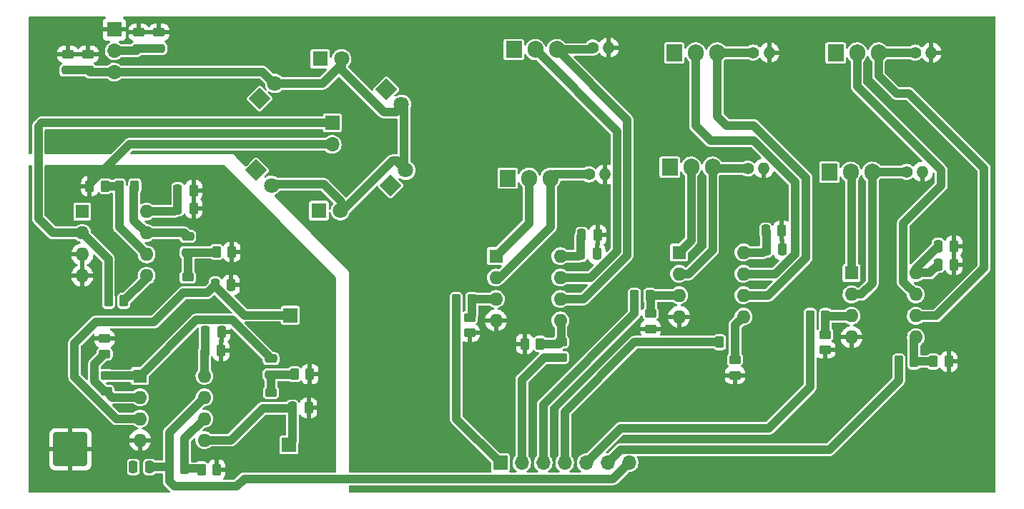
<source format=gbr>
G04 #@! TF.GenerationSoftware,KiCad,Pcbnew,6.0.2-378541a8eb~116~ubuntu20.04.1*
G04 #@! TF.CreationDate,2022-03-04T16:59:04+01:00*
G04 #@! TF.ProjectId,power-ice,706f7765-722d-4696-9365-2e6b69636164,rev?*
G04 #@! TF.SameCoordinates,Original*
G04 #@! TF.FileFunction,Copper,L1,Top*
G04 #@! TF.FilePolarity,Positive*
%FSLAX46Y46*%
G04 Gerber Fmt 4.6, Leading zero omitted, Abs format (unit mm)*
G04 Created by KiCad (PCBNEW 6.0.2-378541a8eb~116~ubuntu20.04.1) date 2022-03-04 16:59:04*
%MOMM*%
%LPD*%
G01*
G04 APERTURE LIST*
G04 Aperture macros list*
%AMRoundRect*
0 Rectangle with rounded corners*
0 $1 Rounding radius*
0 $2 $3 $4 $5 $6 $7 $8 $9 X,Y pos of 4 corners*
0 Add a 4 corners polygon primitive as box body*
4,1,4,$2,$3,$4,$5,$6,$7,$8,$9,$2,$3,0*
0 Add four circle primitives for the rounded corners*
1,1,$1+$1,$2,$3*
1,1,$1+$1,$4,$5*
1,1,$1+$1,$6,$7*
1,1,$1+$1,$8,$9*
0 Add four rect primitives between the rounded corners*
20,1,$1+$1,$2,$3,$4,$5,0*
20,1,$1+$1,$4,$5,$6,$7,0*
20,1,$1+$1,$6,$7,$8,$9,0*
20,1,$1+$1,$8,$9,$2,$3,0*%
%AMRotRect*
0 Rectangle, with rotation*
0 The origin of the aperture is its center*
0 $1 length*
0 $2 width*
0 $3 Rotation angle, in degrees counterclockwise*
0 Add horizontal line*
21,1,$1,$2,0,0,$3*%
G04 Aperture macros list end*
G04 #@! TA.AperFunction,ComponentPad*
%ADD10R,1.905000X2.000000*%
G04 #@! TD*
G04 #@! TA.AperFunction,ComponentPad*
%ADD11O,1.905000X2.000000*%
G04 #@! TD*
G04 #@! TA.AperFunction,ComponentPad*
%ADD12R,1.700000X1.700000*%
G04 #@! TD*
G04 #@! TA.AperFunction,SMDPad,CuDef*
%ADD13RoundRect,0.250000X0.475000X-0.250000X0.475000X0.250000X-0.475000X0.250000X-0.475000X-0.250000X0*%
G04 #@! TD*
G04 #@! TA.AperFunction,SMDPad,CuDef*
%ADD14RoundRect,0.250000X-0.450000X0.262500X-0.450000X-0.262500X0.450000X-0.262500X0.450000X0.262500X0*%
G04 #@! TD*
G04 #@! TA.AperFunction,SMDPad,CuDef*
%ADD15RoundRect,0.250000X-0.250000X-0.475000X0.250000X-0.475000X0.250000X0.475000X-0.250000X0.475000X0*%
G04 #@! TD*
G04 #@! TA.AperFunction,SMDPad,CuDef*
%ADD16RoundRect,0.250000X0.450000X-0.262500X0.450000X0.262500X-0.450000X0.262500X-0.450000X-0.262500X0*%
G04 #@! TD*
G04 #@! TA.AperFunction,ComponentPad*
%ADD17R,1.600000X1.600000*%
G04 #@! TD*
G04 #@! TA.AperFunction,ComponentPad*
%ADD18O,1.600000X1.600000*%
G04 #@! TD*
G04 #@! TA.AperFunction,ComponentPad*
%ADD19C,1.400000*%
G04 #@! TD*
G04 #@! TA.AperFunction,ComponentPad*
%ADD20O,1.400000X1.400000*%
G04 #@! TD*
G04 #@! TA.AperFunction,SMDPad,CuDef*
%ADD21RoundRect,0.250000X0.262500X0.450000X-0.262500X0.450000X-0.262500X-0.450000X0.262500X-0.450000X0*%
G04 #@! TD*
G04 #@! TA.AperFunction,SMDPad,CuDef*
%ADD22RoundRect,0.250000X-0.262500X-0.450000X0.262500X-0.450000X0.262500X0.450000X-0.262500X0.450000X0*%
G04 #@! TD*
G04 #@! TA.AperFunction,ComponentPad*
%ADD23RotRect,1.800000X1.800000X45.000000*%
G04 #@! TD*
G04 #@! TA.AperFunction,ComponentPad*
%ADD24C,1.800000*%
G04 #@! TD*
G04 #@! TA.AperFunction,ComponentPad*
%ADD25O,1.700000X1.700000*%
G04 #@! TD*
G04 #@! TA.AperFunction,ComponentPad*
%ADD26RotRect,1.800000X1.800000X315.000000*%
G04 #@! TD*
G04 #@! TA.AperFunction,ComponentPad*
%ADD27R,1.800000X1.800000*%
G04 #@! TD*
G04 #@! TA.AperFunction,ComponentPad*
%ADD28RoundRect,0.250000X-1.750000X-1.750000X1.750000X-1.750000X1.750000X1.750000X-1.750000X1.750000X0*%
G04 #@! TD*
G04 #@! TA.AperFunction,SMDPad,CuDef*
%ADD29RoundRect,0.250000X0.250000X0.475000X-0.250000X0.475000X-0.250000X-0.475000X0.250000X-0.475000X0*%
G04 #@! TD*
G04 #@! TA.AperFunction,SMDPad,CuDef*
%ADD30RoundRect,0.250000X-0.475000X0.250000X-0.475000X-0.250000X0.475000X-0.250000X0.475000X0.250000X0*%
G04 #@! TD*
G04 #@! TA.AperFunction,ViaPad*
%ADD31C,1.500000*%
G04 #@! TD*
G04 #@! TA.AperFunction,Conductor*
%ADD32C,1.000000*%
G04 #@! TD*
G04 APERTURE END LIST*
D10*
X165700000Y-30600000D03*
D11*
X168240000Y-30600000D03*
X170780000Y-30600000D03*
D12*
X120250000Y-61700000D03*
D13*
X102300000Y-30050000D03*
X102300000Y-28150000D03*
D14*
X152287500Y-64875000D03*
X152287500Y-66700000D03*
D15*
X176587500Y-53900000D03*
X178487500Y-53900000D03*
D16*
X98250000Y-66300000D03*
X98250000Y-64475000D03*
D17*
X95600000Y-49400000D03*
D18*
X95600000Y-51940000D03*
X95600000Y-54480000D03*
X95600000Y-57020000D03*
X103220000Y-57020000D03*
X103220000Y-54480000D03*
X103220000Y-51940000D03*
X103220000Y-49400000D03*
D15*
X106900000Y-46900000D03*
X108800000Y-46900000D03*
D19*
X155600000Y-45000000D03*
D20*
X157500000Y-45000000D03*
D21*
X194100000Y-67200000D03*
X192275000Y-67200000D03*
D16*
X141487500Y-63812500D03*
X141487500Y-61987500D03*
D22*
X147975000Y-65100000D03*
X149800000Y-65100000D03*
D16*
X162887500Y-63312500D03*
X162887500Y-61487500D03*
D15*
X110150000Y-65900000D03*
X112050000Y-65900000D03*
X154737500Y-52200000D03*
X156637500Y-52200000D03*
X196937500Y-55700000D03*
X198837500Y-55700000D03*
D22*
X111500000Y-54200000D03*
X113325000Y-54200000D03*
D23*
X132103949Y-46296051D03*
D24*
X133900000Y-44500000D03*
D13*
X108100000Y-54250000D03*
X108100000Y-52350000D03*
D19*
X175035000Y-30555000D03*
D20*
X176935000Y-30555000D03*
D21*
X198200000Y-67200000D03*
X196375000Y-67200000D03*
D15*
X111350000Y-58100000D03*
X113250000Y-58100000D03*
D16*
X108100000Y-59025000D03*
X108100000Y-57200000D03*
D15*
X154637500Y-54400000D03*
X156537500Y-54400000D03*
D22*
X105900000Y-79900000D03*
X107725000Y-79900000D03*
D17*
X166267500Y-54260000D03*
D18*
X166267500Y-56800000D03*
X166267500Y-59340000D03*
X166267500Y-61880000D03*
X173887500Y-61880000D03*
X173887500Y-59340000D03*
X173887500Y-56800000D03*
X173887500Y-54260000D03*
D12*
X99400000Y-27800000D03*
D25*
X99400000Y-30340000D03*
X99400000Y-32880000D03*
D15*
X106900000Y-49000000D03*
X108800000Y-49000000D03*
D12*
X145100000Y-79200000D03*
D25*
X147640000Y-79200000D03*
X150180000Y-79200000D03*
X152720000Y-79200000D03*
X155260000Y-79200000D03*
X157800000Y-79200000D03*
X160340000Y-79200000D03*
D17*
X102450000Y-68900000D03*
D18*
X102450000Y-71440000D03*
X102450000Y-73980000D03*
X102450000Y-76520000D03*
X110070000Y-76520000D03*
X110070000Y-73980000D03*
X110070000Y-71440000D03*
X110070000Y-68900000D03*
D10*
X165160000Y-44145000D03*
D11*
X167700000Y-44145000D03*
X170240000Y-44145000D03*
D16*
X117950000Y-72712500D03*
X117950000Y-70887500D03*
D22*
X109700000Y-80000000D03*
X111525000Y-80000000D03*
D17*
X144587500Y-54700000D03*
D18*
X144587500Y-57240000D03*
X144587500Y-59780000D03*
X144587500Y-62320000D03*
X152207500Y-62320000D03*
X152207500Y-59780000D03*
X152207500Y-57240000D03*
X152207500Y-54700000D03*
D26*
X116203949Y-44503949D03*
D24*
X118000000Y-46300000D03*
D10*
X145960000Y-45445000D03*
D11*
X148500000Y-45445000D03*
X151040000Y-45445000D03*
D27*
X123625000Y-49300000D03*
D24*
X126165000Y-49300000D03*
D21*
X98312500Y-46400000D03*
X96487500Y-46400000D03*
D19*
X174395000Y-44300000D03*
D20*
X176295000Y-44300000D03*
D10*
X146700000Y-30200000D03*
D11*
X149240000Y-30200000D03*
X151780000Y-30200000D03*
D17*
X186687500Y-56700000D03*
D18*
X186687500Y-59240000D03*
X186687500Y-61780000D03*
X186687500Y-64320000D03*
X194307500Y-64320000D03*
X194307500Y-61780000D03*
X194307500Y-59240000D03*
X194307500Y-56700000D03*
D13*
X96300000Y-32650000D03*
X96300000Y-30750000D03*
D16*
X183587500Y-65812500D03*
X183587500Y-63987500D03*
D14*
X98450000Y-68887500D03*
X98450000Y-70712500D03*
D21*
X100525000Y-60000000D03*
X98700000Y-60000000D03*
D26*
X131600000Y-34900000D03*
D24*
X133396051Y-36696051D03*
D28*
X94200000Y-77600000D03*
D23*
X116600000Y-36000000D03*
D24*
X118396051Y-34203949D03*
D21*
X172900000Y-64900000D03*
X171075000Y-64900000D03*
D29*
X103550000Y-79700000D03*
X101650000Y-79700000D03*
D30*
X104700000Y-28150000D03*
X104700000Y-30050000D03*
D12*
X120050000Y-77100000D03*
D10*
X184060000Y-44745000D03*
D11*
X186600000Y-44745000D03*
X189140000Y-44745000D03*
D13*
X117950000Y-68750000D03*
X117950000Y-66850000D03*
D16*
X172887500Y-68812500D03*
X172887500Y-66987500D03*
D19*
X194240000Y-30555000D03*
D20*
X196140000Y-30555000D03*
D12*
X125200000Y-38900000D03*
D25*
X125200000Y-41440000D03*
D27*
X123760000Y-31300000D03*
D24*
X126300000Y-31300000D03*
D21*
X183612500Y-61800000D03*
X181787500Y-61800000D03*
D15*
X176537500Y-51700000D03*
X178437500Y-51700000D03*
D10*
X184800000Y-30600000D03*
D11*
X187340000Y-30600000D03*
X189880000Y-30600000D03*
D21*
X141712500Y-59900000D03*
X139887500Y-59900000D03*
D19*
X193200000Y-44700000D03*
D20*
X195100000Y-44700000D03*
D15*
X110200000Y-63700000D03*
X112100000Y-63700000D03*
X120500000Y-72700000D03*
X122400000Y-72700000D03*
D21*
X162812500Y-59400000D03*
X160987500Y-59400000D03*
D13*
X93900000Y-32650000D03*
X93900000Y-30750000D03*
D15*
X196937500Y-53500000D03*
X198837500Y-53500000D03*
D19*
X156035000Y-29955000D03*
D20*
X157935000Y-29955000D03*
D22*
X120737500Y-68700000D03*
X122562500Y-68700000D03*
D21*
X101825000Y-46400000D03*
X100000000Y-46400000D03*
D31*
X199900000Y-46200000D03*
X199000000Y-74000000D03*
X199200000Y-49300000D03*
X196000000Y-77000000D03*
X101600000Y-65200000D03*
X114300000Y-68300000D03*
X117700000Y-58300000D03*
D32*
X194100000Y-67200000D02*
X196375000Y-67200000D01*
X194100000Y-64527500D02*
X194307500Y-64320000D01*
X194100000Y-67200000D02*
X194100000Y-64527500D01*
X111450000Y-54250000D02*
X111500000Y-54200000D01*
X108100000Y-54250000D02*
X111450000Y-54250000D01*
X108100000Y-54250000D02*
X108100000Y-57200000D01*
X125200000Y-41440000D02*
X103317176Y-41440000D01*
X96487500Y-46169676D02*
X96487500Y-46400000D01*
X101217176Y-41440000D02*
X96487500Y-46169676D01*
X103317176Y-41440000D02*
X101217176Y-41440000D01*
X101720489Y-46504511D02*
X101825000Y-46400000D01*
X103220000Y-51940000D02*
X107690000Y-51940000D01*
X103220000Y-51940000D02*
X101720489Y-50440489D01*
X101720489Y-50440489D02*
X101720489Y-46504511D01*
X107690000Y-51940000D02*
X108100000Y-52350000D01*
X114782176Y-61700000D02*
X111350000Y-58267824D01*
X107575000Y-59025000D02*
X104100000Y-62500000D01*
X94700000Y-65000000D02*
X94700000Y-69017824D01*
X111350000Y-58100000D02*
X110425000Y-59025000D01*
X110425000Y-59025000D02*
X108100000Y-59025000D01*
X97200000Y-62500000D02*
X94700000Y-65000000D01*
X111350000Y-58267824D02*
X111350000Y-58100000D01*
X104100000Y-62500000D02*
X97200000Y-62500000D01*
X108100000Y-59025000D02*
X107575000Y-59025000D01*
X120250000Y-61700000D02*
X114782176Y-61700000D01*
X94700000Y-69017824D02*
X99662176Y-73980000D01*
X99662176Y-73980000D02*
X102450000Y-73980000D01*
X117950000Y-68750000D02*
X120687500Y-68750000D01*
X117950000Y-70887500D02*
X117950000Y-68750000D01*
X120687500Y-68750000D02*
X120737500Y-68700000D01*
X113375480Y-62275480D02*
X117950000Y-66850000D01*
X109074520Y-62275480D02*
X113375480Y-62275480D01*
X102437500Y-68887500D02*
X102450000Y-68900000D01*
X98450000Y-68887500D02*
X102437500Y-68887500D01*
X102450000Y-68900000D02*
X109074520Y-62275480D01*
X106500000Y-82000000D02*
X105900000Y-81400000D01*
X160340000Y-79200000D02*
X158446687Y-81093313D01*
X113900000Y-82000000D02*
X106500000Y-82000000D01*
X105700000Y-79700000D02*
X105900000Y-79900000D01*
X105900000Y-75610000D02*
X105900000Y-79900000D01*
X103550000Y-79700000D02*
X105700000Y-79700000D01*
X114806687Y-81093313D02*
X113900000Y-82000000D01*
X110070000Y-71440000D02*
X105900000Y-75610000D01*
X158446687Y-81093313D02*
X114806687Y-81093313D01*
X105900000Y-81400000D02*
X105900000Y-79900000D01*
X126300000Y-31959022D02*
X126300000Y-31300000D01*
X93900000Y-32650000D02*
X96300000Y-32650000D01*
X118300000Y-34200000D02*
X116980000Y-32880000D01*
X116980000Y-32880000D02*
X99400000Y-32880000D01*
X194307500Y-56700000D02*
X195937500Y-56700000D01*
X133900000Y-44500000D02*
X132900000Y-43500000D01*
X194307500Y-56130000D02*
X196937500Y-53500000D01*
X132796051Y-37596051D02*
X133696051Y-36696051D01*
X154637500Y-54400000D02*
X154637500Y-52300000D01*
X154637500Y-52300000D02*
X154737500Y-52200000D01*
X132900000Y-43400000D02*
X132340000Y-43400000D01*
X176227500Y-54260000D02*
X176587500Y-53900000D01*
X133696051Y-44296051D02*
X133900000Y-44500000D01*
X126300000Y-31300000D02*
X126300000Y-32572792D01*
X132340000Y-43400000D02*
X126240000Y-49500000D01*
X154337500Y-54700000D02*
X154637500Y-54400000D01*
X176587500Y-51750000D02*
X176537500Y-51700000D01*
X194307500Y-56700000D02*
X194307500Y-56130000D01*
X132900000Y-43500000D02*
X132900000Y-43400000D01*
X99400000Y-32880000D02*
X96530000Y-32880000D01*
X126240000Y-48227208D02*
X124207282Y-46194490D01*
X173887500Y-54260000D02*
X176227500Y-54260000D01*
X152207500Y-54700000D02*
X154337500Y-54700000D01*
X131323259Y-37596051D02*
X132796051Y-37596051D01*
X124059022Y-34200000D02*
X126300000Y-31959022D01*
X133696051Y-44196051D02*
X133800000Y-44300000D01*
X195937500Y-56700000D02*
X196937500Y-55700000D01*
X126300000Y-32572792D02*
X131323259Y-37596051D01*
X124207282Y-46194490D02*
X117794490Y-46194490D01*
X133696051Y-36696051D02*
X133696051Y-44296051D01*
X118300000Y-34200000D02*
X124059022Y-34200000D01*
X126240000Y-49500000D02*
X126240000Y-48227208D01*
X176587500Y-53900000D02*
X176587500Y-51750000D01*
X96530000Y-32880000D02*
X96300000Y-32650000D01*
X90400000Y-50200000D02*
X92140000Y-51940000D01*
X125200000Y-38900000D02*
X90800000Y-38900000D01*
X92140000Y-51940000D02*
X95600000Y-51940000D01*
X90800000Y-38900000D02*
X90400000Y-39300000D01*
X98700000Y-55040000D02*
X98700000Y-60000000D01*
X90400000Y-39300000D02*
X90400000Y-50200000D01*
X95600000Y-51940000D02*
X98700000Y-55040000D01*
X116987500Y-72712500D02*
X113180000Y-76520000D01*
X120487500Y-72712500D02*
X120500000Y-72700000D01*
X113180000Y-76520000D02*
X110070000Y-76520000D01*
X120500000Y-76650000D02*
X120050000Y-77100000D01*
X117950000Y-72712500D02*
X116987500Y-72712500D01*
X117950000Y-72712500D02*
X120487500Y-72712500D01*
X120500000Y-72700000D02*
X120500000Y-76650000D01*
X167700000Y-52827500D02*
X167700000Y-44145000D01*
X166267500Y-54260000D02*
X167700000Y-52827500D01*
X160987500Y-61512500D02*
X150180000Y-72320000D01*
X150180000Y-72320000D02*
X150180000Y-79200000D01*
X160987500Y-59400000D02*
X160987500Y-61512500D01*
X171075000Y-64900000D02*
X161000000Y-64900000D01*
X161000000Y-64900000D02*
X152720000Y-73180000D01*
X152720000Y-73180000D02*
X152720000Y-79200000D01*
X159360000Y-75100000D02*
X176900000Y-75100000D01*
X181787500Y-70212500D02*
X181787500Y-61800000D01*
X176900000Y-75100000D02*
X181787500Y-70212500D01*
X155260000Y-79200000D02*
X159360000Y-75100000D01*
X157800000Y-79200000D02*
X159349511Y-77650489D01*
X192275000Y-69425000D02*
X192275000Y-67200000D01*
X184049511Y-77650489D02*
X192275000Y-69425000D01*
X159349511Y-77650489D02*
X184049511Y-77650489D01*
X139887500Y-59900000D02*
X139887500Y-73987500D01*
X139887500Y-73987500D02*
X145100000Y-79200000D01*
X150300000Y-66700000D02*
X147640000Y-69360000D01*
X152287500Y-66700000D02*
X150300000Y-66700000D01*
X147640000Y-69360000D02*
X147640000Y-79200000D01*
X106900000Y-49000000D02*
X106900000Y-46900000D01*
X106500000Y-49400000D02*
X106900000Y-49000000D01*
X110150000Y-63750000D02*
X110200000Y-63700000D01*
X110070000Y-65980000D02*
X110150000Y-65900000D01*
X102010000Y-30340000D02*
X102300000Y-30050000D01*
X110070000Y-68900000D02*
X110070000Y-65980000D01*
X99400000Y-30340000D02*
X102010000Y-30340000D01*
X102300000Y-30050000D02*
X104700000Y-30050000D01*
X110150000Y-65900000D02*
X110150000Y-63750000D01*
X103220000Y-49400000D02*
X106500000Y-49400000D01*
X155600000Y-45000000D02*
X151485000Y-45000000D01*
X151040000Y-51246522D02*
X145046522Y-57240000D01*
X151485000Y-45000000D02*
X151040000Y-45445000D01*
X145046522Y-57240000D02*
X144587500Y-57240000D01*
X151040000Y-45445000D02*
X151040000Y-51246522D01*
X148500000Y-45445000D02*
X148500000Y-50787500D01*
X148500000Y-50787500D02*
X144587500Y-54700000D01*
X154921701Y-59780000D02*
X160100000Y-54601701D01*
X160100000Y-54601701D02*
X160100000Y-38520000D01*
X155790000Y-30200000D02*
X156035000Y-29955000D01*
X151780000Y-30200000D02*
X155790000Y-30200000D01*
X160100000Y-38520000D02*
X151780000Y-30200000D01*
X152207500Y-59780000D02*
X154921701Y-59780000D01*
X155765324Y-57240000D02*
X158899511Y-54105813D01*
X158899511Y-39859511D02*
X149240000Y-30200000D01*
X152207500Y-57240000D02*
X155765324Y-57240000D01*
X158899511Y-54105813D02*
X158899511Y-39859511D01*
X187818870Y-59240000D02*
X189140000Y-57918870D01*
X189185000Y-44700000D02*
X189140000Y-44745000D01*
X193200000Y-44700000D02*
X189185000Y-44700000D01*
X186687500Y-59240000D02*
X187818870Y-59240000D01*
X189140000Y-57918870D02*
X189140000Y-44745000D01*
X186687500Y-44832500D02*
X186600000Y-44745000D01*
X186687500Y-56700000D02*
X186687500Y-44832500D01*
X193500000Y-35400000D02*
X192000000Y-35400000D01*
X189880000Y-30600000D02*
X194195000Y-30600000D01*
X202400000Y-44300000D02*
X193500000Y-35400000D01*
X202400000Y-56100000D02*
X202400000Y-44300000D01*
X194307500Y-61780000D02*
X196720000Y-61780000D01*
X189880000Y-33280000D02*
X189880000Y-30600000D01*
X194195000Y-30600000D02*
X194240000Y-30555000D01*
X192000000Y-35400000D02*
X189880000Y-33280000D01*
X196720000Y-61780000D02*
X202400000Y-56100000D01*
X194307500Y-59240000D02*
X192807989Y-57740489D01*
X197300000Y-46300000D02*
X197300000Y-44500000D01*
X187340000Y-34540000D02*
X187340000Y-30600000D01*
X192807989Y-57740489D02*
X192807989Y-50792011D01*
X197300000Y-44500000D02*
X187340000Y-34540000D01*
X192807989Y-50792011D02*
X197300000Y-46300000D01*
X174395000Y-44300000D02*
X170395000Y-44300000D01*
X166267500Y-56800000D02*
X167398870Y-56800000D01*
X170240000Y-53958870D02*
X170240000Y-44145000D01*
X170395000Y-44300000D02*
X170240000Y-44145000D01*
X167398870Y-56800000D02*
X170240000Y-53958870D01*
X103220000Y-57020000D02*
X103220000Y-57305000D01*
X103220000Y-57305000D02*
X100525000Y-60000000D01*
X177655324Y-56800000D02*
X180000000Y-54455324D01*
X175100000Y-41000000D02*
X170000000Y-41000000D01*
X180000000Y-45900000D02*
X175100000Y-41000000D01*
X173887500Y-56800000D02*
X177655324Y-56800000D01*
X180000000Y-54455324D02*
X180000000Y-45900000D01*
X170000000Y-41000000D02*
X168240000Y-39240000D01*
X168240000Y-39240000D02*
X168240000Y-30600000D01*
X181300000Y-45400000D02*
X175100000Y-39200000D01*
X175035000Y-30555000D02*
X170825000Y-30555000D01*
X171900000Y-39200000D02*
X170780000Y-38080000D01*
X175100000Y-39200000D02*
X171900000Y-39200000D01*
X170780000Y-38080000D02*
X170780000Y-30600000D01*
X173887500Y-59340000D02*
X176811701Y-59340000D01*
X170825000Y-30555000D02*
X170780000Y-30600000D01*
X176811701Y-59340000D02*
X181300000Y-54851701D01*
X181300000Y-54851701D02*
X181300000Y-45400000D01*
X141832500Y-59780000D02*
X141712500Y-59900000D01*
X141712500Y-61762500D02*
X141487500Y-61987500D01*
X141712500Y-59900000D02*
X141712500Y-61762500D01*
X144587500Y-59780000D02*
X141832500Y-59780000D01*
X152062500Y-65100000D02*
X152287500Y-64875000D01*
X152287500Y-62400000D02*
X152207500Y-62320000D01*
X149800000Y-65100000D02*
X152062500Y-65100000D01*
X152287500Y-64875000D02*
X152287500Y-62400000D01*
X183587500Y-61825000D02*
X183612500Y-61800000D01*
X186667500Y-61800000D02*
X186687500Y-61780000D01*
X183587500Y-63987500D02*
X183587500Y-61825000D01*
X183612500Y-61800000D02*
X186667500Y-61800000D01*
X100000000Y-51260000D02*
X103220000Y-54480000D01*
X100000000Y-46400000D02*
X100000000Y-51260000D01*
X98312500Y-46400000D02*
X100000000Y-46400000D01*
X97050480Y-67499520D02*
X97050480Y-69543304D01*
X102450000Y-71440000D02*
X99177500Y-71440000D01*
X98250000Y-66300000D02*
X97050480Y-67499520D01*
X98219676Y-70712500D02*
X98450000Y-70712500D01*
X97050480Y-69543304D02*
X98219676Y-70712500D01*
X99177500Y-71440000D02*
X98450000Y-70712500D01*
X107725000Y-79900000D02*
X107725000Y-76325000D01*
X107725000Y-76325000D02*
X110070000Y-73980000D01*
X107725000Y-79900000D02*
X109600000Y-79900000D01*
X109600000Y-79900000D02*
X109700000Y-80000000D01*
X166207500Y-59400000D02*
X166267500Y-59340000D01*
X162887500Y-61487500D02*
X162887500Y-59475000D01*
X162887500Y-59475000D02*
X162812500Y-59400000D01*
X162812500Y-59400000D02*
X166207500Y-59400000D01*
X172887500Y-66987500D02*
X172887500Y-64912500D01*
X172900000Y-62867500D02*
X173887500Y-61880000D01*
X172900000Y-64900000D02*
X172900000Y-62867500D01*
X172887500Y-64912500D02*
X172900000Y-64900000D01*
G04 #@! TA.AperFunction,Conductor*
G36*
X89587621Y-43920002D02*
G01*
X89634114Y-43973658D01*
X89645500Y-44026000D01*
X89645500Y-50133235D01*
X89644067Y-50152185D01*
X89642450Y-50162816D01*
X89640826Y-50173489D01*
X89641419Y-50180780D01*
X89641419Y-50180783D01*
X89645085Y-50225848D01*
X89645500Y-50236063D01*
X89645500Y-50244053D01*
X89645925Y-50247697D01*
X89648771Y-50272113D01*
X89649204Y-50276487D01*
X89652658Y-50318941D01*
X89655090Y-50348847D01*
X89657345Y-50355809D01*
X89658518Y-50361677D01*
X89659890Y-50367484D01*
X89660738Y-50374754D01*
X89685532Y-50443060D01*
X89686940Y-50447163D01*
X89709312Y-50516222D01*
X89713109Y-50522479D01*
X89715602Y-50527926D01*
X89718270Y-50533254D01*
X89720768Y-50540134D01*
X89753026Y-50589336D01*
X89760568Y-50600839D01*
X89762915Y-50604559D01*
X89783759Y-50638908D01*
X89800583Y-50666633D01*
X89804295Y-50670836D01*
X89807949Y-50674974D01*
X89807924Y-50674996D01*
X89810624Y-50678041D01*
X89813220Y-50681146D01*
X89817234Y-50687268D01*
X89822547Y-50692301D01*
X89873126Y-50740215D01*
X89875568Y-50742593D01*
X91559279Y-52426304D01*
X91571666Y-52440716D01*
X91584437Y-52458071D01*
X91590020Y-52462814D01*
X91624472Y-52492083D01*
X91631988Y-52499013D01*
X91637638Y-52504663D01*
X91640507Y-52506933D01*
X91640515Y-52506940D01*
X91659786Y-52522186D01*
X91663186Y-52524973D01*
X91697454Y-52554085D01*
X91718520Y-52571982D01*
X91725036Y-52575309D01*
X91730004Y-52578622D01*
X91735090Y-52581763D01*
X91740833Y-52586307D01*
X91747467Y-52589407D01*
X91747466Y-52589407D01*
X91806617Y-52617053D01*
X91810567Y-52618984D01*
X91875212Y-52651993D01*
X91882322Y-52653733D01*
X91887934Y-52655820D01*
X91893591Y-52657702D01*
X91900222Y-52660801D01*
X91907387Y-52662291D01*
X91907389Y-52662292D01*
X91971328Y-52675591D01*
X91975612Y-52676561D01*
X92046108Y-52693811D01*
X92051710Y-52694159D01*
X92051713Y-52694159D01*
X92057214Y-52694500D01*
X92057212Y-52694534D01*
X92061250Y-52694777D01*
X92065311Y-52695139D01*
X92072473Y-52696629D01*
X92149452Y-52694546D01*
X92152860Y-52694500D01*
X94813093Y-52694500D01*
X94881214Y-52714502D01*
X94894756Y-52724546D01*
X94995271Y-52810091D01*
X95175789Y-52910980D01*
X95305803Y-52953224D01*
X95325402Y-52959592D01*
X95384008Y-52999665D01*
X95411645Y-53065062D01*
X95399538Y-53135019D01*
X95351532Y-53187325D01*
X95319077Y-53201132D01*
X95156239Y-53244764D01*
X95145947Y-53248510D01*
X94948489Y-53340586D01*
X94938993Y-53346069D01*
X94760533Y-53471028D01*
X94752125Y-53478084D01*
X94598084Y-53632125D01*
X94591028Y-53640533D01*
X94466069Y-53818993D01*
X94460586Y-53828489D01*
X94368510Y-54025947D01*
X94364764Y-54036239D01*
X94318606Y-54208503D01*
X94318942Y-54222599D01*
X94326884Y-54226000D01*
X95728000Y-54226000D01*
X95796121Y-54246002D01*
X95842614Y-54299658D01*
X95854000Y-54352000D01*
X95854000Y-56747885D01*
X95858475Y-56763124D01*
X95859865Y-56764329D01*
X95867548Y-56766000D01*
X96867967Y-56766000D01*
X96881498Y-56762027D01*
X96882727Y-56753478D01*
X96835236Y-56576239D01*
X96831490Y-56565947D01*
X96739414Y-56368489D01*
X96733931Y-56358993D01*
X96608972Y-56180533D01*
X96601916Y-56172125D01*
X96447875Y-56018084D01*
X96439467Y-56011028D01*
X96261007Y-55886069D01*
X96251511Y-55880586D01*
X96216359Y-55864195D01*
X96163074Y-55817278D01*
X96143613Y-55749001D01*
X96164155Y-55681041D01*
X96216359Y-55635805D01*
X96251511Y-55619414D01*
X96261007Y-55613931D01*
X96439467Y-55488972D01*
X96447875Y-55481916D01*
X96601916Y-55327875D01*
X96608972Y-55319467D01*
X96733931Y-55141007D01*
X96739414Y-55131511D01*
X96831490Y-54934053D01*
X96835236Y-54923761D01*
X96891625Y-54713312D01*
X96893528Y-54702520D01*
X96902316Y-54602070D01*
X96928179Y-54535952D01*
X96985682Y-54494312D01*
X97056570Y-54490371D01*
X97116932Y-54523956D01*
X97908595Y-55315619D01*
X97942621Y-55377931D01*
X97945500Y-55404714D01*
X97945500Y-59405659D01*
X97942185Y-59433929D01*
X97939702Y-59440552D01*
X97933000Y-59502244D01*
X97933000Y-60497756D01*
X97939702Y-60559448D01*
X97990429Y-60694764D01*
X97995809Y-60701943D01*
X97995811Y-60701946D01*
X98024616Y-60740380D01*
X98077096Y-60810404D01*
X98084276Y-60815785D01*
X98185554Y-60891689D01*
X98185557Y-60891691D01*
X98192736Y-60897071D01*
X98268566Y-60925498D01*
X98320657Y-60945026D01*
X98320659Y-60945026D01*
X98328052Y-60947798D01*
X98335902Y-60948651D01*
X98335903Y-60948651D01*
X98386347Y-60954131D01*
X98389744Y-60954500D01*
X99010256Y-60954500D01*
X99013653Y-60954131D01*
X99064097Y-60948651D01*
X99064098Y-60948651D01*
X99071948Y-60947798D01*
X99079341Y-60945026D01*
X99079343Y-60945026D01*
X99131434Y-60925498D01*
X99207264Y-60897071D01*
X99214443Y-60891691D01*
X99214446Y-60891689D01*
X99315724Y-60815785D01*
X99322904Y-60810404D01*
X99375384Y-60740380D01*
X99404189Y-60701946D01*
X99404191Y-60701943D01*
X99409571Y-60694764D01*
X99460298Y-60559448D01*
X99467000Y-60497756D01*
X99758000Y-60497756D01*
X99764702Y-60559448D01*
X99815429Y-60694764D01*
X99820809Y-60701943D01*
X99820811Y-60701946D01*
X99849616Y-60740380D01*
X99902096Y-60810404D01*
X99909276Y-60815785D01*
X100010554Y-60891689D01*
X100010557Y-60891691D01*
X100017736Y-60897071D01*
X100093566Y-60925498D01*
X100145657Y-60945026D01*
X100145659Y-60945026D01*
X100153052Y-60947798D01*
X100160902Y-60948651D01*
X100160903Y-60948651D01*
X100211347Y-60954131D01*
X100214744Y-60954500D01*
X100835256Y-60954500D01*
X100838653Y-60954131D01*
X100889097Y-60948651D01*
X100889098Y-60948651D01*
X100896948Y-60947798D01*
X100904341Y-60945026D01*
X100904343Y-60945026D01*
X100956434Y-60925498D01*
X101032264Y-60897071D01*
X101039443Y-60891691D01*
X101039446Y-60891689D01*
X101140724Y-60815785D01*
X101147904Y-60810404D01*
X101200384Y-60740380D01*
X101229189Y-60701946D01*
X101229191Y-60701943D01*
X101234571Y-60694764D01*
X101285298Y-60559448D01*
X101292000Y-60497756D01*
X101292000Y-60352215D01*
X101312002Y-60284094D01*
X101328905Y-60263120D01*
X103554342Y-58037683D01*
X103597689Y-58009424D01*
X103603178Y-58007892D01*
X103684131Y-57967000D01*
X103782262Y-57917431D01*
X103782264Y-57917430D01*
X103787763Y-57914652D01*
X103950722Y-57787334D01*
X103954748Y-57782670D01*
X103954751Y-57782667D01*
X104081819Y-57635457D01*
X104081820Y-57635455D01*
X104085848Y-57630789D01*
X104181507Y-57462400D01*
X104184950Y-57456340D01*
X104184952Y-57456336D01*
X104187995Y-57450979D01*
X104235083Y-57309426D01*
X104251325Y-57260601D01*
X104251326Y-57260598D01*
X104253270Y-57254753D01*
X104279189Y-57049586D01*
X104279602Y-57020000D01*
X104259422Y-56814189D01*
X104199651Y-56616217D01*
X104146436Y-56516135D01*
X104105459Y-56439067D01*
X104105457Y-56439064D01*
X104102565Y-56433625D01*
X104098674Y-56428855D01*
X104098672Y-56428851D01*
X103975758Y-56278143D01*
X103975755Y-56278140D01*
X103971863Y-56273368D01*
X103964966Y-56267662D01*
X103817271Y-56145478D01*
X103817266Y-56145475D01*
X103812522Y-56141550D01*
X103807103Y-56138620D01*
X103807100Y-56138618D01*
X103636032Y-56046122D01*
X103636027Y-56046120D01*
X103630612Y-56043192D01*
X103433063Y-55982040D01*
X103426938Y-55981396D01*
X103426937Y-55981396D01*
X103233526Y-55961068D01*
X103233524Y-55961068D01*
X103227397Y-55960424D01*
X103101229Y-55971906D01*
X103027591Y-55978607D01*
X103027590Y-55978607D01*
X103021450Y-55979166D01*
X102823066Y-56037554D01*
X102817601Y-56040411D01*
X102645261Y-56130508D01*
X102645257Y-56130511D01*
X102639801Y-56133363D01*
X102478635Y-56262943D01*
X102345708Y-56421360D01*
X102246082Y-56602578D01*
X102183553Y-56799696D01*
X102182867Y-56805813D01*
X102182866Y-56805817D01*
X102168759Y-56931588D01*
X102160501Y-57005206D01*
X102172307Y-57145792D01*
X102177806Y-57211278D01*
X102176283Y-57211406D01*
X102169683Y-57274530D01*
X102142229Y-57315747D01*
X100449381Y-59008595D01*
X100387069Y-59042621D01*
X100360286Y-59045500D01*
X100214744Y-59045500D01*
X100211348Y-59045869D01*
X100211347Y-59045869D01*
X100160903Y-59051349D01*
X100160902Y-59051349D01*
X100153052Y-59052202D01*
X100145659Y-59054974D01*
X100145657Y-59054974D01*
X100107454Y-59069296D01*
X100017736Y-59102929D01*
X100010557Y-59108309D01*
X100010554Y-59108311D01*
X99931044Y-59167901D01*
X99902096Y-59189596D01*
X99896715Y-59196776D01*
X99820811Y-59298054D01*
X99820809Y-59298057D01*
X99815429Y-59305236D01*
X99764702Y-59440552D01*
X99758000Y-59502244D01*
X99758000Y-60497756D01*
X99467000Y-60497756D01*
X99467000Y-59502244D01*
X99460298Y-59440552D01*
X99457815Y-59433929D01*
X99454500Y-59405659D01*
X99454500Y-55106765D01*
X99455933Y-55087815D01*
X99458074Y-55073745D01*
X99458074Y-55073741D01*
X99459174Y-55066511D01*
X99454915Y-55014152D01*
X99454500Y-55003937D01*
X99454500Y-54995947D01*
X99452496Y-54978757D01*
X99451229Y-54967887D01*
X99450796Y-54963513D01*
X99445504Y-54898451D01*
X99445503Y-54898448D01*
X99444910Y-54891153D01*
X99442655Y-54884191D01*
X99441482Y-54878323D01*
X99440110Y-54872516D01*
X99439262Y-54865246D01*
X99414468Y-54796940D01*
X99413053Y-54792817D01*
X99399868Y-54752115D01*
X99390688Y-54723778D01*
X99386891Y-54717521D01*
X99384398Y-54712074D01*
X99381730Y-54706746D01*
X99379232Y-54699866D01*
X99339426Y-54639151D01*
X99337085Y-54635441D01*
X99302327Y-54578162D01*
X99302325Y-54578160D01*
X99299417Y-54573367D01*
X99292051Y-54565026D01*
X99292076Y-54565004D01*
X99289376Y-54561959D01*
X99286780Y-54558854D01*
X99282766Y-54552732D01*
X99226873Y-54499784D01*
X99224432Y-54497407D01*
X96690697Y-51963673D01*
X96656672Y-51901361D01*
X96654393Y-51886874D01*
X96640023Y-51740321D01*
X96639422Y-51734189D01*
X96579651Y-51536217D01*
X96525702Y-51434754D01*
X96485459Y-51359067D01*
X96485457Y-51359064D01*
X96482565Y-51353625D01*
X96478674Y-51348855D01*
X96478672Y-51348851D01*
X96355758Y-51198143D01*
X96355755Y-51198140D01*
X96351863Y-51193368D01*
X96343185Y-51186189D01*
X96197271Y-51065478D01*
X96197266Y-51065475D01*
X96192522Y-51061550D01*
X96187103Y-51058620D01*
X96187100Y-51058618D01*
X96016032Y-50966122D01*
X96016027Y-50966120D01*
X96010612Y-50963192D01*
X95813063Y-50902040D01*
X95806938Y-50901396D01*
X95806937Y-50901396D01*
X95613526Y-50881068D01*
X95613524Y-50881068D01*
X95607397Y-50880424D01*
X95481229Y-50891906D01*
X95407591Y-50898607D01*
X95407590Y-50898607D01*
X95401450Y-50899166D01*
X95203066Y-50957554D01*
X95197601Y-50960411D01*
X95025261Y-51050508D01*
X95025257Y-51050511D01*
X95019801Y-51053363D01*
X95015001Y-51057223D01*
X95015000Y-51057223D01*
X94890035Y-51157697D01*
X94824412Y-51184793D01*
X94811083Y-51185500D01*
X92504714Y-51185500D01*
X92436593Y-51165498D01*
X92415619Y-51148595D01*
X91191405Y-49924381D01*
X91157379Y-49862069D01*
X91154500Y-49835286D01*
X91154500Y-48574933D01*
X94545500Y-48574933D01*
X94545501Y-50225066D01*
X94560266Y-50299301D01*
X94567161Y-50309620D01*
X94567162Y-50309622D01*
X94593372Y-50348847D01*
X94616516Y-50383484D01*
X94700699Y-50439734D01*
X94774933Y-50454500D01*
X95599866Y-50454500D01*
X96425066Y-50454499D01*
X96461849Y-50447183D01*
X96487126Y-50442156D01*
X96487128Y-50442155D01*
X96499301Y-50439734D01*
X96509621Y-50432839D01*
X96509622Y-50432838D01*
X96573168Y-50390377D01*
X96583484Y-50383484D01*
X96639734Y-50299301D01*
X96654500Y-50225067D01*
X96654499Y-48574934D01*
X96647388Y-48539182D01*
X96642156Y-48512874D01*
X96642155Y-48512872D01*
X96639734Y-48500699D01*
X96624504Y-48477905D01*
X96590377Y-48426832D01*
X96583484Y-48416516D01*
X96499301Y-48360266D01*
X96425067Y-48345500D01*
X95600134Y-48345500D01*
X94774934Y-48345501D01*
X94739182Y-48352612D01*
X94712874Y-48357844D01*
X94712872Y-48357845D01*
X94700699Y-48360266D01*
X94690379Y-48367161D01*
X94690378Y-48367162D01*
X94629985Y-48407516D01*
X94616516Y-48416516D01*
X94560266Y-48500699D01*
X94545500Y-48574933D01*
X91154500Y-48574933D01*
X91154500Y-46897095D01*
X95467001Y-46897095D01*
X95467338Y-46903614D01*
X95477257Y-46999206D01*
X95480149Y-47012600D01*
X95531588Y-47166784D01*
X95537761Y-47179962D01*
X95623063Y-47317807D01*
X95632099Y-47329208D01*
X95746829Y-47443739D01*
X95758240Y-47452751D01*
X95896243Y-47537816D01*
X95909424Y-47543963D01*
X96063710Y-47595138D01*
X96077086Y-47598005D01*
X96171438Y-47607672D01*
X96177854Y-47608000D01*
X96215385Y-47608000D01*
X96230624Y-47603525D01*
X96231829Y-47602135D01*
X96233500Y-47594452D01*
X96233500Y-47589884D01*
X96741500Y-47589884D01*
X96745975Y-47605123D01*
X96747365Y-47606328D01*
X96755048Y-47607999D01*
X96797095Y-47607999D01*
X96803614Y-47607662D01*
X96899206Y-47597743D01*
X96912600Y-47594851D01*
X97066784Y-47543412D01*
X97079962Y-47537239D01*
X97217807Y-47451937D01*
X97229208Y-47442901D01*
X97343739Y-47328171D01*
X97352751Y-47316760D01*
X97441658Y-47172525D01*
X97443536Y-47173683D01*
X97483332Y-47128495D01*
X97551611Y-47109041D01*
X97619569Y-47129590D01*
X97651422Y-47159468D01*
X97689596Y-47210404D01*
X97696776Y-47215785D01*
X97798054Y-47291689D01*
X97798057Y-47291691D01*
X97805236Y-47297071D01*
X97863575Y-47318941D01*
X97933157Y-47345026D01*
X97933159Y-47345026D01*
X97940552Y-47347798D01*
X97948402Y-47348651D01*
X97948403Y-47348651D01*
X97998847Y-47354131D01*
X98002244Y-47354500D01*
X98622756Y-47354500D01*
X98626153Y-47354131D01*
X98676597Y-47348651D01*
X98676598Y-47348651D01*
X98684448Y-47347798D01*
X98691841Y-47345026D01*
X98691843Y-47345026D01*
X98761425Y-47318941D01*
X98819764Y-47297071D01*
X98826943Y-47291691D01*
X98826946Y-47291689D01*
X98928224Y-47215785D01*
X98935404Y-47210404D01*
X98940786Y-47203223D01*
X98947135Y-47196874D01*
X98948481Y-47198220D01*
X98996365Y-47162419D01*
X99040329Y-47154500D01*
X99119500Y-47154500D01*
X99187621Y-47174502D01*
X99234114Y-47228158D01*
X99245500Y-47280500D01*
X99245500Y-51193235D01*
X99244067Y-51212185D01*
X99242142Y-51224841D01*
X99240826Y-51233489D01*
X99241419Y-51240780D01*
X99241419Y-51240783D01*
X99245085Y-51285848D01*
X99245500Y-51296063D01*
X99245500Y-51304053D01*
X99245925Y-51307697D01*
X99248771Y-51332113D01*
X99249204Y-51336487D01*
X99252576Y-51377934D01*
X99255090Y-51408847D01*
X99257345Y-51415809D01*
X99258518Y-51421677D01*
X99259890Y-51427484D01*
X99260738Y-51434754D01*
X99285532Y-51503060D01*
X99286940Y-51507163D01*
X99309312Y-51576222D01*
X99313109Y-51582479D01*
X99315602Y-51587926D01*
X99318270Y-51593254D01*
X99320768Y-51600134D01*
X99360568Y-51660839D01*
X99362915Y-51664559D01*
X99400583Y-51726633D01*
X99404295Y-51730836D01*
X99407949Y-51734974D01*
X99407924Y-51734996D01*
X99410624Y-51738041D01*
X99413220Y-51741146D01*
X99417234Y-51747268D01*
X99422547Y-51752301D01*
X99473126Y-51800215D01*
X99475568Y-51802593D01*
X100814334Y-53141358D01*
X102129942Y-54456966D01*
X102163968Y-54519278D01*
X102166405Y-54535517D01*
X102175109Y-54639161D01*
X102177806Y-54671278D01*
X102234807Y-54870066D01*
X102237625Y-54875548D01*
X102237626Y-54875552D01*
X102326514Y-55048509D01*
X102326517Y-55048513D01*
X102329334Y-55053995D01*
X102457786Y-55216061D01*
X102462479Y-55220055D01*
X102462480Y-55220056D01*
X102608071Y-55343963D01*
X102615271Y-55350091D01*
X102795789Y-55450980D01*
X102992466Y-55514884D01*
X103197809Y-55539370D01*
X103203944Y-55538898D01*
X103203946Y-55538898D01*
X103397856Y-55523977D01*
X103397860Y-55523976D01*
X103403998Y-55523504D01*
X103603178Y-55467892D01*
X103608682Y-55465112D01*
X103608684Y-55465111D01*
X103782262Y-55377431D01*
X103782264Y-55377430D01*
X103787763Y-55374652D01*
X103950722Y-55247334D01*
X103954748Y-55242670D01*
X103954751Y-55242667D01*
X104081819Y-55095457D01*
X104081820Y-55095455D01*
X104085848Y-55090789D01*
X104146476Y-54984065D01*
X104184950Y-54916340D01*
X104184952Y-54916336D01*
X104187995Y-54910979D01*
X104238402Y-54759448D01*
X104251325Y-54720601D01*
X104251326Y-54720598D01*
X104253270Y-54714753D01*
X104274367Y-54547756D01*
X107120500Y-54547756D01*
X107127202Y-54609448D01*
X107129974Y-54616841D01*
X107129974Y-54616843D01*
X107138341Y-54639161D01*
X107177929Y-54744764D01*
X107183309Y-54751943D01*
X107183311Y-54751946D01*
X107227787Y-54811290D01*
X107264596Y-54860404D01*
X107295067Y-54883241D01*
X107337580Y-54940098D01*
X107345500Y-54984065D01*
X107345500Y-56472171D01*
X107325498Y-56540292D01*
X107302630Y-56564869D01*
X107303126Y-56565365D01*
X107296777Y-56571714D01*
X107289596Y-56577096D01*
X107284215Y-56584276D01*
X107208311Y-56685554D01*
X107208309Y-56685557D01*
X107202929Y-56692736D01*
X107152202Y-56828052D01*
X107151349Y-56835902D01*
X107151349Y-56835903D01*
X107146574Y-56879862D01*
X107145500Y-56889744D01*
X107145500Y-57510256D01*
X107152202Y-57571948D01*
X107202929Y-57707264D01*
X107208309Y-57714443D01*
X107208311Y-57714446D01*
X107223930Y-57735286D01*
X107289596Y-57822904D01*
X107296776Y-57828285D01*
X107398054Y-57904189D01*
X107398057Y-57904191D01*
X107405236Y-57909571D01*
X107494954Y-57943204D01*
X107533157Y-57957526D01*
X107533159Y-57957526D01*
X107540552Y-57960298D01*
X107548402Y-57961151D01*
X107548403Y-57961151D01*
X107598847Y-57966631D01*
X107602244Y-57967000D01*
X108597756Y-57967000D01*
X108601153Y-57966631D01*
X108651597Y-57961151D01*
X108651598Y-57961151D01*
X108659448Y-57960298D01*
X108666841Y-57957526D01*
X108666843Y-57957526D01*
X108705046Y-57943204D01*
X108794764Y-57909571D01*
X108801943Y-57904191D01*
X108801946Y-57904189D01*
X108903224Y-57828285D01*
X108910404Y-57822904D01*
X108976070Y-57735286D01*
X108991689Y-57714446D01*
X108991691Y-57714443D01*
X108997071Y-57707264D01*
X109047798Y-57571948D01*
X109054500Y-57510256D01*
X109054500Y-56889744D01*
X109053426Y-56879862D01*
X109048651Y-56835903D01*
X109048651Y-56835902D01*
X109047798Y-56828052D01*
X108997071Y-56692736D01*
X108991691Y-56685557D01*
X108991689Y-56685554D01*
X108915785Y-56584276D01*
X108910404Y-56577096D01*
X108903223Y-56571714D01*
X108896874Y-56565365D01*
X108898220Y-56564019D01*
X108862419Y-56516135D01*
X108854500Y-56472171D01*
X108854500Y-55130500D01*
X108874502Y-55062379D01*
X108928158Y-55015886D01*
X108980500Y-55004500D01*
X110827243Y-55004500D01*
X110895364Y-55024502D01*
X110902808Y-55029674D01*
X110985554Y-55091689D01*
X110985557Y-55091691D01*
X110992736Y-55097071D01*
X111075696Y-55128171D01*
X111120657Y-55145026D01*
X111120659Y-55145026D01*
X111128052Y-55147798D01*
X111135902Y-55148651D01*
X111135903Y-55148651D01*
X111186347Y-55154131D01*
X111189744Y-55154500D01*
X111810256Y-55154500D01*
X111813653Y-55154131D01*
X111864097Y-55148651D01*
X111864098Y-55148651D01*
X111871948Y-55147798D01*
X111879341Y-55145026D01*
X111879343Y-55145026D01*
X111924304Y-55128171D01*
X112007264Y-55097071D01*
X112014443Y-55091691D01*
X112014446Y-55091689D01*
X112115724Y-55015785D01*
X112122904Y-55010404D01*
X112161089Y-54959454D01*
X112217946Y-54916941D01*
X112288764Y-54911915D01*
X112351058Y-54945975D01*
X112370787Y-54974115D01*
X112371406Y-54973732D01*
X112460563Y-55117807D01*
X112469599Y-55129208D01*
X112584329Y-55243739D01*
X112595740Y-55252751D01*
X112733743Y-55337816D01*
X112746924Y-55343963D01*
X112901210Y-55395138D01*
X112914586Y-55398005D01*
X113008938Y-55407672D01*
X113015354Y-55408000D01*
X113052885Y-55408000D01*
X113068124Y-55403525D01*
X113069329Y-55402135D01*
X113071000Y-55394452D01*
X113071000Y-55389884D01*
X113579000Y-55389884D01*
X113583475Y-55405123D01*
X113584865Y-55406328D01*
X113592548Y-55407999D01*
X113634595Y-55407999D01*
X113641114Y-55407662D01*
X113736706Y-55397743D01*
X113750100Y-55394851D01*
X113904284Y-55343412D01*
X113917462Y-55337239D01*
X114055307Y-55251937D01*
X114066708Y-55242901D01*
X114181239Y-55128171D01*
X114190251Y-55116760D01*
X114275316Y-54978757D01*
X114281463Y-54965576D01*
X114332638Y-54811290D01*
X114335505Y-54797914D01*
X114345172Y-54703562D01*
X114345500Y-54697146D01*
X114345500Y-54472115D01*
X114341025Y-54456876D01*
X114339635Y-54455671D01*
X114331952Y-54454000D01*
X113597115Y-54454000D01*
X113581876Y-54458475D01*
X113580671Y-54459865D01*
X113579000Y-54467548D01*
X113579000Y-55389884D01*
X113071000Y-55389884D01*
X113071000Y-53927885D01*
X113579000Y-53927885D01*
X113583475Y-53943124D01*
X113584865Y-53944329D01*
X113592548Y-53946000D01*
X114327384Y-53946000D01*
X114342623Y-53941525D01*
X114343828Y-53940135D01*
X114345499Y-53932452D01*
X114345499Y-53702905D01*
X114345162Y-53696386D01*
X114335243Y-53600794D01*
X114332351Y-53587400D01*
X114280912Y-53433216D01*
X114274739Y-53420038D01*
X114189437Y-53282193D01*
X114180401Y-53270792D01*
X114065671Y-53156261D01*
X114054260Y-53147249D01*
X113916257Y-53062184D01*
X113903076Y-53056037D01*
X113748790Y-53004862D01*
X113735414Y-53001995D01*
X113641062Y-52992328D01*
X113634645Y-52992000D01*
X113597115Y-52992000D01*
X113581876Y-52996475D01*
X113580671Y-52997865D01*
X113579000Y-53005548D01*
X113579000Y-53927885D01*
X113071000Y-53927885D01*
X113071000Y-53010116D01*
X113066525Y-52994877D01*
X113065135Y-52993672D01*
X113057452Y-52992001D01*
X113015405Y-52992001D01*
X113008886Y-52992338D01*
X112913294Y-53002257D01*
X112899900Y-53005149D01*
X112745716Y-53056588D01*
X112732538Y-53062761D01*
X112594693Y-53148063D01*
X112583292Y-53157099D01*
X112468761Y-53271829D01*
X112459749Y-53283240D01*
X112370842Y-53427475D01*
X112368964Y-53426317D01*
X112329168Y-53471505D01*
X112260889Y-53490959D01*
X112192931Y-53470410D01*
X112161078Y-53440532D01*
X112122904Y-53389596D01*
X112057510Y-53340586D01*
X112014446Y-53308311D01*
X112014443Y-53308309D01*
X112007264Y-53302929D01*
X111917546Y-53269296D01*
X111879343Y-53254974D01*
X111879341Y-53254974D01*
X111871948Y-53252202D01*
X111864098Y-53251349D01*
X111864097Y-53251349D01*
X111813653Y-53245869D01*
X111813652Y-53245869D01*
X111810256Y-53245500D01*
X111189744Y-53245500D01*
X111186348Y-53245869D01*
X111186347Y-53245869D01*
X111135903Y-53251349D01*
X111135902Y-53251349D01*
X111128052Y-53252202D01*
X111120659Y-53254974D01*
X111120657Y-53254974D01*
X111082454Y-53269296D01*
X110992736Y-53302929D01*
X110985557Y-53308309D01*
X110985554Y-53308311D01*
X110942490Y-53340586D01*
X110877096Y-53389596D01*
X110835525Y-53445065D01*
X110778667Y-53487580D01*
X110734699Y-53495500D01*
X108127684Y-53495500D01*
X108119882Y-53495258D01*
X108058920Y-53491476D01*
X108046092Y-53493680D01*
X108024756Y-53495500D01*
X107577244Y-53495500D01*
X107573848Y-53495869D01*
X107573847Y-53495869D01*
X107523403Y-53501349D01*
X107523402Y-53501349D01*
X107515552Y-53502202D01*
X107508159Y-53504974D01*
X107508157Y-53504974D01*
X107505095Y-53506122D01*
X107380236Y-53552929D01*
X107373057Y-53558309D01*
X107373054Y-53558311D01*
X107315361Y-53601550D01*
X107264596Y-53639596D01*
X107259215Y-53646776D01*
X107183311Y-53748054D01*
X107183309Y-53748057D01*
X107177929Y-53755236D01*
X107127202Y-53890552D01*
X107120500Y-53952244D01*
X107120500Y-54547756D01*
X104274367Y-54547756D01*
X104279189Y-54509586D01*
X104279602Y-54480000D01*
X104259422Y-54274189D01*
X104199651Y-54076217D01*
X104131927Y-53948847D01*
X104105459Y-53899067D01*
X104105457Y-53899064D01*
X104102565Y-53893625D01*
X104098674Y-53888855D01*
X104098672Y-53888851D01*
X103975758Y-53738143D01*
X103975755Y-53738140D01*
X103971863Y-53733368D01*
X103967114Y-53729439D01*
X103817271Y-53605478D01*
X103817266Y-53605475D01*
X103812522Y-53601550D01*
X103807103Y-53598620D01*
X103807100Y-53598618D01*
X103636032Y-53506122D01*
X103636027Y-53506120D01*
X103630612Y-53503192D01*
X103433063Y-53442040D01*
X103426940Y-53441397D01*
X103426938Y-53441396D01*
X103338330Y-53432083D01*
X103271827Y-53425094D01*
X103206171Y-53398081D01*
X103195903Y-53388879D01*
X103010694Y-53203670D01*
X102976668Y-53141358D01*
X102981733Y-53070543D01*
X103024280Y-53013707D01*
X103090800Y-52988896D01*
X103114708Y-52989461D01*
X103160130Y-52994877D01*
X103197809Y-52999370D01*
X103203944Y-52998898D01*
X103203946Y-52998898D01*
X103397856Y-52983977D01*
X103397860Y-52983976D01*
X103403998Y-52983504D01*
X103603178Y-52927892D01*
X103608682Y-52925112D01*
X103608684Y-52925111D01*
X103782262Y-52837431D01*
X103782264Y-52837430D01*
X103787763Y-52834652D01*
X103932961Y-52721211D01*
X103998955Y-52695033D01*
X104010534Y-52694500D01*
X107034270Y-52694500D01*
X107102391Y-52714502D01*
X107148884Y-52768158D01*
X107152252Y-52776270D01*
X107177929Y-52844764D01*
X107183309Y-52851943D01*
X107183311Y-52851946D01*
X107225302Y-52907974D01*
X107264596Y-52960404D01*
X107271776Y-52965785D01*
X107373054Y-53041689D01*
X107373057Y-53041691D01*
X107380236Y-53047071D01*
X107469954Y-53080704D01*
X107508157Y-53095026D01*
X107508159Y-53095026D01*
X107515552Y-53097798D01*
X107523402Y-53098651D01*
X107523403Y-53098651D01*
X107573847Y-53104131D01*
X107577244Y-53104500D01*
X108012541Y-53104500D01*
X108023741Y-53104999D01*
X108025309Y-53105139D01*
X108032473Y-53106629D01*
X108109452Y-53104546D01*
X108112860Y-53104500D01*
X108622756Y-53104500D01*
X108626153Y-53104131D01*
X108676597Y-53098651D01*
X108676598Y-53098651D01*
X108684448Y-53097798D01*
X108691841Y-53095026D01*
X108691843Y-53095026D01*
X108730046Y-53080704D01*
X108819764Y-53047071D01*
X108826943Y-53041691D01*
X108826946Y-53041689D01*
X108928224Y-52965785D01*
X108935404Y-52960404D01*
X108974698Y-52907974D01*
X109016689Y-52851946D01*
X109016691Y-52851943D01*
X109022071Y-52844764D01*
X109067138Y-52724546D01*
X109070026Y-52716843D01*
X109070026Y-52716841D01*
X109072798Y-52709448D01*
X109079500Y-52647756D01*
X109079500Y-52052244D01*
X109072798Y-51990552D01*
X109068573Y-51979280D01*
X109025221Y-51863640D01*
X109022071Y-51855236D01*
X109016691Y-51848057D01*
X109016689Y-51848054D01*
X108940785Y-51746776D01*
X108935404Y-51739596D01*
X108911709Y-51721838D01*
X108826946Y-51658311D01*
X108826943Y-51658309D01*
X108819764Y-51652929D01*
X108730046Y-51619296D01*
X108691843Y-51604974D01*
X108691841Y-51604974D01*
X108684448Y-51602202D01*
X108676598Y-51601349D01*
X108676597Y-51601349D01*
X108626153Y-51595869D01*
X108626152Y-51595869D01*
X108622756Y-51595500D01*
X108464714Y-51595500D01*
X108396593Y-51575498D01*
X108375619Y-51558595D01*
X108270724Y-51453700D01*
X108258337Y-51439287D01*
X108249904Y-51427828D01*
X108245563Y-51421929D01*
X108205521Y-51387911D01*
X108198005Y-51380981D01*
X108192362Y-51375338D01*
X108170202Y-51357806D01*
X108166816Y-51355030D01*
X108165163Y-51353625D01*
X108111480Y-51308018D01*
X108104960Y-51304689D01*
X108099982Y-51301369D01*
X108094909Y-51298236D01*
X108089167Y-51293693D01*
X108023383Y-51262947D01*
X108019433Y-51261016D01*
X107979808Y-51240783D01*
X107954788Y-51228007D01*
X107947678Y-51226267D01*
X107942058Y-51224177D01*
X107936407Y-51222297D01*
X107929778Y-51219199D01*
X107922614Y-51217709D01*
X107922611Y-51217708D01*
X107882505Y-51209367D01*
X107858686Y-51204413D01*
X107854427Y-51203449D01*
X107783892Y-51186189D01*
X107778295Y-51185842D01*
X107778290Y-51185841D01*
X107772786Y-51185500D01*
X107772788Y-51185466D01*
X107768729Y-51185223D01*
X107764695Y-51184863D01*
X107757527Y-51183372D01*
X107750210Y-51183570D01*
X107680585Y-51185454D01*
X107677177Y-51185500D01*
X104007715Y-51185500D01*
X103939594Y-51165498D01*
X103927400Y-51156585D01*
X103817271Y-51065478D01*
X103817266Y-51065475D01*
X103812522Y-51061550D01*
X103807103Y-51058620D01*
X103807100Y-51058618D01*
X103636032Y-50966122D01*
X103636027Y-50966120D01*
X103630612Y-50963192D01*
X103433063Y-50902040D01*
X103426940Y-50901397D01*
X103426938Y-50901396D01*
X103338330Y-50892083D01*
X103271827Y-50885094D01*
X103206171Y-50858081D01*
X103195903Y-50848879D01*
X103010694Y-50663670D01*
X102976668Y-50601358D01*
X102981733Y-50530543D01*
X103024280Y-50473707D01*
X103090800Y-50448896D01*
X103114708Y-50449461D01*
X103164569Y-50455406D01*
X103197809Y-50459370D01*
X103203944Y-50458898D01*
X103203946Y-50458898D01*
X103397856Y-50443977D01*
X103397860Y-50443976D01*
X103403998Y-50443504D01*
X103603178Y-50387892D01*
X103608682Y-50385112D01*
X103608684Y-50385111D01*
X103782262Y-50297431D01*
X103782264Y-50297430D01*
X103787763Y-50294652D01*
X103932961Y-50181211D01*
X103998955Y-50155033D01*
X104010534Y-50154500D01*
X106433235Y-50154500D01*
X106452185Y-50155933D01*
X106466255Y-50158074D01*
X106466259Y-50158074D01*
X106473489Y-50159174D01*
X106480780Y-50158581D01*
X106480783Y-50158581D01*
X106525848Y-50154915D01*
X106536063Y-50154500D01*
X106544053Y-50154500D01*
X106551302Y-50153655D01*
X106572113Y-50151229D01*
X106576487Y-50150796D01*
X106641549Y-50145504D01*
X106641552Y-50145503D01*
X106648847Y-50144910D01*
X106655809Y-50142655D01*
X106661677Y-50141482D01*
X106667484Y-50140110D01*
X106674754Y-50139262D01*
X106743060Y-50114468D01*
X106747163Y-50113060D01*
X106816222Y-50090688D01*
X106822479Y-50086891D01*
X106827926Y-50084398D01*
X106833254Y-50081730D01*
X106840134Y-50079232D01*
X106900849Y-50039426D01*
X106904559Y-50037085D01*
X106966634Y-49999417D01*
X106967639Y-50001073D01*
X107026258Y-49979752D01*
X107034222Y-49979500D01*
X107197756Y-49979500D01*
X107201153Y-49979131D01*
X107251597Y-49973651D01*
X107251598Y-49973651D01*
X107259448Y-49972798D01*
X107266841Y-49970026D01*
X107266843Y-49970026D01*
X107311804Y-49953171D01*
X107394764Y-49922071D01*
X107401943Y-49916691D01*
X107401946Y-49916689D01*
X107503224Y-49840785D01*
X107510404Y-49835404D01*
X107597071Y-49719764D01*
X107600223Y-49711355D01*
X107604181Y-49704126D01*
X107654438Y-49653979D01*
X107723829Y-49638964D01*
X107790322Y-49663848D01*
X107834226Y-49724757D01*
X107856588Y-49791784D01*
X107862761Y-49804962D01*
X107948063Y-49942807D01*
X107957099Y-49954208D01*
X108071829Y-50068739D01*
X108083240Y-50077751D01*
X108221243Y-50162816D01*
X108234424Y-50168963D01*
X108388710Y-50220138D01*
X108402086Y-50223005D01*
X108496438Y-50232672D01*
X108502854Y-50233000D01*
X108527885Y-50233000D01*
X108543124Y-50228525D01*
X108544329Y-50227135D01*
X108546000Y-50219452D01*
X108546000Y-50214884D01*
X109054000Y-50214884D01*
X109058475Y-50230123D01*
X109059865Y-50231328D01*
X109067548Y-50232999D01*
X109097095Y-50232999D01*
X109103614Y-50232662D01*
X109199206Y-50222743D01*
X109212600Y-50219851D01*
X109366784Y-50168412D01*
X109379962Y-50162239D01*
X109517807Y-50076937D01*
X109529208Y-50067901D01*
X109643739Y-49953171D01*
X109652751Y-49941760D01*
X109737816Y-49803757D01*
X109743963Y-49790576D01*
X109795138Y-49636290D01*
X109798005Y-49622914D01*
X109807672Y-49528562D01*
X109808000Y-49522146D01*
X109808000Y-49272115D01*
X109803525Y-49256876D01*
X109802135Y-49255671D01*
X109794452Y-49254000D01*
X109072115Y-49254000D01*
X109056876Y-49258475D01*
X109055671Y-49259865D01*
X109054000Y-49267548D01*
X109054000Y-50214884D01*
X108546000Y-50214884D01*
X108546000Y-48727885D01*
X109054000Y-48727885D01*
X109058475Y-48743124D01*
X109059865Y-48744329D01*
X109067548Y-48746000D01*
X109789884Y-48746000D01*
X109805123Y-48741525D01*
X109806328Y-48740135D01*
X109807999Y-48732452D01*
X109807999Y-48477905D01*
X109807662Y-48471386D01*
X109797743Y-48375794D01*
X109794851Y-48362400D01*
X109743412Y-48208216D01*
X109737239Y-48195038D01*
X109651937Y-48057193D01*
X109642901Y-48045792D01*
X109636184Y-48039087D01*
X109602104Y-47976805D01*
X109607106Y-47905985D01*
X109636030Y-47860894D01*
X109643736Y-47853175D01*
X109652751Y-47841760D01*
X109737816Y-47703757D01*
X109743963Y-47690576D01*
X109795138Y-47536290D01*
X109798005Y-47522914D01*
X109807672Y-47428562D01*
X109808000Y-47422146D01*
X109808000Y-47172115D01*
X109803525Y-47156876D01*
X109802135Y-47155671D01*
X109794452Y-47154000D01*
X109072115Y-47154000D01*
X109056876Y-47158475D01*
X109055671Y-47159865D01*
X109054000Y-47167548D01*
X109054000Y-48727885D01*
X108546000Y-48727885D01*
X108546000Y-46627885D01*
X109054000Y-46627885D01*
X109058475Y-46643124D01*
X109059865Y-46644329D01*
X109067548Y-46646000D01*
X109789884Y-46646000D01*
X109805123Y-46641525D01*
X109806328Y-46640135D01*
X109807999Y-46632452D01*
X109807999Y-46377905D01*
X109807662Y-46371386D01*
X109797743Y-46275794D01*
X109794851Y-46262400D01*
X109743412Y-46108216D01*
X109737239Y-46095038D01*
X109651937Y-45957193D01*
X109642901Y-45945792D01*
X109528171Y-45831261D01*
X109516760Y-45822249D01*
X109378757Y-45737184D01*
X109365576Y-45731037D01*
X109211290Y-45679862D01*
X109197914Y-45676995D01*
X109103562Y-45667328D01*
X109097145Y-45667000D01*
X109072115Y-45667000D01*
X109056876Y-45671475D01*
X109055671Y-45672865D01*
X109054000Y-45680548D01*
X109054000Y-46627885D01*
X108546000Y-46627885D01*
X108546000Y-45685116D01*
X108541525Y-45669877D01*
X108540135Y-45668672D01*
X108532452Y-45667001D01*
X108502905Y-45667001D01*
X108496386Y-45667338D01*
X108400794Y-45677257D01*
X108387400Y-45680149D01*
X108233216Y-45731588D01*
X108220038Y-45737761D01*
X108082193Y-45823063D01*
X108070792Y-45832099D01*
X107956261Y-45946829D01*
X107947249Y-45958240D01*
X107862184Y-46096243D01*
X107856036Y-46109426D01*
X107834283Y-46175010D01*
X107793853Y-46233370D01*
X107728288Y-46260607D01*
X107658407Y-46248074D01*
X107604170Y-46195853D01*
X107600221Y-46188640D01*
X107597071Y-46180236D01*
X107585901Y-46165331D01*
X107515785Y-46071776D01*
X107510404Y-46064596D01*
X107446196Y-46016475D01*
X107401946Y-45983311D01*
X107401943Y-45983309D01*
X107394764Y-45977929D01*
X107305046Y-45944296D01*
X107266843Y-45929974D01*
X107266841Y-45929974D01*
X107259448Y-45927202D01*
X107251598Y-45926349D01*
X107251597Y-45926349D01*
X107201153Y-45920869D01*
X107201152Y-45920869D01*
X107197756Y-45920500D01*
X106602244Y-45920500D01*
X106598848Y-45920869D01*
X106598847Y-45920869D01*
X106548403Y-45926349D01*
X106548402Y-45926349D01*
X106540552Y-45927202D01*
X106533159Y-45929974D01*
X106533157Y-45929974D01*
X106494954Y-45944296D01*
X106405236Y-45977929D01*
X106398057Y-45983309D01*
X106398054Y-45983311D01*
X106353804Y-46016475D01*
X106289596Y-46064596D01*
X106284215Y-46071776D01*
X106208311Y-46173054D01*
X106208309Y-46173057D01*
X106202929Y-46180236D01*
X106152202Y-46315552D01*
X106145500Y-46377244D01*
X106145500Y-48519500D01*
X106125498Y-48587621D01*
X106071842Y-48634114D01*
X106019500Y-48645500D01*
X104007715Y-48645500D01*
X103939594Y-48625498D01*
X103927400Y-48616585D01*
X103817271Y-48525478D01*
X103817266Y-48525475D01*
X103812522Y-48521550D01*
X103807103Y-48518620D01*
X103807100Y-48518618D01*
X103636032Y-48426122D01*
X103636027Y-48426120D01*
X103630612Y-48423192D01*
X103433063Y-48362040D01*
X103426938Y-48361396D01*
X103426937Y-48361396D01*
X103233526Y-48341068D01*
X103233524Y-48341068D01*
X103227397Y-48340424D01*
X103101229Y-48351906D01*
X103027591Y-48358607D01*
X103027590Y-48358607D01*
X103021450Y-48359166D01*
X102823066Y-48417554D01*
X102817607Y-48420408D01*
X102817597Y-48420412D01*
X102659365Y-48503135D01*
X102589729Y-48516970D01*
X102523668Y-48490960D01*
X102482156Y-48433364D01*
X102474989Y-48391474D01*
X102474989Y-47216239D01*
X102494991Y-47148118D01*
X102500149Y-47140693D01*
X102534571Y-47094764D01*
X102585298Y-46959448D01*
X102592000Y-46897756D01*
X102592000Y-45902244D01*
X102585298Y-45840552D01*
X102534571Y-45705236D01*
X102529191Y-45698057D01*
X102529189Y-45698054D01*
X102453285Y-45596776D01*
X102447904Y-45589596D01*
X102427477Y-45574287D01*
X102339446Y-45508311D01*
X102339443Y-45508309D01*
X102332264Y-45502929D01*
X102242546Y-45469296D01*
X102204343Y-45454974D01*
X102204341Y-45454974D01*
X102196948Y-45452202D01*
X102189098Y-45451349D01*
X102189097Y-45451349D01*
X102138653Y-45445869D01*
X102138652Y-45445869D01*
X102135256Y-45445500D01*
X101514744Y-45445500D01*
X101511348Y-45445869D01*
X101511347Y-45445869D01*
X101460903Y-45451349D01*
X101460902Y-45451349D01*
X101453052Y-45452202D01*
X101445659Y-45454974D01*
X101445657Y-45454974D01*
X101407454Y-45469296D01*
X101317736Y-45502929D01*
X101310557Y-45508309D01*
X101310554Y-45508311D01*
X101222523Y-45574287D01*
X101202096Y-45589596D01*
X101196715Y-45596776D01*
X101120811Y-45698054D01*
X101120809Y-45698057D01*
X101115429Y-45705236D01*
X101064702Y-45840552D01*
X101058000Y-45902244D01*
X101058000Y-46111976D01*
X101046146Y-46165331D01*
X101043434Y-46171133D01*
X101041505Y-46175078D01*
X101008496Y-46239723D01*
X101007912Y-46239425D01*
X100968605Y-46292036D01*
X100902109Y-46316910D01*
X100832720Y-46301885D01*
X100782470Y-46251731D01*
X100767000Y-46191240D01*
X100767000Y-45902244D01*
X100760298Y-45840552D01*
X100709571Y-45705236D01*
X100704191Y-45698057D01*
X100704189Y-45698054D01*
X100628285Y-45596776D01*
X100622904Y-45589596D01*
X100602477Y-45574287D01*
X100514446Y-45508311D01*
X100514443Y-45508309D01*
X100507264Y-45502929D01*
X100417546Y-45469296D01*
X100379343Y-45454974D01*
X100379341Y-45454974D01*
X100371948Y-45452202D01*
X100364098Y-45451349D01*
X100364097Y-45451349D01*
X100313653Y-45445869D01*
X100313652Y-45445869D01*
X100310256Y-45445500D01*
X99689744Y-45445500D01*
X99686348Y-45445869D01*
X99686347Y-45445869D01*
X99635903Y-45451349D01*
X99635902Y-45451349D01*
X99628052Y-45452202D01*
X99620659Y-45454974D01*
X99620657Y-45454974D01*
X99582454Y-45469296D01*
X99492736Y-45502929D01*
X99485557Y-45508309D01*
X99485554Y-45508311D01*
X99397523Y-45574287D01*
X99377096Y-45589596D01*
X99371715Y-45596776D01*
X99365365Y-45603126D01*
X99364019Y-45601780D01*
X99316135Y-45637581D01*
X99272171Y-45645500D01*
X99040329Y-45645500D01*
X98972208Y-45625498D01*
X98947631Y-45602630D01*
X98947135Y-45603126D01*
X98940785Y-45596776D01*
X98935404Y-45589596D01*
X98914977Y-45574287D01*
X98826946Y-45508311D01*
X98826943Y-45508309D01*
X98819764Y-45502929D01*
X98730046Y-45469296D01*
X98691843Y-45454974D01*
X98691841Y-45454974D01*
X98684448Y-45452202D01*
X98676598Y-45451349D01*
X98676597Y-45451349D01*
X98626153Y-45445869D01*
X98626152Y-45445869D01*
X98622756Y-45445500D01*
X98002244Y-45445500D01*
X97998848Y-45445869D01*
X97998847Y-45445869D01*
X97948403Y-45451349D01*
X97948402Y-45451349D01*
X97940552Y-45452202D01*
X97933159Y-45454974D01*
X97933157Y-45454974D01*
X97894954Y-45469296D01*
X97805236Y-45502929D01*
X97798057Y-45508309D01*
X97798054Y-45508311D01*
X97710023Y-45574287D01*
X97689596Y-45589596D01*
X97651411Y-45640546D01*
X97594554Y-45683059D01*
X97523736Y-45688085D01*
X97461442Y-45654025D01*
X97441713Y-45625885D01*
X97441094Y-45626268D01*
X97351937Y-45482193D01*
X97342901Y-45470792D01*
X97228171Y-45356261D01*
X97216760Y-45347249D01*
X97078757Y-45262184D01*
X97065576Y-45256037D01*
X96911290Y-45204862D01*
X96897914Y-45201995D01*
X96803562Y-45192328D01*
X96797145Y-45192000D01*
X96759615Y-45192000D01*
X96744376Y-45196475D01*
X96743171Y-45197865D01*
X96741500Y-45205548D01*
X96741500Y-47589884D01*
X96233500Y-47589884D01*
X96233500Y-46672115D01*
X96229025Y-46656876D01*
X96227635Y-46655671D01*
X96219952Y-46654000D01*
X95485116Y-46654000D01*
X95469877Y-46658475D01*
X95468672Y-46659865D01*
X95467001Y-46667548D01*
X95467001Y-46897095D01*
X91154500Y-46897095D01*
X91154500Y-46127885D01*
X95467000Y-46127885D01*
X95471475Y-46143124D01*
X95472865Y-46144329D01*
X95480548Y-46146000D01*
X96215385Y-46146000D01*
X96230624Y-46141525D01*
X96231829Y-46140135D01*
X96233500Y-46132452D01*
X96233500Y-45210116D01*
X96229025Y-45194877D01*
X96227635Y-45193672D01*
X96219952Y-45192001D01*
X96177905Y-45192001D01*
X96171386Y-45192338D01*
X96075794Y-45202257D01*
X96062400Y-45205149D01*
X95908216Y-45256588D01*
X95895038Y-45262761D01*
X95757193Y-45348063D01*
X95745792Y-45357099D01*
X95631261Y-45471829D01*
X95622249Y-45483240D01*
X95537184Y-45621243D01*
X95531037Y-45634424D01*
X95479862Y-45788710D01*
X95476995Y-45802086D01*
X95467328Y-45896438D01*
X95467000Y-45902855D01*
X95467000Y-46127885D01*
X91154500Y-46127885D01*
X91154500Y-44026000D01*
X91174502Y-43957879D01*
X91228158Y-43911386D01*
X91280500Y-43900000D01*
X112447253Y-43900000D01*
X112515374Y-43920002D01*
X112537016Y-43937577D01*
X125663635Y-57263084D01*
X125697190Y-57325650D01*
X125699872Y-57351818D01*
X125643424Y-80213124D01*
X125623253Y-80281195D01*
X125569483Y-80327556D01*
X125517424Y-80338813D01*
X114873453Y-80338813D01*
X114854503Y-80337380D01*
X114840433Y-80335239D01*
X114840427Y-80335239D01*
X114833198Y-80334139D01*
X114825907Y-80334732D01*
X114825904Y-80334732D01*
X114780839Y-80338398D01*
X114770624Y-80338813D01*
X114762634Y-80338813D01*
X114756725Y-80339502D01*
X114734574Y-80342084D01*
X114730200Y-80342517D01*
X114665138Y-80347809D01*
X114665135Y-80347810D01*
X114657840Y-80348403D01*
X114650878Y-80350658D01*
X114645010Y-80351831D01*
X114639203Y-80353203D01*
X114631933Y-80354051D01*
X114563627Y-80378845D01*
X114559524Y-80380253D01*
X114490465Y-80402625D01*
X114484208Y-80406422D01*
X114478761Y-80408915D01*
X114473433Y-80411583D01*
X114466553Y-80414081D01*
X114409330Y-80451598D01*
X114405848Y-80453881D01*
X114402128Y-80456228D01*
X114344849Y-80490986D01*
X114344847Y-80490988D01*
X114340054Y-80493896D01*
X114331713Y-80501262D01*
X114331691Y-80501237D01*
X114328646Y-80503937D01*
X114325541Y-80506533D01*
X114319419Y-80510547D01*
X114314386Y-80515860D01*
X114266489Y-80566421D01*
X114264112Y-80568863D01*
X113932755Y-80900221D01*
X113624381Y-81208595D01*
X113562068Y-81242620D01*
X113535285Y-81245500D01*
X112368278Y-81245500D01*
X112300157Y-81225498D01*
X112253664Y-81171842D01*
X112243560Y-81101568D01*
X112273054Y-81036988D01*
X112279105Y-81030482D01*
X112381239Y-80928171D01*
X112390251Y-80916760D01*
X112475316Y-80778757D01*
X112481463Y-80765576D01*
X112532638Y-80611290D01*
X112535505Y-80597914D01*
X112545172Y-80503562D01*
X112545500Y-80497146D01*
X112545500Y-80272115D01*
X112541025Y-80256876D01*
X112539635Y-80255671D01*
X112531952Y-80254000D01*
X111397000Y-80254000D01*
X111328879Y-80233998D01*
X111282386Y-80180342D01*
X111271000Y-80128000D01*
X111271000Y-79727885D01*
X111779000Y-79727885D01*
X111783475Y-79743124D01*
X111784865Y-79744329D01*
X111792548Y-79746000D01*
X112527384Y-79746000D01*
X112542623Y-79741525D01*
X112543828Y-79740135D01*
X112545499Y-79732452D01*
X112545499Y-79502905D01*
X112545162Y-79496386D01*
X112535243Y-79400794D01*
X112532351Y-79387400D01*
X112480912Y-79233216D01*
X112474739Y-79220038D01*
X112389437Y-79082193D01*
X112380401Y-79070792D01*
X112265671Y-78956261D01*
X112254260Y-78947249D01*
X112116257Y-78862184D01*
X112103076Y-78856037D01*
X111948790Y-78804862D01*
X111935414Y-78801995D01*
X111841062Y-78792328D01*
X111834645Y-78792000D01*
X111797115Y-78792000D01*
X111781876Y-78796475D01*
X111780671Y-78797865D01*
X111779000Y-78805548D01*
X111779000Y-79727885D01*
X111271000Y-79727885D01*
X111271000Y-78810116D01*
X111266525Y-78794877D01*
X111265135Y-78793672D01*
X111257452Y-78792001D01*
X111215405Y-78792001D01*
X111208886Y-78792338D01*
X111113294Y-78802257D01*
X111099900Y-78805149D01*
X110945716Y-78856588D01*
X110932538Y-78862761D01*
X110794693Y-78948063D01*
X110783292Y-78957099D01*
X110668761Y-79071829D01*
X110659749Y-79083240D01*
X110570842Y-79227475D01*
X110568964Y-79226317D01*
X110529168Y-79271505D01*
X110460889Y-79290959D01*
X110392931Y-79270410D01*
X110361078Y-79240532D01*
X110322904Y-79189596D01*
X110234583Y-79123403D01*
X110214446Y-79108311D01*
X110214443Y-79108309D01*
X110207264Y-79102929D01*
X110117546Y-79069296D01*
X110079343Y-79054974D01*
X110079341Y-79054974D01*
X110071948Y-79052202D01*
X110064098Y-79051349D01*
X110064097Y-79051349D01*
X110013653Y-79045869D01*
X110013652Y-79045869D01*
X110010256Y-79045500D01*
X109389744Y-79045500D01*
X109386348Y-79045869D01*
X109386347Y-79045869D01*
X109335903Y-79051349D01*
X109335902Y-79051349D01*
X109328052Y-79052202D01*
X109320659Y-79054974D01*
X109320657Y-79054974D01*
X109261129Y-79077290D01*
X109192736Y-79102929D01*
X109185554Y-79108311D01*
X109185553Y-79108312D01*
X109169523Y-79120326D01*
X109103017Y-79145174D01*
X109093958Y-79145500D01*
X108605500Y-79145500D01*
X108537379Y-79125498D01*
X108490886Y-79071842D01*
X108479500Y-79019500D01*
X108479500Y-76689716D01*
X108499502Y-76621595D01*
X108516405Y-76600621D01*
X108806454Y-76310572D01*
X108868766Y-76276546D01*
X108939581Y-76281611D01*
X108996417Y-76324158D01*
X109021228Y-76390678D01*
X109020764Y-76413710D01*
X109010501Y-76505206D01*
X109011017Y-76511349D01*
X109021870Y-76640585D01*
X109027806Y-76711278D01*
X109084807Y-76910066D01*
X109087625Y-76915548D01*
X109087626Y-76915552D01*
X109176514Y-77088509D01*
X109176517Y-77088513D01*
X109179334Y-77093995D01*
X109307786Y-77256061D01*
X109312479Y-77260055D01*
X109312480Y-77260056D01*
X109331136Y-77275933D01*
X109465271Y-77390091D01*
X109645789Y-77490980D01*
X109842466Y-77554884D01*
X110047809Y-77579370D01*
X110053944Y-77578898D01*
X110053946Y-77578898D01*
X110247856Y-77563977D01*
X110247860Y-77563976D01*
X110253998Y-77563504D01*
X110453178Y-77507892D01*
X110458682Y-77505112D01*
X110458684Y-77505111D01*
X110632262Y-77417431D01*
X110632264Y-77417430D01*
X110637763Y-77414652D01*
X110782961Y-77301211D01*
X110848955Y-77275033D01*
X110860534Y-77274500D01*
X113113235Y-77274500D01*
X113132185Y-77275933D01*
X113146255Y-77278074D01*
X113146259Y-77278074D01*
X113153489Y-77279174D01*
X113160780Y-77278581D01*
X113160783Y-77278581D01*
X113205848Y-77274915D01*
X113216063Y-77274500D01*
X113224053Y-77274500D01*
X113231302Y-77273655D01*
X113252113Y-77271229D01*
X113256487Y-77270796D01*
X113321549Y-77265504D01*
X113321552Y-77265503D01*
X113328847Y-77264910D01*
X113335809Y-77262655D01*
X113341677Y-77261482D01*
X113347484Y-77260110D01*
X113354754Y-77259262D01*
X113423060Y-77234468D01*
X113427163Y-77233060D01*
X113496222Y-77210688D01*
X113502479Y-77206891D01*
X113507926Y-77204398D01*
X113513254Y-77201730D01*
X113520134Y-77199232D01*
X113580849Y-77159426D01*
X113584559Y-77157085D01*
X113641838Y-77122327D01*
X113641840Y-77122325D01*
X113646633Y-77119417D01*
X113654974Y-77112051D01*
X113654996Y-77112076D01*
X113658041Y-77109376D01*
X113661146Y-77106780D01*
X113667268Y-77102766D01*
X113720216Y-77046873D01*
X113722593Y-77044432D01*
X115490408Y-75276617D01*
X117263119Y-73503905D01*
X117325431Y-73469879D01*
X117352214Y-73467000D01*
X117355659Y-73467000D01*
X117383929Y-73470315D01*
X117390552Y-73472798D01*
X117398400Y-73473651D01*
X117398402Y-73473651D01*
X117448847Y-73479131D01*
X117452244Y-73479500D01*
X118447756Y-73479500D01*
X118451153Y-73479131D01*
X118501598Y-73473651D01*
X118501600Y-73473651D01*
X118509448Y-73472798D01*
X118516071Y-73470315D01*
X118544341Y-73467000D01*
X119619500Y-73467000D01*
X119687621Y-73487002D01*
X119734114Y-73540658D01*
X119745500Y-73593000D01*
X119745500Y-75869501D01*
X119725498Y-75937622D01*
X119671842Y-75984115D01*
X119619500Y-75995501D01*
X119174934Y-75995501D01*
X119139182Y-76002612D01*
X119112874Y-76007844D01*
X119112872Y-76007845D01*
X119100699Y-76010266D01*
X119090379Y-76017161D01*
X119090378Y-76017162D01*
X119035707Y-76053693D01*
X119016516Y-76066516D01*
X118960266Y-76150699D01*
X118945500Y-76224933D01*
X118945501Y-77975066D01*
X118960266Y-78049301D01*
X119016516Y-78133484D01*
X119100699Y-78189734D01*
X119174933Y-78204500D01*
X120049858Y-78204500D01*
X120925066Y-78204499D01*
X120960818Y-78197388D01*
X120987126Y-78192156D01*
X120987128Y-78192155D01*
X120999301Y-78189734D01*
X121009621Y-78182839D01*
X121009622Y-78182838D01*
X121073168Y-78140377D01*
X121083484Y-78133484D01*
X121139734Y-78049301D01*
X121154500Y-77975067D01*
X121154499Y-77059630D01*
X121166351Y-77006280D01*
X121177052Y-76983384D01*
X121178984Y-76979432D01*
X121208664Y-76921308D01*
X121208665Y-76921306D01*
X121211993Y-76914788D01*
X121213732Y-76907679D01*
X121215826Y-76902049D01*
X121217703Y-76896407D01*
X121220801Y-76889779D01*
X121235588Y-76818686D01*
X121236559Y-76814397D01*
X121252476Y-76749347D01*
X121253811Y-76743892D01*
X121254500Y-76732786D01*
X121254534Y-76732788D01*
X121254777Y-76728729D01*
X121255137Y-76724695D01*
X121256628Y-76717527D01*
X121254546Y-76640585D01*
X121254500Y-76637177D01*
X121254500Y-73611475D01*
X121274502Y-73543354D01*
X121328158Y-73496861D01*
X121398432Y-73486757D01*
X121463012Y-73516251D01*
X121487644Y-73545172D01*
X121548063Y-73642807D01*
X121557099Y-73654208D01*
X121671829Y-73768739D01*
X121683240Y-73777751D01*
X121821243Y-73862816D01*
X121834424Y-73868963D01*
X121988710Y-73920138D01*
X122002086Y-73923005D01*
X122096438Y-73932672D01*
X122102854Y-73933000D01*
X122127885Y-73933000D01*
X122143124Y-73928525D01*
X122144329Y-73927135D01*
X122146000Y-73919452D01*
X122146000Y-73914884D01*
X122654000Y-73914884D01*
X122658475Y-73930123D01*
X122659865Y-73931328D01*
X122667548Y-73932999D01*
X122697095Y-73932999D01*
X122703614Y-73932662D01*
X122799206Y-73922743D01*
X122812600Y-73919851D01*
X122966784Y-73868412D01*
X122979962Y-73862239D01*
X123117807Y-73776937D01*
X123129208Y-73767901D01*
X123243739Y-73653171D01*
X123252751Y-73641760D01*
X123337816Y-73503757D01*
X123343963Y-73490576D01*
X123395138Y-73336290D01*
X123398005Y-73322914D01*
X123407672Y-73228562D01*
X123408000Y-73222146D01*
X123408000Y-72972115D01*
X123403525Y-72956876D01*
X123402135Y-72955671D01*
X123394452Y-72954000D01*
X122672115Y-72954000D01*
X122656876Y-72958475D01*
X122655671Y-72959865D01*
X122654000Y-72967548D01*
X122654000Y-73914884D01*
X122146000Y-73914884D01*
X122146000Y-72427885D01*
X122654000Y-72427885D01*
X122658475Y-72443124D01*
X122659865Y-72444329D01*
X122667548Y-72446000D01*
X123389884Y-72446000D01*
X123405123Y-72441525D01*
X123406328Y-72440135D01*
X123407999Y-72432452D01*
X123407999Y-72177905D01*
X123407662Y-72171386D01*
X123397743Y-72075794D01*
X123394851Y-72062400D01*
X123343412Y-71908216D01*
X123337239Y-71895038D01*
X123251937Y-71757193D01*
X123242901Y-71745792D01*
X123128171Y-71631261D01*
X123116760Y-71622249D01*
X122978757Y-71537184D01*
X122965576Y-71531037D01*
X122811290Y-71479862D01*
X122797914Y-71476995D01*
X122703562Y-71467328D01*
X122697145Y-71467000D01*
X122672115Y-71467000D01*
X122656876Y-71471475D01*
X122655671Y-71472865D01*
X122654000Y-71480548D01*
X122654000Y-72427885D01*
X122146000Y-72427885D01*
X122146000Y-71485116D01*
X122141525Y-71469877D01*
X122140135Y-71468672D01*
X122132452Y-71467001D01*
X122102905Y-71467001D01*
X122096386Y-71467338D01*
X122000794Y-71477257D01*
X121987400Y-71480149D01*
X121833216Y-71531588D01*
X121820038Y-71537761D01*
X121682193Y-71623063D01*
X121670792Y-71632099D01*
X121556261Y-71746829D01*
X121547249Y-71758240D01*
X121462184Y-71896243D01*
X121456036Y-71909426D01*
X121434283Y-71975010D01*
X121393853Y-72033370D01*
X121328288Y-72060607D01*
X121258407Y-72048074D01*
X121204170Y-71995853D01*
X121200223Y-71988643D01*
X121197071Y-71980236D01*
X121187594Y-71967590D01*
X121115785Y-71871776D01*
X121115784Y-71871775D01*
X121110404Y-71864596D01*
X121089977Y-71849287D01*
X121001946Y-71783311D01*
X121001943Y-71783309D01*
X120994764Y-71777929D01*
X120905046Y-71744296D01*
X120866843Y-71729974D01*
X120866841Y-71729974D01*
X120859448Y-71727202D01*
X120851598Y-71726349D01*
X120851597Y-71726349D01*
X120801153Y-71720869D01*
X120801152Y-71720869D01*
X120797756Y-71720500D01*
X120202244Y-71720500D01*
X120198848Y-71720869D01*
X120198847Y-71720869D01*
X120148403Y-71726349D01*
X120148402Y-71726349D01*
X120140552Y-71727202D01*
X120133159Y-71729974D01*
X120133157Y-71729974D01*
X120094954Y-71744296D01*
X120005236Y-71777929D01*
X119998057Y-71783309D01*
X119998054Y-71783311D01*
X119910023Y-71849287D01*
X119889596Y-71864596D01*
X119857393Y-71907565D01*
X119800535Y-71950080D01*
X119756567Y-71958000D01*
X118544341Y-71958000D01*
X118516071Y-71954685D01*
X118509448Y-71952202D01*
X118501600Y-71951349D01*
X118501598Y-71951349D01*
X118451153Y-71945869D01*
X118451152Y-71945869D01*
X118447756Y-71945500D01*
X117452244Y-71945500D01*
X117448848Y-71945869D01*
X117448847Y-71945869D01*
X117398402Y-71951349D01*
X117398400Y-71951349D01*
X117390552Y-71952202D01*
X117383929Y-71954685D01*
X117355659Y-71958000D01*
X117054266Y-71958000D01*
X117035316Y-71956567D01*
X117021246Y-71954426D01*
X117021240Y-71954426D01*
X117014011Y-71953326D01*
X117006720Y-71953919D01*
X117006717Y-71953919D01*
X116961652Y-71957585D01*
X116951437Y-71958000D01*
X116943447Y-71958000D01*
X116936198Y-71958845D01*
X116915387Y-71961271D01*
X116911013Y-71961704D01*
X116845951Y-71966996D01*
X116845948Y-71966997D01*
X116838653Y-71967590D01*
X116831691Y-71969845D01*
X116825823Y-71971018D01*
X116820016Y-71972390D01*
X116812746Y-71973238D01*
X116744440Y-71998032D01*
X116740337Y-71999440D01*
X116671278Y-72021812D01*
X116665016Y-72025612D01*
X116659559Y-72028110D01*
X116654244Y-72030771D01*
X116647366Y-72033268D01*
X116641252Y-72037276D01*
X116641245Y-72037280D01*
X116586624Y-72073092D01*
X116582904Y-72075439D01*
X116520867Y-72113084D01*
X116512526Y-72120449D01*
X116512504Y-72120424D01*
X116509456Y-72123126D01*
X116506351Y-72125722D01*
X116500232Y-72129734D01*
X116495199Y-72135046D01*
X116495200Y-72135046D01*
X116447285Y-72185626D01*
X116444907Y-72188068D01*
X114661064Y-73971912D01*
X112904381Y-75728595D01*
X112842069Y-75762621D01*
X112815286Y-75765500D01*
X110857715Y-75765500D01*
X110789594Y-75745498D01*
X110777400Y-75736585D01*
X110667271Y-75645478D01*
X110667266Y-75645475D01*
X110662522Y-75641550D01*
X110657103Y-75638620D01*
X110657100Y-75638618D01*
X110486032Y-75546122D01*
X110486027Y-75546120D01*
X110480612Y-75543192D01*
X110283063Y-75482040D01*
X110276938Y-75481396D01*
X110276937Y-75481396D01*
X110083526Y-75461068D01*
X110083524Y-75461068D01*
X110077397Y-75460424D01*
X109961106Y-75471007D01*
X109891454Y-75457262D01*
X109840290Y-75408040D01*
X109823859Y-75338971D01*
X109847377Y-75271983D01*
X109860593Y-75256431D01*
X110047184Y-75069840D01*
X110109496Y-75035814D01*
X110126609Y-75033306D01*
X110167262Y-75030178D01*
X110247856Y-75023977D01*
X110247860Y-75023976D01*
X110253998Y-75023504D01*
X110453178Y-74967892D01*
X110458682Y-74965112D01*
X110458684Y-74965111D01*
X110632262Y-74877431D01*
X110632264Y-74877430D01*
X110637763Y-74874652D01*
X110800722Y-74747334D01*
X110804748Y-74742670D01*
X110804751Y-74742667D01*
X110931819Y-74595457D01*
X110931820Y-74595455D01*
X110935848Y-74590789D01*
X110998378Y-74480717D01*
X111034950Y-74416340D01*
X111034952Y-74416336D01*
X111037995Y-74410979D01*
X111103270Y-74214753D01*
X111129189Y-74009586D01*
X111129602Y-73980000D01*
X111109422Y-73774189D01*
X111049651Y-73576217D01*
X110952565Y-73393625D01*
X110948674Y-73388855D01*
X110948672Y-73388851D01*
X110825758Y-73238143D01*
X110825755Y-73238140D01*
X110821863Y-73233368D01*
X110816054Y-73228562D01*
X110667271Y-73105478D01*
X110667266Y-73105475D01*
X110662522Y-73101550D01*
X110657103Y-73098620D01*
X110657100Y-73098618D01*
X110486032Y-73006122D01*
X110486027Y-73006120D01*
X110480612Y-73003192D01*
X110283063Y-72942040D01*
X110276938Y-72941396D01*
X110276937Y-72941396D01*
X110083526Y-72921068D01*
X110083524Y-72921068D01*
X110077397Y-72920424D01*
X109961108Y-72931007D01*
X109891455Y-72917262D01*
X109840291Y-72868040D01*
X109823860Y-72798971D01*
X109847378Y-72731983D01*
X109860594Y-72716431D01*
X110047185Y-72529840D01*
X110109497Y-72495814D01*
X110126611Y-72493306D01*
X110164448Y-72490395D01*
X110247856Y-72483977D01*
X110247860Y-72483976D01*
X110253998Y-72483504D01*
X110453178Y-72427892D01*
X110458682Y-72425112D01*
X110458684Y-72425111D01*
X110632262Y-72337431D01*
X110632264Y-72337430D01*
X110637763Y-72334652D01*
X110800722Y-72207334D01*
X110804748Y-72202670D01*
X110804751Y-72202667D01*
X110931819Y-72055457D01*
X110931820Y-72055455D01*
X110935848Y-72050789D01*
X111016154Y-71909426D01*
X111034950Y-71876340D01*
X111034952Y-71876336D01*
X111037995Y-71870979D01*
X111085823Y-71727202D01*
X111101325Y-71680601D01*
X111101326Y-71680598D01*
X111103270Y-71674753D01*
X111129189Y-71469586D01*
X111129602Y-71440000D01*
X111109422Y-71234189D01*
X111049651Y-71036217D01*
X110952565Y-70853625D01*
X110948674Y-70848855D01*
X110948672Y-70848851D01*
X110825758Y-70698143D01*
X110825755Y-70698140D01*
X110821863Y-70693368D01*
X110814966Y-70687662D01*
X110667271Y-70565478D01*
X110667266Y-70565475D01*
X110662522Y-70561550D01*
X110657103Y-70558620D01*
X110657100Y-70558618D01*
X110486032Y-70466122D01*
X110486027Y-70466120D01*
X110480612Y-70463192D01*
X110283063Y-70402040D01*
X110276938Y-70401396D01*
X110276937Y-70401396D01*
X110083526Y-70381068D01*
X110083524Y-70381068D01*
X110077397Y-70380424D01*
X109951229Y-70391906D01*
X109877591Y-70398607D01*
X109877590Y-70398607D01*
X109871450Y-70399166D01*
X109673066Y-70457554D01*
X109667601Y-70460411D01*
X109495261Y-70550508D01*
X109495257Y-70550511D01*
X109489801Y-70553363D01*
X109328635Y-70682943D01*
X109195708Y-70841360D01*
X109096082Y-71022578D01*
X109033553Y-71219696D01*
X109032867Y-71225813D01*
X109032866Y-71225817D01*
X109014501Y-71389545D01*
X108987030Y-71455012D01*
X108978381Y-71464595D01*
X105413700Y-75029276D01*
X105399287Y-75041663D01*
X105381929Y-75054437D01*
X105377186Y-75060020D01*
X105347911Y-75094479D01*
X105340981Y-75101995D01*
X105335338Y-75107638D01*
X105317806Y-75129798D01*
X105315039Y-75133173D01*
X105268018Y-75188520D01*
X105264689Y-75195040D01*
X105261369Y-75200018D01*
X105258236Y-75205091D01*
X105253693Y-75210833D01*
X105250593Y-75217466D01*
X105222947Y-75276617D01*
X105221016Y-75280567D01*
X105188007Y-75345212D01*
X105186267Y-75352322D01*
X105184177Y-75357942D01*
X105182297Y-75363593D01*
X105179199Y-75370222D01*
X105177709Y-75377386D01*
X105177708Y-75377389D01*
X105164415Y-75441303D01*
X105163449Y-75445573D01*
X105146189Y-75516108D01*
X105145500Y-75527214D01*
X105145466Y-75527212D01*
X105145223Y-75531271D01*
X105144863Y-75535305D01*
X105143372Y-75542473D01*
X105143570Y-75549790D01*
X105145454Y-75619415D01*
X105145500Y-75622823D01*
X105145500Y-78819500D01*
X105125498Y-78887621D01*
X105071842Y-78934114D01*
X105019500Y-78945500D01*
X104284065Y-78945500D01*
X104215944Y-78925498D01*
X104183242Y-78895069D01*
X104160404Y-78864596D01*
X104139977Y-78849287D01*
X104051946Y-78783311D01*
X104051943Y-78783309D01*
X104044764Y-78777929D01*
X103955046Y-78744296D01*
X103916843Y-78729974D01*
X103916841Y-78729974D01*
X103909448Y-78727202D01*
X103901598Y-78726349D01*
X103901597Y-78726349D01*
X103851153Y-78720869D01*
X103851152Y-78720869D01*
X103847756Y-78720500D01*
X103252244Y-78720500D01*
X103248848Y-78720869D01*
X103248847Y-78720869D01*
X103198403Y-78726349D01*
X103198402Y-78726349D01*
X103190552Y-78727202D01*
X103183159Y-78729974D01*
X103183157Y-78729974D01*
X103144954Y-78744296D01*
X103055236Y-78777929D01*
X103048057Y-78783309D01*
X103048054Y-78783311D01*
X102960023Y-78849287D01*
X102939596Y-78864596D01*
X102934215Y-78871776D01*
X102858311Y-78973054D01*
X102858309Y-78973057D01*
X102852929Y-78980236D01*
X102849779Y-78988640D01*
X102814708Y-79082193D01*
X102802202Y-79115552D01*
X102801349Y-79123402D01*
X102801349Y-79123403D01*
X102795869Y-79173847D01*
X102795500Y-79177244D01*
X102795500Y-79672316D01*
X102795258Y-79680118D01*
X102791476Y-79741080D01*
X102792716Y-79748296D01*
X102793680Y-79753905D01*
X102795500Y-79775244D01*
X102795500Y-80222756D01*
X102802202Y-80284448D01*
X102852929Y-80419764D01*
X102858309Y-80426943D01*
X102858311Y-80426946D01*
X102913989Y-80501237D01*
X102939596Y-80535404D01*
X102946776Y-80540785D01*
X103048054Y-80616689D01*
X103048057Y-80616691D01*
X103055236Y-80622071D01*
X103144954Y-80655704D01*
X103183157Y-80670026D01*
X103183159Y-80670026D01*
X103190552Y-80672798D01*
X103198402Y-80673651D01*
X103198403Y-80673651D01*
X103206237Y-80674502D01*
X103252244Y-80679500D01*
X103847756Y-80679500D01*
X103893763Y-80674502D01*
X103901597Y-80673651D01*
X103901598Y-80673651D01*
X103909448Y-80672798D01*
X103916841Y-80670026D01*
X103916843Y-80670026D01*
X103955046Y-80655704D01*
X104044764Y-80622071D01*
X104051943Y-80616691D01*
X104051946Y-80616689D01*
X104153224Y-80540785D01*
X104160404Y-80535404D01*
X104183241Y-80504933D01*
X104240098Y-80462420D01*
X104284065Y-80454500D01*
X105019500Y-80454500D01*
X105087621Y-80474502D01*
X105134114Y-80528158D01*
X105145500Y-80580500D01*
X105145500Y-81333235D01*
X105144067Y-81352184D01*
X105140826Y-81373489D01*
X105141419Y-81380780D01*
X105141419Y-81380783D01*
X105145085Y-81425848D01*
X105145500Y-81436063D01*
X105145500Y-81444053D01*
X105145925Y-81447697D01*
X105148771Y-81472113D01*
X105149204Y-81476487D01*
X105155090Y-81548847D01*
X105157345Y-81555809D01*
X105158518Y-81561677D01*
X105159890Y-81567484D01*
X105160738Y-81574754D01*
X105185532Y-81643060D01*
X105186940Y-81647163D01*
X105209312Y-81716222D01*
X105213109Y-81722479D01*
X105215602Y-81727926D01*
X105218270Y-81733254D01*
X105220768Y-81740134D01*
X105260568Y-81800839D01*
X105262915Y-81804559D01*
X105290910Y-81850693D01*
X105300583Y-81866633D01*
X105304295Y-81870836D01*
X105307949Y-81874974D01*
X105307924Y-81874996D01*
X105310624Y-81878041D01*
X105313220Y-81881146D01*
X105317234Y-81887268D01*
X105322547Y-81892301D01*
X105373108Y-81940198D01*
X105375550Y-81942575D01*
X105919279Y-82486303D01*
X105931666Y-82500717D01*
X105940099Y-82512177D01*
X105940102Y-82512180D01*
X105944437Y-82518071D01*
X105951386Y-82523975D01*
X105952064Y-82525007D01*
X105955007Y-82528163D01*
X105954467Y-82528667D01*
X105990351Y-82583321D01*
X105991046Y-82654314D01*
X105953248Y-82714413D01*
X105888959Y-82744536D01*
X105869808Y-82746000D01*
X89380000Y-82746000D01*
X89311879Y-82725998D01*
X89265386Y-82672342D01*
X89254000Y-82620000D01*
X89254000Y-80222756D01*
X100895500Y-80222756D01*
X100902202Y-80284448D01*
X100952929Y-80419764D01*
X100958309Y-80426943D01*
X100958311Y-80426946D01*
X101013989Y-80501237D01*
X101039596Y-80535404D01*
X101046776Y-80540785D01*
X101148054Y-80616689D01*
X101148057Y-80616691D01*
X101155236Y-80622071D01*
X101244954Y-80655704D01*
X101283157Y-80670026D01*
X101283159Y-80670026D01*
X101290552Y-80672798D01*
X101298402Y-80673651D01*
X101298403Y-80673651D01*
X101306237Y-80674502D01*
X101352244Y-80679500D01*
X101947756Y-80679500D01*
X101993763Y-80674502D01*
X102001597Y-80673651D01*
X102001598Y-80673651D01*
X102009448Y-80672798D01*
X102016841Y-80670026D01*
X102016843Y-80670026D01*
X102055046Y-80655704D01*
X102144764Y-80622071D01*
X102151943Y-80616691D01*
X102151946Y-80616689D01*
X102253224Y-80540785D01*
X102260404Y-80535404D01*
X102286011Y-80501237D01*
X102341689Y-80426946D01*
X102341691Y-80426943D01*
X102347071Y-80419764D01*
X102397798Y-80284448D01*
X102404500Y-80222756D01*
X102404500Y-79177244D01*
X102404131Y-79173847D01*
X102398651Y-79123403D01*
X102398651Y-79123402D01*
X102397798Y-79115552D01*
X102385293Y-79082193D01*
X102350221Y-78988640D01*
X102347071Y-78980236D01*
X102341691Y-78973057D01*
X102341689Y-78973054D01*
X102265785Y-78871776D01*
X102260404Y-78864596D01*
X102239977Y-78849287D01*
X102151946Y-78783311D01*
X102151943Y-78783309D01*
X102144764Y-78777929D01*
X102055046Y-78744296D01*
X102016843Y-78729974D01*
X102016841Y-78729974D01*
X102009448Y-78727202D01*
X102001598Y-78726349D01*
X102001597Y-78726349D01*
X101951153Y-78720869D01*
X101951152Y-78720869D01*
X101947756Y-78720500D01*
X101352244Y-78720500D01*
X101348848Y-78720869D01*
X101348847Y-78720869D01*
X101298403Y-78726349D01*
X101298402Y-78726349D01*
X101290552Y-78727202D01*
X101283159Y-78729974D01*
X101283157Y-78729974D01*
X101244954Y-78744296D01*
X101155236Y-78777929D01*
X101148057Y-78783309D01*
X101148054Y-78783311D01*
X101060023Y-78849287D01*
X101039596Y-78864596D01*
X101034215Y-78871776D01*
X100958311Y-78973054D01*
X100958309Y-78973057D01*
X100952929Y-78980236D01*
X100949779Y-78988640D01*
X100914708Y-79082193D01*
X100902202Y-79115552D01*
X100901349Y-79123402D01*
X100901349Y-79123403D01*
X100895869Y-79173847D01*
X100895500Y-79177244D01*
X100895500Y-80222756D01*
X89254000Y-80222756D01*
X89254000Y-79397095D01*
X91692001Y-79397095D01*
X91692338Y-79403614D01*
X91702257Y-79499206D01*
X91705149Y-79512600D01*
X91756588Y-79666784D01*
X91762761Y-79679962D01*
X91848063Y-79817807D01*
X91857099Y-79829208D01*
X91971829Y-79943739D01*
X91983240Y-79952751D01*
X92121243Y-80037816D01*
X92134424Y-80043963D01*
X92288710Y-80095138D01*
X92302086Y-80098005D01*
X92396438Y-80107672D01*
X92402854Y-80108000D01*
X93927885Y-80108000D01*
X93943124Y-80103525D01*
X93944329Y-80102135D01*
X93946000Y-80094452D01*
X93946000Y-80089884D01*
X94454000Y-80089884D01*
X94458475Y-80105123D01*
X94459865Y-80106328D01*
X94467548Y-80107999D01*
X95997095Y-80107999D01*
X96003614Y-80107662D01*
X96099206Y-80097743D01*
X96112600Y-80094851D01*
X96266784Y-80043412D01*
X96279962Y-80037239D01*
X96417807Y-79951937D01*
X96429208Y-79942901D01*
X96543739Y-79828171D01*
X96552751Y-79816760D01*
X96637816Y-79678757D01*
X96643963Y-79665576D01*
X96695138Y-79511290D01*
X96698005Y-79497914D01*
X96707672Y-79403562D01*
X96708000Y-79397146D01*
X96708000Y-77872115D01*
X96703525Y-77856876D01*
X96702135Y-77855671D01*
X96694452Y-77854000D01*
X94472115Y-77854000D01*
X94456876Y-77858475D01*
X94455671Y-77859865D01*
X94454000Y-77867548D01*
X94454000Y-80089884D01*
X93946000Y-80089884D01*
X93946000Y-77872115D01*
X93941525Y-77856876D01*
X93940135Y-77855671D01*
X93932452Y-77854000D01*
X91710116Y-77854000D01*
X91694877Y-77858475D01*
X91693672Y-77859865D01*
X91692001Y-77867548D01*
X91692001Y-79397095D01*
X89254000Y-79397095D01*
X89254000Y-77327885D01*
X91692000Y-77327885D01*
X91696475Y-77343124D01*
X91697865Y-77344329D01*
X91705548Y-77346000D01*
X93927885Y-77346000D01*
X93943124Y-77341525D01*
X93944329Y-77340135D01*
X93946000Y-77332452D01*
X93946000Y-77327885D01*
X94454000Y-77327885D01*
X94458475Y-77343124D01*
X94459865Y-77344329D01*
X94467548Y-77346000D01*
X96689884Y-77346000D01*
X96705123Y-77341525D01*
X96706328Y-77340135D01*
X96707999Y-77332452D01*
X96707999Y-76786522D01*
X101167273Y-76786522D01*
X101214764Y-76963761D01*
X101218510Y-76974053D01*
X101310586Y-77171511D01*
X101316069Y-77181007D01*
X101441028Y-77359467D01*
X101448084Y-77367875D01*
X101602125Y-77521916D01*
X101610533Y-77528972D01*
X101788993Y-77653931D01*
X101798489Y-77659414D01*
X101995947Y-77751490D01*
X102006239Y-77755236D01*
X102178503Y-77801394D01*
X102192599Y-77801058D01*
X102196000Y-77793116D01*
X102196000Y-77787967D01*
X102704000Y-77787967D01*
X102707973Y-77801498D01*
X102716522Y-77802727D01*
X102893761Y-77755236D01*
X102904053Y-77751490D01*
X103101511Y-77659414D01*
X103111007Y-77653931D01*
X103289467Y-77528972D01*
X103297875Y-77521916D01*
X103451916Y-77367875D01*
X103458972Y-77359467D01*
X103583931Y-77181007D01*
X103589414Y-77171511D01*
X103681490Y-76974053D01*
X103685236Y-76963761D01*
X103731394Y-76791497D01*
X103731058Y-76777401D01*
X103723116Y-76774000D01*
X102722115Y-76774000D01*
X102706876Y-76778475D01*
X102705671Y-76779865D01*
X102704000Y-76787548D01*
X102704000Y-77787967D01*
X102196000Y-77787967D01*
X102196000Y-76792115D01*
X102191525Y-76776876D01*
X102190135Y-76775671D01*
X102182452Y-76774000D01*
X101182033Y-76774000D01*
X101168502Y-76777973D01*
X101167273Y-76786522D01*
X96707999Y-76786522D01*
X96707999Y-75802905D01*
X96707662Y-75796386D01*
X96697743Y-75700794D01*
X96694851Y-75687400D01*
X96643412Y-75533216D01*
X96637239Y-75520038D01*
X96551937Y-75382193D01*
X96542901Y-75370792D01*
X96428171Y-75256261D01*
X96416760Y-75247249D01*
X96278757Y-75162184D01*
X96265576Y-75156037D01*
X96111290Y-75104862D01*
X96097914Y-75101995D01*
X96003562Y-75092328D01*
X95997145Y-75092000D01*
X94472115Y-75092000D01*
X94456876Y-75096475D01*
X94455671Y-75097865D01*
X94454000Y-75105548D01*
X94454000Y-77327885D01*
X93946000Y-77327885D01*
X93946000Y-75110116D01*
X93941525Y-75094877D01*
X93940135Y-75093672D01*
X93932452Y-75092001D01*
X92402905Y-75092001D01*
X92396386Y-75092338D01*
X92300794Y-75102257D01*
X92287400Y-75105149D01*
X92133216Y-75156588D01*
X92120038Y-75162761D01*
X91982193Y-75248063D01*
X91970792Y-75257099D01*
X91856261Y-75371829D01*
X91847249Y-75383240D01*
X91762184Y-75521243D01*
X91756037Y-75534424D01*
X91704862Y-75688710D01*
X91701995Y-75702086D01*
X91692328Y-75796438D01*
X91692000Y-75802855D01*
X91692000Y-77327885D01*
X89254000Y-77327885D01*
X89254000Y-68991313D01*
X93940826Y-68991313D01*
X93941419Y-68998604D01*
X93941419Y-68998607D01*
X93945085Y-69043672D01*
X93945500Y-69053887D01*
X93945500Y-69061877D01*
X93945925Y-69065521D01*
X93948771Y-69089937D01*
X93949204Y-69094311D01*
X93952970Y-69140601D01*
X93955090Y-69166671D01*
X93957345Y-69173633D01*
X93958518Y-69179501D01*
X93959890Y-69185308D01*
X93960738Y-69192578D01*
X93985532Y-69260884D01*
X93986940Y-69264987D01*
X94009312Y-69334046D01*
X94013109Y-69340303D01*
X94015602Y-69345750D01*
X94018270Y-69351078D01*
X94020768Y-69357958D01*
X94024782Y-69364080D01*
X94060568Y-69418663D01*
X94062915Y-69422383D01*
X94097673Y-69479662D01*
X94100583Y-69484457D01*
X94104295Y-69488660D01*
X94107949Y-69492798D01*
X94107924Y-69492820D01*
X94110624Y-69495865D01*
X94113220Y-69498970D01*
X94117234Y-69505092D01*
X94123248Y-69510789D01*
X94173126Y-69558039D01*
X94175568Y-69560417D01*
X99081455Y-74466304D01*
X99093842Y-74480716D01*
X99106613Y-74498071D01*
X99112196Y-74502814D01*
X99146648Y-74532083D01*
X99154164Y-74539013D01*
X99159814Y-74544663D01*
X99162683Y-74546933D01*
X99162691Y-74546940D01*
X99181962Y-74562186D01*
X99185362Y-74564973D01*
X99221245Y-74595457D01*
X99240696Y-74611982D01*
X99247212Y-74615309D01*
X99252180Y-74618622D01*
X99257266Y-74621763D01*
X99263009Y-74626307D01*
X99269643Y-74629407D01*
X99269642Y-74629407D01*
X99328793Y-74657053D01*
X99332743Y-74658984D01*
X99397388Y-74691993D01*
X99404498Y-74693733D01*
X99410110Y-74695820D01*
X99415767Y-74697702D01*
X99422398Y-74700801D01*
X99429563Y-74702291D01*
X99429565Y-74702292D01*
X99493504Y-74715591D01*
X99497788Y-74716561D01*
X99568284Y-74733811D01*
X99573886Y-74734159D01*
X99573889Y-74734159D01*
X99579390Y-74734500D01*
X99579388Y-74734534D01*
X99583426Y-74734777D01*
X99587487Y-74735139D01*
X99594649Y-74736629D01*
X99671628Y-74734546D01*
X99675036Y-74734500D01*
X101663093Y-74734500D01*
X101731214Y-74754502D01*
X101744756Y-74764546D01*
X101845271Y-74850091D01*
X102025789Y-74950980D01*
X102168791Y-74997444D01*
X102175402Y-74999592D01*
X102234008Y-75039665D01*
X102261645Y-75105062D01*
X102249538Y-75175019D01*
X102201532Y-75227325D01*
X102169077Y-75241132D01*
X102006239Y-75284764D01*
X101995947Y-75288510D01*
X101798489Y-75380586D01*
X101788993Y-75386069D01*
X101610533Y-75511028D01*
X101602125Y-75518084D01*
X101448084Y-75672125D01*
X101441028Y-75680533D01*
X101316069Y-75858993D01*
X101310586Y-75868489D01*
X101218510Y-76065947D01*
X101214764Y-76076239D01*
X101168606Y-76248503D01*
X101168942Y-76262599D01*
X101176884Y-76266000D01*
X103717967Y-76266000D01*
X103731498Y-76262027D01*
X103732727Y-76253478D01*
X103685236Y-76076239D01*
X103681490Y-76065947D01*
X103589414Y-75868489D01*
X103583931Y-75858993D01*
X103458972Y-75680533D01*
X103451916Y-75672125D01*
X103297875Y-75518084D01*
X103289467Y-75511028D01*
X103111007Y-75386069D01*
X103101511Y-75380586D01*
X102904053Y-75288510D01*
X102893761Y-75284764D01*
X102728603Y-75240510D01*
X102667980Y-75203558D01*
X102636959Y-75139697D01*
X102645387Y-75069203D01*
X102690590Y-75014456D01*
X102727323Y-74997447D01*
X102833178Y-74967892D01*
X102838682Y-74965112D01*
X102838684Y-74965111D01*
X103012262Y-74877431D01*
X103012264Y-74877430D01*
X103017763Y-74874652D01*
X103180722Y-74747334D01*
X103184748Y-74742670D01*
X103184751Y-74742667D01*
X103311819Y-74595457D01*
X103311820Y-74595455D01*
X103315848Y-74590789D01*
X103378378Y-74480717D01*
X103414950Y-74416340D01*
X103414952Y-74416336D01*
X103417995Y-74410979D01*
X103483270Y-74214753D01*
X103509189Y-74009586D01*
X103509602Y-73980000D01*
X103489422Y-73774189D01*
X103429651Y-73576217D01*
X103332565Y-73393625D01*
X103328674Y-73388855D01*
X103328672Y-73388851D01*
X103205758Y-73238143D01*
X103205755Y-73238140D01*
X103201863Y-73233368D01*
X103196054Y-73228562D01*
X103047271Y-73105478D01*
X103047266Y-73105475D01*
X103042522Y-73101550D01*
X103037103Y-73098620D01*
X103037100Y-73098618D01*
X102866032Y-73006122D01*
X102866027Y-73006120D01*
X102860612Y-73003192D01*
X102663063Y-72942040D01*
X102656938Y-72941396D01*
X102656937Y-72941396D01*
X102463526Y-72921068D01*
X102463524Y-72921068D01*
X102457397Y-72920424D01*
X102331229Y-72931906D01*
X102257591Y-72938607D01*
X102257590Y-72938607D01*
X102251450Y-72939166D01*
X102053066Y-72997554D01*
X102047601Y-73000411D01*
X101875261Y-73090508D01*
X101875257Y-73090511D01*
X101869801Y-73093363D01*
X101865001Y-73097223D01*
X101865000Y-73097223D01*
X101740035Y-73197697D01*
X101674412Y-73224793D01*
X101661083Y-73225500D01*
X100026890Y-73225500D01*
X99958769Y-73205498D01*
X99937795Y-73188595D01*
X99158795Y-72409595D01*
X99124769Y-72347283D01*
X99129834Y-72276468D01*
X99172381Y-72219632D01*
X99238901Y-72194821D01*
X99247890Y-72194500D01*
X101663093Y-72194500D01*
X101731214Y-72214502D01*
X101744756Y-72224546D01*
X101845271Y-72310091D01*
X102025789Y-72410980D01*
X102222466Y-72474884D01*
X102427809Y-72499370D01*
X102433944Y-72498898D01*
X102433946Y-72498898D01*
X102627856Y-72483977D01*
X102627860Y-72483976D01*
X102633998Y-72483504D01*
X102833178Y-72427892D01*
X102838682Y-72425112D01*
X102838684Y-72425111D01*
X103012262Y-72337431D01*
X103012264Y-72337430D01*
X103017763Y-72334652D01*
X103180722Y-72207334D01*
X103184748Y-72202670D01*
X103184751Y-72202667D01*
X103311819Y-72055457D01*
X103311820Y-72055455D01*
X103315848Y-72050789D01*
X103396154Y-71909426D01*
X103414950Y-71876340D01*
X103414952Y-71876336D01*
X103417995Y-71870979D01*
X103465823Y-71727202D01*
X103481325Y-71680601D01*
X103481326Y-71680598D01*
X103483270Y-71674753D01*
X103509189Y-71469586D01*
X103509602Y-71440000D01*
X103489422Y-71234189D01*
X103429651Y-71036217D01*
X103332565Y-70853625D01*
X103328674Y-70848855D01*
X103328672Y-70848851D01*
X103205758Y-70698143D01*
X103205755Y-70698140D01*
X103201863Y-70693368D01*
X103194966Y-70687662D01*
X103047271Y-70565478D01*
X103047266Y-70565475D01*
X103042522Y-70561550D01*
X103037103Y-70558620D01*
X103037100Y-70558618D01*
X102866032Y-70466122D01*
X102866027Y-70466120D01*
X102860612Y-70463192D01*
X102663063Y-70402040D01*
X102656938Y-70401396D01*
X102656937Y-70401396D01*
X102463526Y-70381068D01*
X102463524Y-70381068D01*
X102457397Y-70380424D01*
X102331229Y-70391906D01*
X102257591Y-70398607D01*
X102257590Y-70398607D01*
X102251450Y-70399166D01*
X102053066Y-70457554D01*
X102047601Y-70460411D01*
X101875261Y-70550508D01*
X101875257Y-70550511D01*
X101869801Y-70553363D01*
X101865001Y-70557223D01*
X101865000Y-70557223D01*
X101740035Y-70657697D01*
X101674412Y-70684793D01*
X101661083Y-70685500D01*
X99542214Y-70685500D01*
X99474093Y-70665498D01*
X99453119Y-70648595D01*
X99441405Y-70636881D01*
X99407379Y-70574569D01*
X99404500Y-70547786D01*
X99404500Y-70402244D01*
X99397798Y-70340552D01*
X99347071Y-70205236D01*
X99341691Y-70198057D01*
X99341689Y-70198054D01*
X99265785Y-70096776D01*
X99260404Y-70089596D01*
X99239977Y-70074287D01*
X99151946Y-70008311D01*
X99151943Y-70008309D01*
X99144764Y-70002929D01*
X99027310Y-69958898D01*
X99016843Y-69954974D01*
X99016841Y-69954974D01*
X99009448Y-69952202D01*
X99001598Y-69951349D01*
X99001597Y-69951349D01*
X98951153Y-69945869D01*
X98951152Y-69945869D01*
X98947756Y-69945500D01*
X98571890Y-69945500D01*
X98503769Y-69925498D01*
X98482795Y-69908595D01*
X98443795Y-69869595D01*
X98409769Y-69807283D01*
X98414834Y-69736468D01*
X98457381Y-69679632D01*
X98523901Y-69654821D01*
X98532890Y-69654500D01*
X98947756Y-69654500D01*
X98951153Y-69654131D01*
X99001598Y-69648651D01*
X99001600Y-69648651D01*
X99009448Y-69647798D01*
X99016071Y-69645315D01*
X99044341Y-69642000D01*
X101275573Y-69642000D01*
X101343694Y-69662002D01*
X101390187Y-69715658D01*
X101399151Y-69743419D01*
X101410266Y-69799301D01*
X101417161Y-69809620D01*
X101417162Y-69809622D01*
X101456152Y-69867974D01*
X101466516Y-69883484D01*
X101550699Y-69939734D01*
X101624933Y-69954500D01*
X102449866Y-69954500D01*
X103275066Y-69954499D01*
X103318456Y-69945869D01*
X103337126Y-69942156D01*
X103337128Y-69942155D01*
X103349301Y-69939734D01*
X103359621Y-69932839D01*
X103359622Y-69932838D01*
X103423168Y-69890377D01*
X103433484Y-69883484D01*
X103489734Y-69799301D01*
X103504500Y-69725067D01*
X103504500Y-68964715D01*
X103524502Y-68896594D01*
X103541405Y-68875620D01*
X106358430Y-66058595D01*
X109230405Y-63186619D01*
X109292717Y-63152593D01*
X109363532Y-63157658D01*
X109420368Y-63200205D01*
X109445179Y-63266725D01*
X109445500Y-63275714D01*
X109445500Y-63444824D01*
X109438356Y-63484528D01*
X109438007Y-63485212D01*
X109436268Y-63492318D01*
X109434178Y-63497938D01*
X109432297Y-63503594D01*
X109429199Y-63510222D01*
X109427709Y-63517386D01*
X109427708Y-63517389D01*
X109414415Y-63581303D01*
X109413449Y-63585573D01*
X109396189Y-63656108D01*
X109395500Y-63667214D01*
X109395466Y-63667212D01*
X109395223Y-63671271D01*
X109394863Y-63675305D01*
X109393372Y-63682473D01*
X109393570Y-63689790D01*
X109395454Y-63759415D01*
X109395500Y-63762823D01*
X109395500Y-65611478D01*
X109381717Y-65668778D01*
X109358007Y-65715212D01*
X109356267Y-65722322D01*
X109354177Y-65727942D01*
X109352297Y-65733593D01*
X109349199Y-65740222D01*
X109347709Y-65747386D01*
X109347708Y-65747389D01*
X109334415Y-65811303D01*
X109333449Y-65815573D01*
X109316189Y-65886108D01*
X109315500Y-65897214D01*
X109315466Y-65897212D01*
X109315223Y-65901271D01*
X109314863Y-65905305D01*
X109313372Y-65912473D01*
X109313570Y-65919790D01*
X109315454Y-65989415D01*
X109315500Y-65992823D01*
X109315500Y-68112737D01*
X109295498Y-68180858D01*
X109286024Y-68193725D01*
X109195708Y-68301360D01*
X109096082Y-68482578D01*
X109094219Y-68488451D01*
X109041987Y-68653110D01*
X109033553Y-68679696D01*
X109010501Y-68885206D01*
X109011457Y-68896594D01*
X109025030Y-69058215D01*
X109027806Y-69091278D01*
X109084807Y-69290066D01*
X109087625Y-69295548D01*
X109087626Y-69295552D01*
X109176514Y-69468509D01*
X109176517Y-69468513D01*
X109179334Y-69473995D01*
X109307786Y-69636061D01*
X109312479Y-69640055D01*
X109312480Y-69640056D01*
X109444897Y-69752751D01*
X109465271Y-69770091D01*
X109645789Y-69870980D01*
X109842466Y-69934884D01*
X110047809Y-69959370D01*
X110053944Y-69958898D01*
X110053946Y-69958898D01*
X110247856Y-69943977D01*
X110247860Y-69943976D01*
X110253998Y-69943504D01*
X110453178Y-69887892D01*
X110458682Y-69885112D01*
X110458684Y-69885111D01*
X110632262Y-69797431D01*
X110632264Y-69797430D01*
X110637763Y-69794652D01*
X110800722Y-69667334D01*
X110804748Y-69662670D01*
X110804751Y-69662667D01*
X110931819Y-69515457D01*
X110931820Y-69515455D01*
X110935848Y-69510789D01*
X111019191Y-69364080D01*
X111034950Y-69336340D01*
X111034952Y-69336336D01*
X111037995Y-69330979D01*
X111082515Y-69197146D01*
X111101325Y-69140601D01*
X111101326Y-69140598D01*
X111103270Y-69134753D01*
X111114260Y-69047756D01*
X116970500Y-69047756D01*
X116970869Y-69051152D01*
X116970869Y-69051153D01*
X116975558Y-69094311D01*
X116977202Y-69109448D01*
X116979974Y-69116841D01*
X116979974Y-69116843D01*
X116994296Y-69155046D01*
X117027929Y-69244764D01*
X117033309Y-69251943D01*
X117033311Y-69251946D01*
X117077353Y-69310711D01*
X117114596Y-69360404D01*
X117145067Y-69383241D01*
X117187580Y-69440098D01*
X117195500Y-69484065D01*
X117195500Y-70159671D01*
X117175498Y-70227792D01*
X117152630Y-70252369D01*
X117153126Y-70252865D01*
X117146777Y-70259214D01*
X117139596Y-70264596D01*
X117134215Y-70271776D01*
X117058311Y-70373054D01*
X117058309Y-70373057D01*
X117052929Y-70380236D01*
X117002202Y-70515552D01*
X117001349Y-70523402D01*
X117001349Y-70523403D01*
X116998094Y-70553363D01*
X116995500Y-70577244D01*
X116995500Y-71197756D01*
X117002202Y-71259448D01*
X117052929Y-71394764D01*
X117058309Y-71401943D01*
X117058311Y-71401946D01*
X117107067Y-71467001D01*
X117139596Y-71510404D01*
X117146776Y-71515785D01*
X117248054Y-71591689D01*
X117248057Y-71591691D01*
X117255236Y-71597071D01*
X117324571Y-71623063D01*
X117383157Y-71645026D01*
X117383159Y-71645026D01*
X117390552Y-71647798D01*
X117398402Y-71648651D01*
X117398403Y-71648651D01*
X117448847Y-71654131D01*
X117452244Y-71654500D01*
X118447756Y-71654500D01*
X118451153Y-71654131D01*
X118501597Y-71648651D01*
X118501598Y-71648651D01*
X118509448Y-71647798D01*
X118516841Y-71645026D01*
X118516843Y-71645026D01*
X118575429Y-71623063D01*
X118644764Y-71597071D01*
X118651943Y-71591691D01*
X118651946Y-71591689D01*
X118753224Y-71515785D01*
X118760404Y-71510404D01*
X118792933Y-71467001D01*
X118841689Y-71401946D01*
X118841691Y-71401943D01*
X118847071Y-71394764D01*
X118897798Y-71259448D01*
X118904500Y-71197756D01*
X118904500Y-70577244D01*
X118901906Y-70553363D01*
X118898651Y-70523403D01*
X118898651Y-70523402D01*
X118897798Y-70515552D01*
X118847071Y-70380236D01*
X118841691Y-70373057D01*
X118841689Y-70373054D01*
X118765785Y-70271776D01*
X118760404Y-70264596D01*
X118753223Y-70259214D01*
X118746874Y-70252865D01*
X118748220Y-70251519D01*
X118712419Y-70203635D01*
X118704500Y-70159671D01*
X118704500Y-69630500D01*
X118724502Y-69562379D01*
X118778158Y-69515886D01*
X118830500Y-69504500D01*
X120064743Y-69504500D01*
X120132864Y-69524502D01*
X120140308Y-69529674D01*
X120223054Y-69591689D01*
X120223057Y-69591691D01*
X120230236Y-69597071D01*
X120313196Y-69628171D01*
X120358157Y-69645026D01*
X120358159Y-69645026D01*
X120365552Y-69647798D01*
X120373402Y-69648651D01*
X120373403Y-69648651D01*
X120423847Y-69654131D01*
X120427244Y-69654500D01*
X121047756Y-69654500D01*
X121051153Y-69654131D01*
X121101597Y-69648651D01*
X121101598Y-69648651D01*
X121109448Y-69647798D01*
X121116841Y-69645026D01*
X121116843Y-69645026D01*
X121161804Y-69628171D01*
X121244764Y-69597071D01*
X121251943Y-69591691D01*
X121251946Y-69591689D01*
X121353224Y-69515785D01*
X121360404Y-69510404D01*
X121398589Y-69459454D01*
X121455446Y-69416941D01*
X121526264Y-69411915D01*
X121588558Y-69445975D01*
X121608287Y-69474115D01*
X121608906Y-69473732D01*
X121698063Y-69617807D01*
X121707099Y-69629208D01*
X121821829Y-69743739D01*
X121833240Y-69752751D01*
X121971243Y-69837816D01*
X121984424Y-69843963D01*
X122138710Y-69895138D01*
X122152086Y-69898005D01*
X122246438Y-69907672D01*
X122252854Y-69908000D01*
X122290385Y-69908000D01*
X122305624Y-69903525D01*
X122306829Y-69902135D01*
X122308500Y-69894452D01*
X122308500Y-69889884D01*
X122816500Y-69889884D01*
X122820975Y-69905123D01*
X122822365Y-69906328D01*
X122830048Y-69907999D01*
X122872095Y-69907999D01*
X122878614Y-69907662D01*
X122974206Y-69897743D01*
X122987600Y-69894851D01*
X123141784Y-69843412D01*
X123154962Y-69837239D01*
X123292807Y-69751937D01*
X123304208Y-69742901D01*
X123418739Y-69628171D01*
X123427751Y-69616760D01*
X123512816Y-69478757D01*
X123518963Y-69465576D01*
X123570138Y-69311290D01*
X123573005Y-69297914D01*
X123582672Y-69203562D01*
X123583000Y-69197146D01*
X123583000Y-68972115D01*
X123578525Y-68956876D01*
X123577135Y-68955671D01*
X123569452Y-68954000D01*
X122834615Y-68954000D01*
X122819376Y-68958475D01*
X122818171Y-68959865D01*
X122816500Y-68967548D01*
X122816500Y-69889884D01*
X122308500Y-69889884D01*
X122308500Y-68427885D01*
X122816500Y-68427885D01*
X122820975Y-68443124D01*
X122822365Y-68444329D01*
X122830048Y-68446000D01*
X123564884Y-68446000D01*
X123580123Y-68441525D01*
X123581328Y-68440135D01*
X123582999Y-68432452D01*
X123582999Y-68202905D01*
X123582662Y-68196386D01*
X123572743Y-68100794D01*
X123569851Y-68087400D01*
X123518412Y-67933216D01*
X123512239Y-67920038D01*
X123426937Y-67782193D01*
X123417901Y-67770792D01*
X123303171Y-67656261D01*
X123291760Y-67647249D01*
X123153757Y-67562184D01*
X123140576Y-67556037D01*
X122986290Y-67504862D01*
X122972914Y-67501995D01*
X122878562Y-67492328D01*
X122872145Y-67492000D01*
X122834615Y-67492000D01*
X122819376Y-67496475D01*
X122818171Y-67497865D01*
X122816500Y-67505548D01*
X122816500Y-68427885D01*
X122308500Y-68427885D01*
X122308500Y-67510116D01*
X122304025Y-67494877D01*
X122302635Y-67493672D01*
X122294952Y-67492001D01*
X122252905Y-67492001D01*
X122246386Y-67492338D01*
X122150794Y-67502257D01*
X122137400Y-67505149D01*
X121983216Y-67556588D01*
X121970038Y-67562761D01*
X121832193Y-67648063D01*
X121820792Y-67657099D01*
X121706261Y-67771829D01*
X121697249Y-67783240D01*
X121608342Y-67927475D01*
X121606464Y-67926317D01*
X121566668Y-67971505D01*
X121498389Y-67990959D01*
X121430431Y-67970410D01*
X121398578Y-67940532D01*
X121360404Y-67889596D01*
X121301568Y-67845501D01*
X121251946Y-67808311D01*
X121251943Y-67808309D01*
X121244764Y-67802929D01*
X121155046Y-67769296D01*
X121116843Y-67754974D01*
X121116841Y-67754974D01*
X121109448Y-67752202D01*
X121101598Y-67751349D01*
X121101597Y-67751349D01*
X121051153Y-67745869D01*
X121051152Y-67745869D01*
X121047756Y-67745500D01*
X120427244Y-67745500D01*
X120423848Y-67745869D01*
X120423847Y-67745869D01*
X120373403Y-67751349D01*
X120373402Y-67751349D01*
X120365552Y-67752202D01*
X120358159Y-67754974D01*
X120358157Y-67754974D01*
X120319954Y-67769296D01*
X120230236Y-67802929D01*
X120223057Y-67808309D01*
X120223054Y-67808311D01*
X120173432Y-67845501D01*
X120114596Y-67889596D01*
X120073025Y-67945065D01*
X120016167Y-67987580D01*
X119972199Y-67995500D01*
X117977684Y-67995500D01*
X117969882Y-67995258D01*
X117908920Y-67991476D01*
X117896092Y-67993680D01*
X117874756Y-67995500D01*
X117427244Y-67995500D01*
X117423848Y-67995869D01*
X117423847Y-67995869D01*
X117373403Y-68001349D01*
X117373402Y-68001349D01*
X117365552Y-68002202D01*
X117358159Y-68004974D01*
X117358157Y-68004974D01*
X117337092Y-68012871D01*
X117230236Y-68052929D01*
X117223057Y-68058309D01*
X117223054Y-68058311D01*
X117155679Y-68108806D01*
X117114596Y-68139596D01*
X117109215Y-68146776D01*
X117033311Y-68248054D01*
X117033309Y-68248057D01*
X117027929Y-68255236D01*
X116977202Y-68390552D01*
X116970500Y-68452244D01*
X116970500Y-69047756D01*
X111114260Y-69047756D01*
X111129189Y-68929586D01*
X111129602Y-68900000D01*
X111109422Y-68694189D01*
X111049651Y-68496217D01*
X110952565Y-68313625D01*
X110896623Y-68245033D01*
X110852857Y-68191370D01*
X110825303Y-68125939D01*
X110824500Y-68111735D01*
X110824500Y-66690575D01*
X110839978Y-66630070D01*
X110841688Y-66626947D01*
X110847071Y-66619764D01*
X110850223Y-66611356D01*
X110854180Y-66604128D01*
X110904437Y-66553980D01*
X110973827Y-66538964D01*
X111040320Y-66563847D01*
X111084226Y-66624757D01*
X111106588Y-66691784D01*
X111112761Y-66704962D01*
X111198063Y-66842807D01*
X111207099Y-66854208D01*
X111321829Y-66968739D01*
X111333240Y-66977751D01*
X111471243Y-67062816D01*
X111484424Y-67068963D01*
X111638710Y-67120138D01*
X111652086Y-67123005D01*
X111746438Y-67132672D01*
X111752854Y-67133000D01*
X111777885Y-67133000D01*
X111793124Y-67128525D01*
X111794329Y-67127135D01*
X111796000Y-67119452D01*
X111796000Y-67114884D01*
X112304000Y-67114884D01*
X112308475Y-67130123D01*
X112309865Y-67131328D01*
X112317548Y-67132999D01*
X112347095Y-67132999D01*
X112353614Y-67132662D01*
X112449206Y-67122743D01*
X112462600Y-67119851D01*
X112616784Y-67068412D01*
X112629962Y-67062239D01*
X112767807Y-66976937D01*
X112779208Y-66967901D01*
X112893739Y-66853171D01*
X112902751Y-66841760D01*
X112987816Y-66703757D01*
X112993963Y-66690575D01*
X113045138Y-66536290D01*
X113048005Y-66522914D01*
X113057672Y-66428562D01*
X113058000Y-66422146D01*
X113058000Y-66172115D01*
X113053525Y-66156876D01*
X113052135Y-66155671D01*
X113044452Y-66154000D01*
X112322115Y-66154000D01*
X112306876Y-66158475D01*
X112305671Y-66159865D01*
X112304000Y-66167548D01*
X112304000Y-67114884D01*
X111796000Y-67114884D01*
X111796000Y-65627885D01*
X112304000Y-65627885D01*
X112308475Y-65643124D01*
X112309865Y-65644329D01*
X112317548Y-65646000D01*
X113039884Y-65646000D01*
X113055123Y-65641525D01*
X113056328Y-65640135D01*
X113057999Y-65632452D01*
X113057999Y-65377905D01*
X113057662Y-65371386D01*
X113047743Y-65275794D01*
X113044851Y-65262400D01*
X112993412Y-65108216D01*
X112987239Y-65095038D01*
X112901937Y-64957193D01*
X112892901Y-64945792D01*
X112861227Y-64914173D01*
X112827148Y-64851890D01*
X112832151Y-64781070D01*
X112861072Y-64735982D01*
X112943739Y-64653171D01*
X112952751Y-64641760D01*
X113037816Y-64503757D01*
X113043963Y-64490576D01*
X113095138Y-64336290D01*
X113098005Y-64322914D01*
X113107672Y-64228562D01*
X113108000Y-64222146D01*
X113108000Y-63972115D01*
X113103525Y-63956876D01*
X113102135Y-63955671D01*
X113094452Y-63954000D01*
X112372115Y-63954000D01*
X112356876Y-63958475D01*
X112355671Y-63959865D01*
X112354000Y-63967548D01*
X112354000Y-64876095D01*
X112333998Y-64944216D01*
X112323225Y-64958607D01*
X112305671Y-64978865D01*
X112304000Y-64986548D01*
X112304000Y-65627885D01*
X111796000Y-65627885D01*
X111796000Y-64723905D01*
X111816002Y-64655784D01*
X111826775Y-64641393D01*
X111844329Y-64621135D01*
X111846000Y-64613452D01*
X111846000Y-63572000D01*
X111866002Y-63503879D01*
X111919658Y-63457386D01*
X111972000Y-63446000D01*
X113089884Y-63446000D01*
X113105123Y-63441525D01*
X113106328Y-63440135D01*
X113107999Y-63432452D01*
X113107999Y-63379214D01*
X113128001Y-63311093D01*
X113181657Y-63264600D01*
X113251931Y-63254496D01*
X113316511Y-63283990D01*
X113323094Y-63290119D01*
X116933595Y-66900619D01*
X116967621Y-66962931D01*
X116970500Y-66989714D01*
X116970500Y-67147756D01*
X116977202Y-67209448D01*
X116979974Y-67216841D01*
X116979974Y-67216843D01*
X116986680Y-67234732D01*
X117027929Y-67344764D01*
X117033309Y-67351943D01*
X117033311Y-67351946D01*
X117093303Y-67431993D01*
X117114596Y-67460404D01*
X117121776Y-67465785D01*
X117223054Y-67541689D01*
X117223057Y-67541691D01*
X117230236Y-67547071D01*
X117272090Y-67562761D01*
X117358157Y-67595026D01*
X117358159Y-67595026D01*
X117365552Y-67597798D01*
X117373402Y-67598651D01*
X117373403Y-67598651D01*
X117423847Y-67604131D01*
X117427244Y-67604500D01*
X117862552Y-67604500D01*
X117873752Y-67604999D01*
X117875309Y-67605138D01*
X117882473Y-67606628D01*
X117959415Y-67604546D01*
X117962823Y-67604500D01*
X118472756Y-67604500D01*
X118476153Y-67604131D01*
X118526597Y-67598651D01*
X118526598Y-67598651D01*
X118534448Y-67597798D01*
X118541841Y-67595026D01*
X118541843Y-67595026D01*
X118627910Y-67562761D01*
X118669764Y-67547071D01*
X118676943Y-67541691D01*
X118676946Y-67541689D01*
X118778224Y-67465785D01*
X118785404Y-67460404D01*
X118806697Y-67431993D01*
X118866689Y-67351946D01*
X118866691Y-67351943D01*
X118872071Y-67344764D01*
X118913320Y-67234732D01*
X118920026Y-67216843D01*
X118920026Y-67216841D01*
X118922798Y-67209448D01*
X118929500Y-67147756D01*
X118929500Y-66552244D01*
X118922798Y-66490552D01*
X118872071Y-66355236D01*
X118866691Y-66348057D01*
X118866689Y-66348054D01*
X118790785Y-66246776D01*
X118785404Y-66239596D01*
X118737117Y-66203407D01*
X118676946Y-66158311D01*
X118676943Y-66158309D01*
X118669764Y-66152929D01*
X118580046Y-66119296D01*
X118541843Y-66104974D01*
X118541841Y-66104974D01*
X118534448Y-66102202D01*
X118526598Y-66101349D01*
X118526597Y-66101349D01*
X118476153Y-66095869D01*
X118476152Y-66095869D01*
X118472756Y-66095500D01*
X118314714Y-66095500D01*
X118246593Y-66075498D01*
X118225619Y-66058595D01*
X114836619Y-62669595D01*
X114802593Y-62607283D01*
X114807658Y-62536468D01*
X114850205Y-62479632D01*
X114916725Y-62454821D01*
X114925714Y-62454500D01*
X119020036Y-62454500D01*
X119088157Y-62474502D01*
X119134650Y-62528158D01*
X119145429Y-62568147D01*
X119145501Y-62568878D01*
X119145501Y-62575066D01*
X119160266Y-62649301D01*
X119216516Y-62733484D01*
X119300699Y-62789734D01*
X119374933Y-62804500D01*
X120249858Y-62804500D01*
X121125066Y-62804499D01*
X121160818Y-62797388D01*
X121187126Y-62792156D01*
X121187128Y-62792155D01*
X121199301Y-62789734D01*
X121209621Y-62782839D01*
X121209622Y-62782838D01*
X121273168Y-62740377D01*
X121283484Y-62733484D01*
X121339734Y-62649301D01*
X121354500Y-62575067D01*
X121354499Y-60824934D01*
X121339734Y-60750699D01*
X121283484Y-60666516D01*
X121199301Y-60610266D01*
X121125067Y-60595500D01*
X120250142Y-60595500D01*
X119374934Y-60595501D01*
X119339182Y-60602612D01*
X119312874Y-60607844D01*
X119312872Y-60607845D01*
X119300699Y-60610266D01*
X119290379Y-60617161D01*
X119290378Y-60617162D01*
X119229985Y-60657516D01*
X119216516Y-60666516D01*
X119160266Y-60750699D01*
X119150679Y-60798894D01*
X119147320Y-60815785D01*
X119145500Y-60824933D01*
X119145500Y-60831120D01*
X119145428Y-60831851D01*
X119118845Y-60897683D01*
X119060891Y-60938692D01*
X119020035Y-60945500D01*
X115146890Y-60945500D01*
X115078769Y-60925498D01*
X115057795Y-60908595D01*
X113661587Y-59512387D01*
X113627561Y-59450075D01*
X113632626Y-59379260D01*
X113675173Y-59322424D01*
X113710807Y-59303768D01*
X113816782Y-59268413D01*
X113829962Y-59262239D01*
X113967807Y-59176937D01*
X113979208Y-59167901D01*
X114093739Y-59053171D01*
X114102751Y-59041760D01*
X114187816Y-58903757D01*
X114193963Y-58890576D01*
X114245138Y-58736290D01*
X114248005Y-58722914D01*
X114257672Y-58628562D01*
X114258000Y-58622146D01*
X114258000Y-58372115D01*
X114253525Y-58356876D01*
X114252135Y-58355671D01*
X114244452Y-58354000D01*
X113122000Y-58354000D01*
X113053879Y-58333998D01*
X113007386Y-58280342D01*
X112996000Y-58228000D01*
X112996000Y-57827885D01*
X113504000Y-57827885D01*
X113508475Y-57843124D01*
X113509865Y-57844329D01*
X113517548Y-57846000D01*
X114239884Y-57846000D01*
X114255123Y-57841525D01*
X114256328Y-57840135D01*
X114257999Y-57832452D01*
X114257999Y-57577905D01*
X114257662Y-57571386D01*
X114247743Y-57475794D01*
X114244851Y-57462400D01*
X114193412Y-57308216D01*
X114187239Y-57295038D01*
X114101937Y-57157193D01*
X114092901Y-57145792D01*
X113978171Y-57031261D01*
X113966760Y-57022249D01*
X113828757Y-56937184D01*
X113815576Y-56931037D01*
X113661290Y-56879862D01*
X113647914Y-56876995D01*
X113553562Y-56867328D01*
X113547145Y-56867000D01*
X113522115Y-56867000D01*
X113506876Y-56871475D01*
X113505671Y-56872865D01*
X113504000Y-56880548D01*
X113504000Y-57827885D01*
X112996000Y-57827885D01*
X112996000Y-56885116D01*
X112991525Y-56869877D01*
X112990135Y-56868672D01*
X112982452Y-56867001D01*
X112952905Y-56867001D01*
X112946386Y-56867338D01*
X112850794Y-56877257D01*
X112837400Y-56880149D01*
X112683216Y-56931588D01*
X112670038Y-56937761D01*
X112532193Y-57023063D01*
X112520792Y-57032099D01*
X112406261Y-57146829D01*
X112397249Y-57158240D01*
X112312184Y-57296243D01*
X112306036Y-57309426D01*
X112284283Y-57375010D01*
X112243853Y-57433370D01*
X112178288Y-57460607D01*
X112108407Y-57448074D01*
X112054170Y-57395853D01*
X112050221Y-57388640D01*
X112047071Y-57380236D01*
X111960404Y-57264596D01*
X111939106Y-57248634D01*
X111851946Y-57183311D01*
X111851943Y-57183309D01*
X111844764Y-57177929D01*
X111755046Y-57144296D01*
X111716843Y-57129974D01*
X111716841Y-57129974D01*
X111709448Y-57127202D01*
X111701598Y-57126349D01*
X111701597Y-57126349D01*
X111651153Y-57120869D01*
X111651152Y-57120869D01*
X111647756Y-57120500D01*
X111052244Y-57120500D01*
X111048848Y-57120869D01*
X111048847Y-57120869D01*
X110998403Y-57126349D01*
X110998402Y-57126349D01*
X110990552Y-57127202D01*
X110983159Y-57129974D01*
X110983157Y-57129974D01*
X110944954Y-57144296D01*
X110855236Y-57177929D01*
X110848057Y-57183309D01*
X110848054Y-57183311D01*
X110760894Y-57248634D01*
X110739596Y-57264596D01*
X110734215Y-57271776D01*
X110658311Y-57373054D01*
X110658309Y-57373057D01*
X110652929Y-57380236D01*
X110602202Y-57515552D01*
X110595500Y-57577244D01*
X110595500Y-57735286D01*
X110575498Y-57803407D01*
X110558595Y-57824381D01*
X110149381Y-58233595D01*
X110087069Y-58267621D01*
X110060286Y-58270500D01*
X108694341Y-58270500D01*
X108666071Y-58267185D01*
X108659448Y-58264702D01*
X108651600Y-58263849D01*
X108651598Y-58263849D01*
X108601153Y-58258369D01*
X108601152Y-58258369D01*
X108597756Y-58258000D01*
X107602244Y-58258000D01*
X107540552Y-58264702D01*
X107533152Y-58267476D01*
X107525468Y-58269303D01*
X107525365Y-58268871D01*
X107507171Y-58273272D01*
X107503795Y-58273666D01*
X107502875Y-58273773D01*
X107498514Y-58274204D01*
X107433451Y-58279496D01*
X107433448Y-58279497D01*
X107426153Y-58280090D01*
X107419191Y-58282345D01*
X107413323Y-58283518D01*
X107407516Y-58284890D01*
X107400246Y-58285738D01*
X107331940Y-58310532D01*
X107327837Y-58311940D01*
X107258778Y-58334312D01*
X107252516Y-58338112D01*
X107247059Y-58340610D01*
X107241744Y-58343271D01*
X107234866Y-58345768D01*
X107228752Y-58349776D01*
X107228745Y-58349780D01*
X107174124Y-58385592D01*
X107170404Y-58387939D01*
X107108367Y-58425584D01*
X107100026Y-58432949D01*
X107100004Y-58432924D01*
X107096956Y-58435626D01*
X107093851Y-58438222D01*
X107087732Y-58442234D01*
X107082699Y-58447546D01*
X107082700Y-58447546D01*
X107034785Y-58498126D01*
X107032407Y-58500568D01*
X103824381Y-61708595D01*
X103762069Y-61742621D01*
X103735286Y-61745500D01*
X97266765Y-61745500D01*
X97247815Y-61744067D01*
X97233745Y-61741926D01*
X97233741Y-61741926D01*
X97226511Y-61740826D01*
X97219220Y-61741419D01*
X97219217Y-61741419D01*
X97174152Y-61745085D01*
X97163937Y-61745500D01*
X97155947Y-61745500D01*
X97148698Y-61746345D01*
X97127887Y-61748771D01*
X97123513Y-61749204D01*
X97058451Y-61754496D01*
X97058448Y-61754497D01*
X97051153Y-61755090D01*
X97044193Y-61757345D01*
X97038316Y-61758519D01*
X97032513Y-61759891D01*
X97025246Y-61760738D01*
X96956963Y-61785524D01*
X96952876Y-61786927D01*
X96883778Y-61809311D01*
X96877517Y-61813110D01*
X96872068Y-61815605D01*
X96866742Y-61818272D01*
X96859866Y-61820768D01*
X96810076Y-61853412D01*
X96799145Y-61860579D01*
X96795424Y-61862926D01*
X96738170Y-61897668D01*
X96738166Y-61897671D01*
X96733367Y-61900583D01*
X96725027Y-61907949D01*
X96725004Y-61907923D01*
X96721961Y-61910623D01*
X96718857Y-61913218D01*
X96712732Y-61917234D01*
X96707698Y-61922548D01*
X96659767Y-61973145D01*
X96657389Y-61975587D01*
X94213700Y-64419276D01*
X94199287Y-64431663D01*
X94181929Y-64444437D01*
X94177186Y-64450020D01*
X94147911Y-64484479D01*
X94140981Y-64491995D01*
X94135338Y-64497638D01*
X94117806Y-64519798D01*
X94115039Y-64523173D01*
X94068018Y-64578520D01*
X94064689Y-64585040D01*
X94061369Y-64590018D01*
X94058236Y-64595091D01*
X94053693Y-64600833D01*
X94050593Y-64607466D01*
X94022947Y-64666617D01*
X94021016Y-64670567D01*
X93988007Y-64735212D01*
X93986267Y-64742322D01*
X93984177Y-64747942D01*
X93982297Y-64753593D01*
X93979199Y-64760222D01*
X93977709Y-64767386D01*
X93977708Y-64767389D01*
X93964415Y-64831303D01*
X93963449Y-64835573D01*
X93946189Y-64906108D01*
X93945842Y-64911705D01*
X93945841Y-64911710D01*
X93945500Y-64917212D01*
X93945500Y-64917214D01*
X93945466Y-64917212D01*
X93945223Y-64921271D01*
X93944863Y-64925305D01*
X93943372Y-64932473D01*
X93943570Y-64939790D01*
X93945454Y-65009415D01*
X93945500Y-65012823D01*
X93945500Y-68951059D01*
X93944067Y-68970008D01*
X93940826Y-68991313D01*
X89254000Y-68991313D01*
X89254000Y-57286522D01*
X94317273Y-57286522D01*
X94364764Y-57463761D01*
X94368510Y-57474053D01*
X94460586Y-57671511D01*
X94466069Y-57681007D01*
X94591028Y-57859467D01*
X94598084Y-57867875D01*
X94752125Y-58021916D01*
X94760533Y-58028972D01*
X94938993Y-58153931D01*
X94948489Y-58159414D01*
X95145947Y-58251490D01*
X95156239Y-58255236D01*
X95328503Y-58301394D01*
X95342599Y-58301058D01*
X95346000Y-58293116D01*
X95346000Y-58287967D01*
X95854000Y-58287967D01*
X95857973Y-58301498D01*
X95866522Y-58302727D01*
X96043761Y-58255236D01*
X96054053Y-58251490D01*
X96251511Y-58159414D01*
X96261007Y-58153931D01*
X96439467Y-58028972D01*
X96447875Y-58021916D01*
X96601916Y-57867875D01*
X96608972Y-57859467D01*
X96733931Y-57681007D01*
X96739414Y-57671511D01*
X96831490Y-57474053D01*
X96835236Y-57463761D01*
X96881394Y-57291497D01*
X96881058Y-57277401D01*
X96873116Y-57274000D01*
X95872115Y-57274000D01*
X95856876Y-57278475D01*
X95855671Y-57279865D01*
X95854000Y-57287548D01*
X95854000Y-58287967D01*
X95346000Y-58287967D01*
X95346000Y-57292115D01*
X95341525Y-57276876D01*
X95340135Y-57275671D01*
X95332452Y-57274000D01*
X94332033Y-57274000D01*
X94318502Y-57277973D01*
X94317273Y-57286522D01*
X89254000Y-57286522D01*
X89254000Y-54746522D01*
X94317273Y-54746522D01*
X94364764Y-54923761D01*
X94368510Y-54934053D01*
X94460586Y-55131511D01*
X94466069Y-55141007D01*
X94591028Y-55319467D01*
X94598084Y-55327875D01*
X94752125Y-55481916D01*
X94760533Y-55488972D01*
X94938993Y-55613931D01*
X94948489Y-55619414D01*
X94983641Y-55635805D01*
X95036926Y-55682722D01*
X95056387Y-55750999D01*
X95035845Y-55818959D01*
X94983641Y-55864195D01*
X94948489Y-55880586D01*
X94938993Y-55886069D01*
X94760533Y-56011028D01*
X94752125Y-56018084D01*
X94598084Y-56172125D01*
X94591028Y-56180533D01*
X94466069Y-56358993D01*
X94460586Y-56368489D01*
X94368510Y-56565947D01*
X94364764Y-56576239D01*
X94318606Y-56748503D01*
X94318942Y-56762599D01*
X94326884Y-56766000D01*
X95327885Y-56766000D01*
X95343124Y-56761525D01*
X95344329Y-56760135D01*
X95346000Y-56752452D01*
X95346000Y-54752115D01*
X95341525Y-54736876D01*
X95340135Y-54735671D01*
X95332452Y-54734000D01*
X94332033Y-54734000D01*
X94318502Y-54737973D01*
X94317273Y-54746522D01*
X89254000Y-54746522D01*
X89254000Y-44026000D01*
X89274002Y-43957879D01*
X89327658Y-43911386D01*
X89380000Y-43900000D01*
X89519500Y-43900000D01*
X89587621Y-43920002D01*
G37*
G04 #@! TD.AperFunction*
G04 #@! TA.AperFunction,Conductor*
G36*
X111310120Y-59311071D02*
G01*
X111355183Y-59340032D01*
X112367367Y-60352215D01*
X113321037Y-61305885D01*
X113355062Y-61368197D01*
X113349998Y-61439012D01*
X113307451Y-61495848D01*
X113240931Y-61520659D01*
X113231942Y-61520980D01*
X109141285Y-61520980D01*
X109122335Y-61519547D01*
X109108265Y-61517406D01*
X109108261Y-61517406D01*
X109101031Y-61516306D01*
X109093740Y-61516899D01*
X109093737Y-61516899D01*
X109048672Y-61520565D01*
X109038457Y-61520980D01*
X109030467Y-61520980D01*
X109024558Y-61521669D01*
X109002407Y-61524251D01*
X108998033Y-61524684D01*
X108932971Y-61529976D01*
X108932968Y-61529977D01*
X108925673Y-61530570D01*
X108918711Y-61532825D01*
X108912843Y-61533998D01*
X108907036Y-61535370D01*
X108899766Y-61536218D01*
X108831460Y-61561012D01*
X108827357Y-61562420D01*
X108758298Y-61584792D01*
X108752041Y-61588589D01*
X108746594Y-61591082D01*
X108741266Y-61593750D01*
X108734386Y-61596248D01*
X108728264Y-61600262D01*
X108673681Y-61636048D01*
X108669961Y-61638395D01*
X108612682Y-61673153D01*
X108612680Y-61673155D01*
X108607887Y-61676063D01*
X108599546Y-61683429D01*
X108599524Y-61683404D01*
X108596479Y-61686104D01*
X108593374Y-61688700D01*
X108587252Y-61692714D01*
X108582219Y-61698027D01*
X108534305Y-61748606D01*
X108531927Y-61751048D01*
X105491862Y-64791114D01*
X102474380Y-67808596D01*
X102412068Y-67842622D01*
X102385285Y-67845501D01*
X101624934Y-67845501D01*
X101589182Y-67852612D01*
X101562874Y-67857844D01*
X101562872Y-67857845D01*
X101550699Y-67860266D01*
X101540379Y-67867161D01*
X101540378Y-67867162D01*
X101496060Y-67896775D01*
X101466516Y-67916516D01*
X101410266Y-68000699D01*
X101407845Y-68012871D01*
X101404123Y-68031582D01*
X101371215Y-68094492D01*
X101309520Y-68129623D01*
X101280544Y-68133000D01*
X99044341Y-68133000D01*
X99016071Y-68129685D01*
X99009448Y-68127202D01*
X99001600Y-68126349D01*
X99001598Y-68126349D01*
X98951153Y-68120869D01*
X98951152Y-68120869D01*
X98947756Y-68120500D01*
X97952244Y-68120500D01*
X97944590Y-68121331D01*
X97874710Y-68108806D01*
X97822692Y-68060487D01*
X97804980Y-67996069D01*
X97804980Y-67864236D01*
X97824982Y-67796115D01*
X97841884Y-67775141D01*
X98513119Y-67103905D01*
X98575432Y-67069880D01*
X98602215Y-67067000D01*
X98747756Y-67067000D01*
X98786270Y-67062816D01*
X98801597Y-67061151D01*
X98801598Y-67061151D01*
X98809448Y-67060298D01*
X98816841Y-67057526D01*
X98816843Y-67057526D01*
X98855046Y-67043204D01*
X98944764Y-67009571D01*
X98951943Y-67004191D01*
X98951946Y-67004189D01*
X99053224Y-66928285D01*
X99060404Y-66922904D01*
X99112666Y-66853171D01*
X99141689Y-66814446D01*
X99141691Y-66814443D01*
X99147071Y-66807264D01*
X99197798Y-66671948D01*
X99202348Y-66630070D01*
X99204131Y-66613653D01*
X99204131Y-66613652D01*
X99204500Y-66610256D01*
X99204500Y-65989744D01*
X99197798Y-65928052D01*
X99188123Y-65902242D01*
X99150221Y-65801140D01*
X99147071Y-65792736D01*
X99141691Y-65785557D01*
X99141689Y-65785554D01*
X99065785Y-65684276D01*
X99060404Y-65677096D01*
X99009454Y-65638911D01*
X98966941Y-65582054D01*
X98961915Y-65511236D01*
X98995975Y-65448942D01*
X99024115Y-65429213D01*
X99023732Y-65428594D01*
X99167807Y-65339437D01*
X99179208Y-65330401D01*
X99293739Y-65215671D01*
X99302751Y-65204260D01*
X99387816Y-65066257D01*
X99393963Y-65053076D01*
X99445138Y-64898790D01*
X99448005Y-64885414D01*
X99457672Y-64791062D01*
X99458000Y-64784646D01*
X99458000Y-64747115D01*
X99453525Y-64731876D01*
X99452135Y-64730671D01*
X99444452Y-64729000D01*
X97060116Y-64729000D01*
X97044877Y-64733475D01*
X97043672Y-64734865D01*
X97042001Y-64742548D01*
X97042001Y-64784595D01*
X97042338Y-64791114D01*
X97052257Y-64886706D01*
X97055149Y-64900100D01*
X97106588Y-65054284D01*
X97112761Y-65067462D01*
X97198063Y-65205307D01*
X97207099Y-65216708D01*
X97321829Y-65331239D01*
X97333240Y-65340251D01*
X97477475Y-65429158D01*
X97476317Y-65431036D01*
X97521505Y-65470832D01*
X97540959Y-65539111D01*
X97520410Y-65607069D01*
X97490532Y-65638922D01*
X97439596Y-65677096D01*
X97434215Y-65684276D01*
X97358311Y-65785554D01*
X97358309Y-65785557D01*
X97352929Y-65792736D01*
X97349779Y-65801140D01*
X97311878Y-65902242D01*
X97302202Y-65928052D01*
X97295500Y-65989744D01*
X97295500Y-66135286D01*
X97275498Y-66203407D01*
X97258595Y-66224381D01*
X96564180Y-66918796D01*
X96549767Y-66931183D01*
X96532409Y-66943957D01*
X96512067Y-66967901D01*
X96498391Y-66983999D01*
X96491461Y-66991515D01*
X96485818Y-66997158D01*
X96468286Y-67019318D01*
X96465519Y-67022693D01*
X96418498Y-67078040D01*
X96415169Y-67084560D01*
X96411849Y-67089538D01*
X96408716Y-67094611D01*
X96404173Y-67100353D01*
X96401073Y-67106986D01*
X96373427Y-67166137D01*
X96371496Y-67170087D01*
X96338487Y-67234732D01*
X96336747Y-67241842D01*
X96334657Y-67247462D01*
X96332777Y-67253113D01*
X96329679Y-67259742D01*
X96328189Y-67266906D01*
X96328188Y-67266909D01*
X96314895Y-67330823D01*
X96313929Y-67335093D01*
X96296669Y-67405628D01*
X96295980Y-67416734D01*
X96295946Y-67416732D01*
X96295703Y-67420791D01*
X96295343Y-67424825D01*
X96293852Y-67431993D01*
X96294621Y-67460404D01*
X96295934Y-67508935D01*
X96295980Y-67512343D01*
X96295980Y-69242590D01*
X96275978Y-69310711D01*
X96222322Y-69357204D01*
X96152048Y-69367308D01*
X96087468Y-69337814D01*
X96080885Y-69331685D01*
X95491405Y-68742205D01*
X95457379Y-68679893D01*
X95454500Y-68653110D01*
X95454500Y-65364715D01*
X95474502Y-65296594D01*
X95491405Y-65275620D01*
X96846968Y-63920057D01*
X96909279Y-63886032D01*
X96980094Y-63891096D01*
X97036930Y-63933643D01*
X97061741Y-64000163D01*
X97056200Y-64044463D01*
X97056304Y-64044485D01*
X97056048Y-64045681D01*
X97055655Y-64048820D01*
X97054862Y-64051210D01*
X97051995Y-64064586D01*
X97042328Y-64158938D01*
X97042000Y-64165355D01*
X97042000Y-64202885D01*
X97046475Y-64218124D01*
X97047865Y-64219329D01*
X97055548Y-64221000D01*
X99439884Y-64221000D01*
X99455123Y-64216525D01*
X99456328Y-64215135D01*
X99457999Y-64207452D01*
X99457999Y-64165405D01*
X99457662Y-64158886D01*
X99447743Y-64063294D01*
X99444851Y-64049900D01*
X99393412Y-63895716D01*
X99387239Y-63882538D01*
X99301937Y-63744693D01*
X99292901Y-63733292D01*
X99178171Y-63618761D01*
X99166760Y-63609749D01*
X99028757Y-63524684D01*
X99015574Y-63518536D01*
X98959970Y-63500093D01*
X98901610Y-63459662D01*
X98874373Y-63394098D01*
X98886907Y-63324216D01*
X98935231Y-63272205D01*
X98999637Y-63254500D01*
X104033235Y-63254500D01*
X104052185Y-63255933D01*
X104066255Y-63258074D01*
X104066259Y-63258074D01*
X104073489Y-63259174D01*
X104080780Y-63258581D01*
X104080783Y-63258581D01*
X104125848Y-63254915D01*
X104136063Y-63254500D01*
X104144053Y-63254500D01*
X104151302Y-63253655D01*
X104172113Y-63251229D01*
X104176487Y-63250796D01*
X104241549Y-63245504D01*
X104241552Y-63245503D01*
X104248847Y-63244910D01*
X104255809Y-63242655D01*
X104261677Y-63241482D01*
X104267484Y-63240110D01*
X104274754Y-63239262D01*
X104343060Y-63214468D01*
X104347163Y-63213060D01*
X104416222Y-63190688D01*
X104422479Y-63186891D01*
X104427926Y-63184398D01*
X104433254Y-63181730D01*
X104440134Y-63179232D01*
X104500849Y-63139426D01*
X104504559Y-63137085D01*
X104561838Y-63102327D01*
X104561840Y-63102325D01*
X104566633Y-63099417D01*
X104574974Y-63092051D01*
X104574996Y-63092076D01*
X104578041Y-63089376D01*
X104581146Y-63086780D01*
X104587268Y-63082766D01*
X104640216Y-63026873D01*
X104642593Y-63024432D01*
X107838119Y-59828905D01*
X107900431Y-59794879D01*
X107927214Y-59792000D01*
X108597756Y-59792000D01*
X108601153Y-59791631D01*
X108651598Y-59786151D01*
X108651600Y-59786151D01*
X108659448Y-59785298D01*
X108666071Y-59782815D01*
X108694341Y-59779500D01*
X110358235Y-59779500D01*
X110377185Y-59780933D01*
X110391255Y-59783074D01*
X110391259Y-59783074D01*
X110398489Y-59784174D01*
X110405780Y-59783581D01*
X110405783Y-59783581D01*
X110450848Y-59779915D01*
X110461063Y-59779500D01*
X110469053Y-59779500D01*
X110476302Y-59778655D01*
X110497113Y-59776229D01*
X110501487Y-59775796D01*
X110566549Y-59770504D01*
X110566552Y-59770503D01*
X110573847Y-59769910D01*
X110580809Y-59767655D01*
X110586677Y-59766482D01*
X110592484Y-59765110D01*
X110599754Y-59764262D01*
X110668060Y-59739468D01*
X110672163Y-59738060D01*
X110741222Y-59715688D01*
X110747479Y-59711891D01*
X110752926Y-59709398D01*
X110758254Y-59706730D01*
X110765134Y-59704232D01*
X110825849Y-59664426D01*
X110829559Y-59662085D01*
X110886838Y-59627327D01*
X110886840Y-59627325D01*
X110891633Y-59624417D01*
X110899974Y-59617051D01*
X110899996Y-59617076D01*
X110903041Y-59614376D01*
X110906146Y-59611780D01*
X110912268Y-59607766D01*
X110965216Y-59551873D01*
X110967593Y-59549432D01*
X111176993Y-59340032D01*
X111239305Y-59306006D01*
X111310120Y-59311071D01*
G37*
G04 #@! TD.AperFunction*
G04 #@! TA.AperFunction,Conductor*
G36*
X98332353Y-26274002D02*
G01*
X98378846Y-26327658D01*
X98388950Y-26397932D01*
X98359456Y-26462512D01*
X98318913Y-26490713D01*
X98319818Y-26492366D01*
X98296351Y-26505214D01*
X98194276Y-26581715D01*
X98181715Y-26594276D01*
X98105214Y-26696351D01*
X98096676Y-26711946D01*
X98051522Y-26832394D01*
X98047895Y-26847649D01*
X98042369Y-26898514D01*
X98042000Y-26905328D01*
X98042000Y-27527885D01*
X98046475Y-27543124D01*
X98047865Y-27544329D01*
X98055548Y-27546000D01*
X100739884Y-27546000D01*
X100755123Y-27541525D01*
X100756328Y-27540135D01*
X100757999Y-27532452D01*
X100757999Y-26905331D01*
X100757629Y-26898510D01*
X100752105Y-26847648D01*
X100748479Y-26832396D01*
X100703324Y-26711946D01*
X100694786Y-26696351D01*
X100618285Y-26594276D01*
X100605724Y-26581715D01*
X100503649Y-26505214D01*
X100480182Y-26492366D01*
X100481313Y-26490300D01*
X100434773Y-26455339D01*
X100410074Y-26388777D01*
X100425282Y-26319429D01*
X100475569Y-26269311D01*
X100535768Y-26254000D01*
X203620000Y-26254000D01*
X203688121Y-26274002D01*
X203734614Y-26327658D01*
X203746000Y-26380000D01*
X203746000Y-82620000D01*
X203725998Y-82688121D01*
X203672342Y-82734614D01*
X203620000Y-82746000D01*
X127275181Y-82746000D01*
X127207060Y-82725998D01*
X127160567Y-82672342D01*
X127149181Y-82619754D01*
X127149580Y-82415221D01*
X127150443Y-81973565D01*
X127170577Y-81905486D01*
X127224323Y-81859097D01*
X127276442Y-81847813D01*
X158379922Y-81847813D01*
X158398872Y-81849246D01*
X158412942Y-81851387D01*
X158412946Y-81851387D01*
X158420176Y-81852487D01*
X158427467Y-81851894D01*
X158427470Y-81851894D01*
X158472535Y-81848228D01*
X158482750Y-81847813D01*
X158490740Y-81847813D01*
X158497989Y-81846968D01*
X158518800Y-81844542D01*
X158523174Y-81844109D01*
X158588236Y-81838817D01*
X158588239Y-81838816D01*
X158595534Y-81838223D01*
X158602496Y-81835968D01*
X158608364Y-81834795D01*
X158614171Y-81833423D01*
X158621441Y-81832575D01*
X158689747Y-81807781D01*
X158693850Y-81806373D01*
X158762909Y-81784001D01*
X158769166Y-81780204D01*
X158774613Y-81777711D01*
X158779941Y-81775043D01*
X158786821Y-81772545D01*
X158847536Y-81732739D01*
X158851246Y-81730398D01*
X158908525Y-81695640D01*
X158908527Y-81695638D01*
X158913320Y-81692730D01*
X158921661Y-81685364D01*
X158921683Y-81685389D01*
X158924728Y-81682689D01*
X158927833Y-81680093D01*
X158933955Y-81676079D01*
X158986903Y-81620186D01*
X158989280Y-81617745D01*
X160264073Y-80342951D01*
X160326385Y-80308926D01*
X160358114Y-80306143D01*
X160373241Y-80306737D01*
X160398053Y-80307712D01*
X160498499Y-80293148D01*
X160593231Y-80279413D01*
X160593236Y-80279412D01*
X160598945Y-80278584D01*
X160604409Y-80276729D01*
X160604414Y-80276728D01*
X160785693Y-80215192D01*
X160785698Y-80215190D01*
X160791165Y-80213334D01*
X160968276Y-80114147D01*
X160975610Y-80108048D01*
X161119913Y-79988031D01*
X161124345Y-79984345D01*
X161254147Y-79828276D01*
X161353334Y-79651165D01*
X161355190Y-79645698D01*
X161355192Y-79645693D01*
X161416728Y-79464414D01*
X161416729Y-79464409D01*
X161418584Y-79458945D01*
X161419412Y-79453236D01*
X161419413Y-79453231D01*
X161447179Y-79261727D01*
X161447712Y-79258053D01*
X161449232Y-79200000D01*
X161432588Y-79018861D01*
X161431187Y-79003613D01*
X161431186Y-79003610D01*
X161430658Y-78997859D01*
X161425688Y-78980236D01*
X161377125Y-78808046D01*
X161377124Y-78808044D01*
X161375557Y-78802487D01*
X161364978Y-78781033D01*
X161288331Y-78625609D01*
X161285776Y-78620428D01*
X161275284Y-78606378D01*
X161250553Y-78539830D01*
X161265725Y-78470474D01*
X161315986Y-78420331D01*
X161376242Y-78404989D01*
X183982746Y-78404989D01*
X184001696Y-78406422D01*
X184015766Y-78408563D01*
X184015770Y-78408563D01*
X184023000Y-78409663D01*
X184030291Y-78409070D01*
X184030294Y-78409070D01*
X184075359Y-78405404D01*
X184085574Y-78404989D01*
X184093564Y-78404989D01*
X184100813Y-78404144D01*
X184121624Y-78401718D01*
X184125998Y-78401285D01*
X184191060Y-78395993D01*
X184191063Y-78395992D01*
X184198358Y-78395399D01*
X184205320Y-78393144D01*
X184211188Y-78391971D01*
X184216995Y-78390599D01*
X184224265Y-78389751D01*
X184292571Y-78364957D01*
X184296674Y-78363549D01*
X184365733Y-78341177D01*
X184371990Y-78337380D01*
X184377437Y-78334887D01*
X184382765Y-78332219D01*
X184389645Y-78329721D01*
X184450360Y-78289915D01*
X184454070Y-78287574D01*
X184511349Y-78252816D01*
X184511351Y-78252814D01*
X184516144Y-78249906D01*
X184524485Y-78242540D01*
X184524507Y-78242565D01*
X184527552Y-78239865D01*
X184530657Y-78237269D01*
X184536779Y-78233255D01*
X184589727Y-78177362D01*
X184592104Y-78174921D01*
X192761300Y-70005724D01*
X192775713Y-69993337D01*
X192787172Y-69984904D01*
X192793071Y-69980563D01*
X192827089Y-69940521D01*
X192834019Y-69933005D01*
X192839662Y-69927362D01*
X192857214Y-69905178D01*
X192859981Y-69901804D01*
X192902243Y-69852058D01*
X192906982Y-69846480D01*
X192910309Y-69839964D01*
X192913626Y-69834991D01*
X192916764Y-69829910D01*
X192921307Y-69824168D01*
X192952071Y-69758343D01*
X192953979Y-69754443D01*
X192983663Y-69696312D01*
X192983667Y-69696302D01*
X192986993Y-69689788D01*
X192988732Y-69682680D01*
X192990826Y-69677049D01*
X192992703Y-69671407D01*
X192995801Y-69664779D01*
X192997504Y-69656594D01*
X193010588Y-69593686D01*
X193011559Y-69589397D01*
X193027476Y-69524347D01*
X193028811Y-69518892D01*
X193029500Y-69507786D01*
X193029534Y-69507788D01*
X193029777Y-69503729D01*
X193030137Y-69499695D01*
X193031628Y-69492527D01*
X193029546Y-69415585D01*
X193029500Y-69412177D01*
X193029500Y-67794341D01*
X193032815Y-67766071D01*
X193035298Y-67759448D01*
X193036500Y-67748389D01*
X193041631Y-67701153D01*
X193041631Y-67701152D01*
X193042000Y-67697756D01*
X193042000Y-66702244D01*
X193038269Y-66667901D01*
X193036151Y-66648403D01*
X193036151Y-66648402D01*
X193035298Y-66640552D01*
X192984571Y-66505236D01*
X192979191Y-66498057D01*
X192979189Y-66498054D01*
X192903285Y-66396776D01*
X192897904Y-66389596D01*
X192874127Y-66371776D01*
X192789446Y-66308311D01*
X192789443Y-66308309D01*
X192782264Y-66302929D01*
X192666872Y-66259671D01*
X192654343Y-66254974D01*
X192654341Y-66254974D01*
X192646948Y-66252202D01*
X192639098Y-66251349D01*
X192639097Y-66251349D01*
X192588653Y-66245869D01*
X192588652Y-66245869D01*
X192585256Y-66245500D01*
X191964744Y-66245500D01*
X191961348Y-66245869D01*
X191961347Y-66245869D01*
X191910903Y-66251349D01*
X191910902Y-66251349D01*
X191903052Y-66252202D01*
X191895659Y-66254974D01*
X191895657Y-66254974D01*
X191883128Y-66259671D01*
X191767736Y-66302929D01*
X191760557Y-66308309D01*
X191760554Y-66308311D01*
X191675873Y-66371776D01*
X191652096Y-66389596D01*
X191646715Y-66396776D01*
X191570811Y-66498054D01*
X191570809Y-66498057D01*
X191565429Y-66505236D01*
X191514702Y-66640552D01*
X191513849Y-66648402D01*
X191513849Y-66648403D01*
X191511731Y-66667901D01*
X191508000Y-66702244D01*
X191508000Y-67697756D01*
X191508369Y-67701152D01*
X191508369Y-67701153D01*
X191513501Y-67748389D01*
X191514702Y-67759448D01*
X191517185Y-67766071D01*
X191520500Y-67794341D01*
X191520500Y-69060285D01*
X191500498Y-69128406D01*
X191483595Y-69149380D01*
X183773892Y-76859084D01*
X183711580Y-76893110D01*
X183684797Y-76895989D01*
X159416276Y-76895989D01*
X159397325Y-76894556D01*
X159383255Y-76892415D01*
X159383251Y-76892415D01*
X159376022Y-76891315D01*
X159368731Y-76891908D01*
X159368728Y-76891908D01*
X159323663Y-76895574D01*
X159313448Y-76895989D01*
X159305458Y-76895989D01*
X159277376Y-76899263D01*
X159273033Y-76899693D01*
X159200663Y-76905579D01*
X159193697Y-76907836D01*
X159187829Y-76909008D01*
X159182028Y-76910379D01*
X159174757Y-76911227D01*
X159106482Y-76936010D01*
X159102321Y-76937438D01*
X159040255Y-76957544D01*
X159040252Y-76957545D01*
X159033289Y-76959801D01*
X159027034Y-76963597D01*
X159021570Y-76966098D01*
X159016252Y-76968761D01*
X159009377Y-76971257D01*
X159003258Y-76975269D01*
X158948655Y-77011068D01*
X158944951Y-77013405D01*
X158882877Y-77051073D01*
X158874537Y-77058439D01*
X158874514Y-77058413D01*
X158871473Y-77061111D01*
X158868367Y-77063708D01*
X158862243Y-77067723D01*
X158857209Y-77073037D01*
X158809278Y-77123634D01*
X158806900Y-77126076D01*
X157874753Y-78058223D01*
X157812441Y-78092249D01*
X157784007Y-78095117D01*
X157735077Y-78094476D01*
X157667225Y-78073584D01*
X157621439Y-78019323D01*
X157612256Y-77948923D01*
X157642593Y-77884734D01*
X157647633Y-77879392D01*
X159635620Y-75891405D01*
X159697932Y-75857379D01*
X159724715Y-75854500D01*
X176833235Y-75854500D01*
X176852185Y-75855933D01*
X176866255Y-75858074D01*
X176866259Y-75858074D01*
X176873489Y-75859174D01*
X176880780Y-75858581D01*
X176880783Y-75858581D01*
X176925848Y-75854915D01*
X176936063Y-75854500D01*
X176944053Y-75854500D01*
X176951302Y-75853655D01*
X176972113Y-75851229D01*
X176976487Y-75850796D01*
X177041549Y-75845504D01*
X177041552Y-75845503D01*
X177048847Y-75844910D01*
X177055809Y-75842655D01*
X177061677Y-75841482D01*
X177067484Y-75840110D01*
X177074754Y-75839262D01*
X177143060Y-75814468D01*
X177147163Y-75813060D01*
X177216222Y-75790688D01*
X177222479Y-75786891D01*
X177227926Y-75784398D01*
X177233254Y-75781730D01*
X177240134Y-75779232D01*
X177300849Y-75739426D01*
X177304559Y-75737085D01*
X177361838Y-75702327D01*
X177361840Y-75702325D01*
X177366633Y-75699417D01*
X177374974Y-75692051D01*
X177374996Y-75692076D01*
X177378041Y-75689376D01*
X177381146Y-75686780D01*
X177387268Y-75682766D01*
X177440216Y-75626873D01*
X177442593Y-75624432D01*
X182273800Y-70793224D01*
X182288213Y-70780837D01*
X182299672Y-70772404D01*
X182305571Y-70768063D01*
X182339589Y-70728021D01*
X182346519Y-70720505D01*
X182352162Y-70714862D01*
X182369694Y-70692702D01*
X182372470Y-70689316D01*
X182377885Y-70682943D01*
X182419482Y-70633980D01*
X182422811Y-70627460D01*
X182426131Y-70622482D01*
X182429264Y-70617409D01*
X182433807Y-70611667D01*
X182449895Y-70577244D01*
X182464553Y-70545883D01*
X182466484Y-70541933D01*
X182496164Y-70483807D01*
X182499493Y-70477288D01*
X182501233Y-70470178D01*
X182503323Y-70464558D01*
X182505203Y-70458907D01*
X182508301Y-70452278D01*
X182523087Y-70381186D01*
X182524056Y-70376905D01*
X182539977Y-70311843D01*
X182541311Y-70306392D01*
X182542000Y-70295286D01*
X182542034Y-70295288D01*
X182542277Y-70291230D01*
X182542637Y-70287194D01*
X182544128Y-70280027D01*
X182542046Y-70203068D01*
X182542000Y-70199661D01*
X182542000Y-66824076D01*
X182562002Y-66755955D01*
X182615658Y-66709462D01*
X182685932Y-66699358D01*
X182734116Y-66716816D01*
X182808743Y-66762816D01*
X182821924Y-66768963D01*
X182976210Y-66820138D01*
X182989586Y-66823005D01*
X183083938Y-66832672D01*
X183090354Y-66833000D01*
X183315385Y-66833000D01*
X183330624Y-66828525D01*
X183331829Y-66827135D01*
X183333500Y-66819452D01*
X183333500Y-66814884D01*
X183841500Y-66814884D01*
X183845975Y-66830123D01*
X183847365Y-66831328D01*
X183855048Y-66832999D01*
X184084595Y-66832999D01*
X184091114Y-66832662D01*
X184186706Y-66822743D01*
X184200100Y-66819851D01*
X184354284Y-66768412D01*
X184367462Y-66762239D01*
X184505307Y-66676937D01*
X184516708Y-66667901D01*
X184631239Y-66553171D01*
X184640251Y-66541760D01*
X184725316Y-66403757D01*
X184731463Y-66390576D01*
X184782638Y-66236290D01*
X184785505Y-66222914D01*
X184795172Y-66128562D01*
X184795500Y-66122146D01*
X184795500Y-66084615D01*
X184791025Y-66069376D01*
X184789635Y-66068171D01*
X184781952Y-66066500D01*
X183859615Y-66066500D01*
X183844376Y-66070975D01*
X183843171Y-66072365D01*
X183841500Y-66080048D01*
X183841500Y-66814884D01*
X183333500Y-66814884D01*
X183333500Y-65684500D01*
X183353502Y-65616379D01*
X183407158Y-65569886D01*
X183459500Y-65558500D01*
X184777384Y-65558500D01*
X184792623Y-65554025D01*
X184793828Y-65552635D01*
X184795499Y-65544952D01*
X184795499Y-65502905D01*
X184795162Y-65496386D01*
X184785243Y-65400794D01*
X184782351Y-65387400D01*
X184730912Y-65233216D01*
X184724739Y-65220038D01*
X184639437Y-65082193D01*
X184630401Y-65070792D01*
X184515671Y-64956261D01*
X184504260Y-64947249D01*
X184360025Y-64858342D01*
X184361183Y-64856464D01*
X184315995Y-64816668D01*
X184296541Y-64748389D01*
X184317090Y-64680431D01*
X184346968Y-64648578D01*
X184397904Y-64610404D01*
X184415034Y-64587548D01*
X184415803Y-64586522D01*
X185404773Y-64586522D01*
X185452264Y-64763761D01*
X185456010Y-64774053D01*
X185548086Y-64971511D01*
X185553569Y-64981007D01*
X185678528Y-65159467D01*
X185685584Y-65167875D01*
X185839625Y-65321916D01*
X185848033Y-65328972D01*
X186026493Y-65453931D01*
X186035989Y-65459414D01*
X186233447Y-65551490D01*
X186243739Y-65555236D01*
X186416003Y-65601394D01*
X186430099Y-65601058D01*
X186433500Y-65593116D01*
X186433500Y-65587967D01*
X186941500Y-65587967D01*
X186945473Y-65601498D01*
X186954022Y-65602727D01*
X187131261Y-65555236D01*
X187141553Y-65551490D01*
X187339011Y-65459414D01*
X187348507Y-65453931D01*
X187526967Y-65328972D01*
X187535375Y-65321916D01*
X187689416Y-65167875D01*
X187696472Y-65159467D01*
X187821431Y-64981007D01*
X187826914Y-64971511D01*
X187918990Y-64774053D01*
X187922736Y-64763761D01*
X187968894Y-64591497D01*
X187968558Y-64577401D01*
X187960616Y-64574000D01*
X186959615Y-64574000D01*
X186944376Y-64578475D01*
X186943171Y-64579865D01*
X186941500Y-64587548D01*
X186941500Y-65587967D01*
X186433500Y-65587967D01*
X186433500Y-64592115D01*
X186429025Y-64576876D01*
X186427635Y-64575671D01*
X186419952Y-64574000D01*
X185419533Y-64574000D01*
X185406002Y-64577973D01*
X185404773Y-64586522D01*
X184415803Y-64586522D01*
X184479189Y-64501946D01*
X184479191Y-64501943D01*
X184484571Y-64494764D01*
X184535298Y-64359448D01*
X184539449Y-64321243D01*
X184541191Y-64305206D01*
X193248001Y-64305206D01*
X193251728Y-64349586D01*
X193264161Y-64497638D01*
X193265306Y-64511278D01*
X193267005Y-64517203D01*
X193318581Y-64697071D01*
X193322307Y-64710066D01*
X193325121Y-64715542D01*
X193325126Y-64715554D01*
X193331566Y-64728084D01*
X193345500Y-64785678D01*
X193345500Y-66605659D01*
X193342185Y-66633929D01*
X193339702Y-66640552D01*
X193338849Y-66648400D01*
X193338849Y-66648402D01*
X193336731Y-66667901D01*
X193333000Y-66702244D01*
X193333000Y-67697756D01*
X193333369Y-67701152D01*
X193333369Y-67701153D01*
X193338501Y-67748389D01*
X193339702Y-67759448D01*
X193390429Y-67894764D01*
X193395809Y-67901943D01*
X193395811Y-67901946D01*
X193428809Y-67945975D01*
X193477096Y-68010404D01*
X193484276Y-68015785D01*
X193585554Y-68091689D01*
X193585557Y-68091691D01*
X193592736Y-68097071D01*
X193675696Y-68128171D01*
X193720657Y-68145026D01*
X193720659Y-68145026D01*
X193728052Y-68147798D01*
X193735902Y-68148651D01*
X193735903Y-68148651D01*
X193786347Y-68154131D01*
X193789744Y-68154500D01*
X194410256Y-68154500D01*
X194413653Y-68154131D01*
X194464097Y-68148651D01*
X194464098Y-68148651D01*
X194471948Y-68147798D01*
X194479341Y-68145026D01*
X194479343Y-68145026D01*
X194524304Y-68128171D01*
X194607264Y-68097071D01*
X194614443Y-68091691D01*
X194614446Y-68091689D01*
X194715724Y-68015785D01*
X194722904Y-68010404D01*
X194728286Y-68003223D01*
X194734635Y-67996874D01*
X194735981Y-67998220D01*
X194783865Y-67962419D01*
X194827829Y-67954500D01*
X195647171Y-67954500D01*
X195715292Y-67974502D01*
X195739869Y-67997370D01*
X195740365Y-67996874D01*
X195746714Y-68003223D01*
X195752096Y-68010404D01*
X195759276Y-68015785D01*
X195860554Y-68091689D01*
X195860557Y-68091691D01*
X195867736Y-68097071D01*
X195950696Y-68128171D01*
X195995657Y-68145026D01*
X195995659Y-68145026D01*
X196003052Y-68147798D01*
X196010902Y-68148651D01*
X196010903Y-68148651D01*
X196061347Y-68154131D01*
X196064744Y-68154500D01*
X196685256Y-68154500D01*
X196688653Y-68154131D01*
X196739097Y-68148651D01*
X196739098Y-68148651D01*
X196746948Y-68147798D01*
X196754341Y-68145026D01*
X196754343Y-68145026D01*
X196799304Y-68128171D01*
X196882264Y-68097071D01*
X196889443Y-68091691D01*
X196889446Y-68091689D01*
X196990724Y-68015785D01*
X196997904Y-68010404D01*
X197036089Y-67959454D01*
X197092946Y-67916941D01*
X197163764Y-67911915D01*
X197226058Y-67945975D01*
X197245787Y-67974115D01*
X197246406Y-67973732D01*
X197335563Y-68117807D01*
X197344599Y-68129208D01*
X197459329Y-68243739D01*
X197470740Y-68252751D01*
X197608743Y-68337816D01*
X197621924Y-68343963D01*
X197776210Y-68395138D01*
X197789586Y-68398005D01*
X197883938Y-68407672D01*
X197890354Y-68408000D01*
X197927885Y-68408000D01*
X197943124Y-68403525D01*
X197944329Y-68402135D01*
X197946000Y-68394452D01*
X197946000Y-68389884D01*
X198454000Y-68389884D01*
X198458475Y-68405123D01*
X198459865Y-68406328D01*
X198467548Y-68407999D01*
X198509595Y-68407999D01*
X198516114Y-68407662D01*
X198611706Y-68397743D01*
X198625100Y-68394851D01*
X198779284Y-68343412D01*
X198792462Y-68337239D01*
X198930307Y-68251937D01*
X198941708Y-68242901D01*
X199056239Y-68128171D01*
X199065251Y-68116760D01*
X199150316Y-67978757D01*
X199156463Y-67965576D01*
X199207638Y-67811290D01*
X199210505Y-67797914D01*
X199220172Y-67703562D01*
X199220500Y-67697146D01*
X199220500Y-67472115D01*
X199216025Y-67456876D01*
X199214635Y-67455671D01*
X199206952Y-67454000D01*
X198472115Y-67454000D01*
X198456876Y-67458475D01*
X198455671Y-67459865D01*
X198454000Y-67467548D01*
X198454000Y-68389884D01*
X197946000Y-68389884D01*
X197946000Y-66927885D01*
X198454000Y-66927885D01*
X198458475Y-66943124D01*
X198459865Y-66944329D01*
X198467548Y-66946000D01*
X199202384Y-66946000D01*
X199217623Y-66941525D01*
X199218828Y-66940135D01*
X199220499Y-66932452D01*
X199220499Y-66702905D01*
X199220162Y-66696386D01*
X199210243Y-66600794D01*
X199207351Y-66587400D01*
X199155912Y-66433216D01*
X199149739Y-66420038D01*
X199064437Y-66282193D01*
X199055401Y-66270792D01*
X198940671Y-66156261D01*
X198929260Y-66147249D01*
X198791257Y-66062184D01*
X198778076Y-66056037D01*
X198623790Y-66004862D01*
X198610414Y-66001995D01*
X198516062Y-65992328D01*
X198509645Y-65992000D01*
X198472115Y-65992000D01*
X198456876Y-65996475D01*
X198455671Y-65997865D01*
X198454000Y-66005548D01*
X198454000Y-66927885D01*
X197946000Y-66927885D01*
X197946000Y-66010116D01*
X197941525Y-65994877D01*
X197940135Y-65993672D01*
X197932452Y-65992001D01*
X197890405Y-65992001D01*
X197883886Y-65992338D01*
X197788294Y-66002257D01*
X197774900Y-66005149D01*
X197620716Y-66056588D01*
X197607538Y-66062761D01*
X197469693Y-66148063D01*
X197458292Y-66157099D01*
X197343761Y-66271829D01*
X197334749Y-66283240D01*
X197245842Y-66427475D01*
X197243964Y-66426317D01*
X197204168Y-66471505D01*
X197135889Y-66490959D01*
X197067931Y-66470410D01*
X197036078Y-66440532D01*
X196997904Y-66389596D01*
X196974127Y-66371776D01*
X196889446Y-66308311D01*
X196889443Y-66308309D01*
X196882264Y-66302929D01*
X196766872Y-66259671D01*
X196754343Y-66254974D01*
X196754341Y-66254974D01*
X196746948Y-66252202D01*
X196739098Y-66251349D01*
X196739097Y-66251349D01*
X196688653Y-66245869D01*
X196688652Y-66245869D01*
X196685256Y-66245500D01*
X196064744Y-66245500D01*
X196061348Y-66245869D01*
X196061347Y-66245869D01*
X196010903Y-66251349D01*
X196010902Y-66251349D01*
X196003052Y-66252202D01*
X195995659Y-66254974D01*
X195995657Y-66254974D01*
X195983128Y-66259671D01*
X195867736Y-66302929D01*
X195860557Y-66308309D01*
X195860554Y-66308311D01*
X195775873Y-66371776D01*
X195752096Y-66389596D01*
X195746715Y-66396776D01*
X195740365Y-66403126D01*
X195739019Y-66401780D01*
X195691135Y-66437581D01*
X195647171Y-66445500D01*
X194980500Y-66445500D01*
X194912379Y-66425498D01*
X194865886Y-66371842D01*
X194854500Y-66319500D01*
X194854500Y-65292328D01*
X194874502Y-65224207D01*
X194902927Y-65193039D01*
X195033361Y-65091133D01*
X195033368Y-65091127D01*
X195038222Y-65087334D01*
X195042248Y-65082670D01*
X195042251Y-65082667D01*
X195169319Y-64935457D01*
X195169320Y-64935455D01*
X195173348Y-64930789D01*
X195230535Y-64830123D01*
X195272450Y-64756340D01*
X195272452Y-64756336D01*
X195275495Y-64750979D01*
X195324972Y-64602244D01*
X195338825Y-64560601D01*
X195338826Y-64560598D01*
X195340770Y-64554753D01*
X195366689Y-64349586D01*
X195367102Y-64320000D01*
X195346922Y-64114189D01*
X195287151Y-63916217D01*
X195190065Y-63733625D01*
X195186174Y-63728855D01*
X195186172Y-63728851D01*
X195063258Y-63578143D01*
X195063255Y-63578140D01*
X195059363Y-63573368D01*
X195054614Y-63569439D01*
X194904771Y-63445478D01*
X194904766Y-63445475D01*
X194900022Y-63441550D01*
X194894603Y-63438620D01*
X194894600Y-63438618D01*
X194723532Y-63346122D01*
X194723527Y-63346120D01*
X194718112Y-63343192D01*
X194520563Y-63282040D01*
X194514438Y-63281396D01*
X194514437Y-63281396D01*
X194321026Y-63261068D01*
X194321024Y-63261068D01*
X194314897Y-63260424D01*
X194188729Y-63271906D01*
X194115091Y-63278607D01*
X194115090Y-63278607D01*
X194108950Y-63279166D01*
X193910566Y-63337554D01*
X193905101Y-63340411D01*
X193732761Y-63430508D01*
X193732757Y-63430511D01*
X193727301Y-63433363D01*
X193566135Y-63562943D01*
X193433208Y-63721360D01*
X193333582Y-63902578D01*
X193271053Y-64099696D01*
X193270367Y-64105813D01*
X193270366Y-64105817D01*
X193250329Y-64284448D01*
X193248001Y-64305206D01*
X184541191Y-64305206D01*
X184541631Y-64301153D01*
X184541631Y-64301152D01*
X184542000Y-64297756D01*
X184542000Y-63677244D01*
X184535298Y-63615552D01*
X184530030Y-63601498D01*
X184511712Y-63552635D01*
X184484571Y-63480236D01*
X184479191Y-63473057D01*
X184479189Y-63473054D01*
X184406173Y-63375629D01*
X184397904Y-63364596D01*
X184390723Y-63359214D01*
X184384374Y-63352865D01*
X184385720Y-63351519D01*
X184349919Y-63303635D01*
X184342000Y-63259671D01*
X184342000Y-62680500D01*
X184362002Y-62612379D01*
X184415658Y-62565886D01*
X184468000Y-62554500D01*
X185924093Y-62554500D01*
X185992214Y-62574502D01*
X186005755Y-62584546D01*
X186019441Y-62596193D01*
X186056488Y-62627722D01*
X186082771Y-62650091D01*
X186263289Y-62750980D01*
X186367106Y-62784712D01*
X186412902Y-62799592D01*
X186471508Y-62839665D01*
X186499145Y-62905062D01*
X186487038Y-62975019D01*
X186439032Y-63027325D01*
X186406577Y-63041132D01*
X186243739Y-63084764D01*
X186233447Y-63088510D01*
X186035989Y-63180586D01*
X186026493Y-63186069D01*
X185848033Y-63311028D01*
X185839625Y-63318084D01*
X185685584Y-63472125D01*
X185678528Y-63480533D01*
X185553569Y-63658993D01*
X185548086Y-63668489D01*
X185456010Y-63865947D01*
X185452264Y-63876239D01*
X185406106Y-64048503D01*
X185406442Y-64062599D01*
X185414384Y-64066000D01*
X187955467Y-64066000D01*
X187968998Y-64062027D01*
X187970227Y-64053478D01*
X187922736Y-63876239D01*
X187918990Y-63865947D01*
X187826914Y-63668489D01*
X187821431Y-63658993D01*
X187696472Y-63480533D01*
X187689416Y-63472125D01*
X187535375Y-63318084D01*
X187526967Y-63311028D01*
X187348507Y-63186069D01*
X187339011Y-63180586D01*
X187141553Y-63088510D01*
X187131261Y-63084764D01*
X186966103Y-63040510D01*
X186905480Y-63003558D01*
X186874459Y-62939697D01*
X186882887Y-62869203D01*
X186928090Y-62814456D01*
X186964823Y-62797447D01*
X187070678Y-62767892D01*
X187076182Y-62765112D01*
X187076184Y-62765111D01*
X187249762Y-62677431D01*
X187249764Y-62677430D01*
X187255263Y-62674652D01*
X187418222Y-62547334D01*
X187422248Y-62542670D01*
X187422251Y-62542667D01*
X187549319Y-62395457D01*
X187549320Y-62395455D01*
X187553348Y-62390789D01*
X187618408Y-62276264D01*
X187652450Y-62216340D01*
X187652452Y-62216336D01*
X187655495Y-62210979D01*
X187694467Y-62093823D01*
X187718825Y-62020601D01*
X187718826Y-62020598D01*
X187720770Y-62014753D01*
X187746689Y-61809586D01*
X187747102Y-61780000D01*
X187726922Y-61574189D01*
X187667151Y-61376217D01*
X187596457Y-61243261D01*
X187572959Y-61199067D01*
X187572957Y-61199064D01*
X187570065Y-61193625D01*
X187566174Y-61188855D01*
X187566172Y-61188851D01*
X187443258Y-61038143D01*
X187443255Y-61038140D01*
X187439363Y-61033368D01*
X187432466Y-61027662D01*
X187284771Y-60905478D01*
X187284766Y-60905475D01*
X187280022Y-60901550D01*
X187274603Y-60898620D01*
X187274600Y-60898618D01*
X187103532Y-60806122D01*
X187103527Y-60806120D01*
X187098112Y-60803192D01*
X186900563Y-60742040D01*
X186894438Y-60741396D01*
X186894437Y-60741396D01*
X186701026Y-60721068D01*
X186701024Y-60721068D01*
X186694897Y-60720424D01*
X186568729Y-60731906D01*
X186495091Y-60738607D01*
X186495090Y-60738607D01*
X186488950Y-60739166D01*
X186290566Y-60797554D01*
X186285101Y-60800411D01*
X186112761Y-60890508D01*
X186112757Y-60890511D01*
X186107301Y-60893363D01*
X185967833Y-61005498D01*
X185952660Y-61017697D01*
X185887037Y-61044793D01*
X185873708Y-61045500D01*
X184340329Y-61045500D01*
X184272208Y-61025498D01*
X184247631Y-61002630D01*
X184247135Y-61003126D01*
X184240785Y-60996776D01*
X184235404Y-60989596D01*
X184213332Y-60973054D01*
X184126946Y-60908311D01*
X184126943Y-60908309D01*
X184119764Y-60902929D01*
X184029799Y-60869203D01*
X183991843Y-60854974D01*
X183991841Y-60854974D01*
X183984448Y-60852202D01*
X183976598Y-60851349D01*
X183976597Y-60851349D01*
X183926153Y-60845869D01*
X183926152Y-60845869D01*
X183922756Y-60845500D01*
X183302244Y-60845500D01*
X183298848Y-60845869D01*
X183298847Y-60845869D01*
X183248403Y-60851349D01*
X183248402Y-60851349D01*
X183240552Y-60852202D01*
X183233159Y-60854974D01*
X183233157Y-60854974D01*
X183195201Y-60869203D01*
X183105236Y-60902929D01*
X183098057Y-60908309D01*
X183098054Y-60908311D01*
X183011668Y-60973054D01*
X182989596Y-60989596D01*
X182984215Y-60996776D01*
X182908311Y-61098054D01*
X182908309Y-61098057D01*
X182902929Y-61105236D01*
X182872367Y-61186761D01*
X182857207Y-61227202D01*
X182852202Y-61240552D01*
X182845500Y-61302244D01*
X182845500Y-61667649D01*
X182841889Y-61697597D01*
X182833689Y-61731108D01*
X182833000Y-61742214D01*
X182832966Y-61742212D01*
X182832723Y-61746271D01*
X182832363Y-61750305D01*
X182830872Y-61757473D01*
X182831070Y-61764790D01*
X182832954Y-61834415D01*
X182833000Y-61837823D01*
X182833000Y-63259671D01*
X182812998Y-63327792D01*
X182790130Y-63352369D01*
X182790626Y-63352865D01*
X182784277Y-63359214D01*
X182777096Y-63364596D01*
X182771715Y-63371776D01*
X182771713Y-63371778D01*
X182768827Y-63375629D01*
X182711969Y-63418145D01*
X182641150Y-63423172D01*
X182578856Y-63389113D01*
X182544865Y-63326783D01*
X182542000Y-63300066D01*
X182542000Y-62394341D01*
X182545315Y-62366071D01*
X182547798Y-62359448D01*
X182548870Y-62349586D01*
X182554131Y-62301153D01*
X182554131Y-62301152D01*
X182554500Y-62297756D01*
X182554500Y-61302244D01*
X182547798Y-61240552D01*
X182542794Y-61227202D01*
X182527633Y-61186761D01*
X182497071Y-61105236D01*
X182491691Y-61098057D01*
X182491689Y-61098054D01*
X182415785Y-60996776D01*
X182410404Y-60989596D01*
X182388332Y-60973054D01*
X182301946Y-60908311D01*
X182301943Y-60908309D01*
X182294764Y-60902929D01*
X182204799Y-60869203D01*
X182166843Y-60854974D01*
X182166841Y-60854974D01*
X182159448Y-60852202D01*
X182151598Y-60851349D01*
X182151597Y-60851349D01*
X182101153Y-60845869D01*
X182101152Y-60845869D01*
X182097756Y-60845500D01*
X181477244Y-60845500D01*
X181473848Y-60845869D01*
X181473847Y-60845869D01*
X181423403Y-60851349D01*
X181423402Y-60851349D01*
X181415552Y-60852202D01*
X181408159Y-60854974D01*
X181408157Y-60854974D01*
X181370201Y-60869203D01*
X181280236Y-60902929D01*
X181273057Y-60908309D01*
X181273054Y-60908311D01*
X181186668Y-60973054D01*
X181164596Y-60989596D01*
X181159215Y-60996776D01*
X181083311Y-61098054D01*
X181083309Y-61098057D01*
X181077929Y-61105236D01*
X181047367Y-61186761D01*
X181032207Y-61227202D01*
X181027202Y-61240552D01*
X181020500Y-61302244D01*
X181020500Y-62297756D01*
X181020869Y-62301152D01*
X181020869Y-62301153D01*
X181026131Y-62349586D01*
X181027202Y-62359448D01*
X181029685Y-62366071D01*
X181033000Y-62394341D01*
X181033000Y-69847786D01*
X181012998Y-69915907D01*
X180996095Y-69936881D01*
X176624381Y-74308595D01*
X176562069Y-74342621D01*
X176535286Y-74345500D01*
X159426765Y-74345500D01*
X159407815Y-74344067D01*
X159393745Y-74341926D01*
X159393741Y-74341926D01*
X159386511Y-74340826D01*
X159379220Y-74341419D01*
X159379217Y-74341419D01*
X159334152Y-74345085D01*
X159323937Y-74345500D01*
X159315947Y-74345500D01*
X159308698Y-74346345D01*
X159287887Y-74348771D01*
X159283513Y-74349204D01*
X159218451Y-74354496D01*
X159218448Y-74354497D01*
X159211153Y-74355090D01*
X159204191Y-74357345D01*
X159198323Y-74358518D01*
X159192517Y-74359890D01*
X159185246Y-74360738D01*
X159116968Y-74385522D01*
X159112846Y-74386936D01*
X159080211Y-74397509D01*
X159050745Y-74407054D01*
X159050742Y-74407055D01*
X159043779Y-74409311D01*
X159037520Y-74413109D01*
X159032073Y-74415603D01*
X159026746Y-74418271D01*
X159019866Y-74420768D01*
X158977247Y-74448710D01*
X158959152Y-74460574D01*
X158955432Y-74462921D01*
X158898170Y-74497668D01*
X158898166Y-74497671D01*
X158893367Y-74500583D01*
X158885027Y-74507949D01*
X158885004Y-74507923D01*
X158881961Y-74510623D01*
X158878857Y-74513218D01*
X158872732Y-74517234D01*
X158867698Y-74522548D01*
X158819767Y-74573145D01*
X158817389Y-74575587D01*
X155334753Y-78058223D01*
X155272441Y-78092249D01*
X155244009Y-78095117D01*
X155231000Y-78094947D01*
X155172971Y-78094187D01*
X155167274Y-78095166D01*
X155167273Y-78095166D01*
X155079397Y-78110266D01*
X154972910Y-78128564D01*
X154782463Y-78198824D01*
X154608010Y-78302612D01*
X154603670Y-78306418D01*
X154603666Y-78306421D01*
X154486618Y-78409070D01*
X154455392Y-78436455D01*
X154329720Y-78595869D01*
X154327031Y-78600980D01*
X154327029Y-78600983D01*
X154314073Y-78625609D01*
X154235203Y-78775515D01*
X154175007Y-78969378D01*
X154151148Y-79170964D01*
X154164424Y-79373522D01*
X154165845Y-79379118D01*
X154165846Y-79379123D01*
X154212971Y-79564674D01*
X154214392Y-79570269D01*
X154216809Y-79575512D01*
X154254010Y-79656208D01*
X154299377Y-79754616D01*
X154302710Y-79759332D01*
X154369968Y-79854500D01*
X154416533Y-79920389D01*
X154561938Y-80062035D01*
X154566742Y-80065245D01*
X154630801Y-80108048D01*
X154676329Y-80162525D01*
X154685177Y-80232968D01*
X154654535Y-80297012D01*
X154594134Y-80334324D01*
X154560799Y-80338813D01*
X153426238Y-80338813D01*
X153358117Y-80318811D01*
X153311624Y-80265155D01*
X153301520Y-80194881D01*
X153331014Y-80130301D01*
X153348621Y-80114562D01*
X153348276Y-80114147D01*
X153395264Y-80075067D01*
X153504345Y-79984345D01*
X153634147Y-79828276D01*
X153733334Y-79651165D01*
X153735190Y-79645698D01*
X153735192Y-79645693D01*
X153796728Y-79464414D01*
X153796729Y-79464409D01*
X153798584Y-79458945D01*
X153799412Y-79453236D01*
X153799413Y-79453231D01*
X153827179Y-79261727D01*
X153827712Y-79258053D01*
X153829232Y-79200000D01*
X153812588Y-79018861D01*
X153811187Y-79003613D01*
X153811186Y-79003610D01*
X153810658Y-78997859D01*
X153805688Y-78980236D01*
X153757125Y-78808046D01*
X153757124Y-78808044D01*
X153755557Y-78802487D01*
X153744978Y-78781033D01*
X153668331Y-78625609D01*
X153665776Y-78620428D01*
X153544320Y-78457779D01*
X153514971Y-78430649D01*
X153478526Y-78369720D01*
X153474500Y-78338124D01*
X153474500Y-73544715D01*
X153494502Y-73476594D01*
X153511405Y-73455620D01*
X157844929Y-69122095D01*
X171679501Y-69122095D01*
X171679838Y-69128614D01*
X171689757Y-69224206D01*
X171692649Y-69237600D01*
X171744088Y-69391784D01*
X171750261Y-69404962D01*
X171835563Y-69542807D01*
X171844599Y-69554208D01*
X171959329Y-69668739D01*
X171970740Y-69677751D01*
X172108743Y-69762816D01*
X172121924Y-69768963D01*
X172276210Y-69820138D01*
X172289586Y-69823005D01*
X172383938Y-69832672D01*
X172390354Y-69833000D01*
X172615385Y-69833000D01*
X172630624Y-69828525D01*
X172631829Y-69827135D01*
X172633500Y-69819452D01*
X172633500Y-69814884D01*
X173141500Y-69814884D01*
X173145975Y-69830123D01*
X173147365Y-69831328D01*
X173155048Y-69832999D01*
X173384595Y-69832999D01*
X173391114Y-69832662D01*
X173486706Y-69822743D01*
X173500100Y-69819851D01*
X173654284Y-69768412D01*
X173667462Y-69762239D01*
X173805307Y-69676937D01*
X173816708Y-69667901D01*
X173931239Y-69553171D01*
X173940251Y-69541760D01*
X174025316Y-69403757D01*
X174031463Y-69390576D01*
X174082638Y-69236290D01*
X174085505Y-69222914D01*
X174095172Y-69128562D01*
X174095500Y-69122146D01*
X174095500Y-69084615D01*
X174091025Y-69069376D01*
X174089635Y-69068171D01*
X174081952Y-69066500D01*
X173159615Y-69066500D01*
X173144376Y-69070975D01*
X173143171Y-69072365D01*
X173141500Y-69080048D01*
X173141500Y-69814884D01*
X172633500Y-69814884D01*
X172633500Y-69084615D01*
X172629025Y-69069376D01*
X172627635Y-69068171D01*
X172619952Y-69066500D01*
X171697616Y-69066500D01*
X171682377Y-69070975D01*
X171681172Y-69072365D01*
X171679501Y-69080048D01*
X171679501Y-69122095D01*
X157844929Y-69122095D01*
X158426639Y-68540385D01*
X171679500Y-68540385D01*
X171683975Y-68555624D01*
X171685365Y-68556829D01*
X171693048Y-68558500D01*
X174077384Y-68558500D01*
X174092623Y-68554025D01*
X174093828Y-68552635D01*
X174095499Y-68544952D01*
X174095499Y-68502905D01*
X174095162Y-68496386D01*
X174085243Y-68400794D01*
X174082351Y-68387400D01*
X174030912Y-68233216D01*
X174024739Y-68220038D01*
X173939437Y-68082193D01*
X173930401Y-68070792D01*
X173815671Y-67956261D01*
X173804260Y-67947249D01*
X173660025Y-67858342D01*
X173661183Y-67856464D01*
X173615995Y-67816668D01*
X173596541Y-67748389D01*
X173617090Y-67680431D01*
X173646968Y-67648578D01*
X173697904Y-67610404D01*
X173721560Y-67578840D01*
X173779189Y-67501946D01*
X173779191Y-67501943D01*
X173784571Y-67494764D01*
X173835298Y-67359448D01*
X173838684Y-67328285D01*
X173841631Y-67301153D01*
X173841631Y-67301152D01*
X173842000Y-67297756D01*
X173842000Y-66677244D01*
X173835298Y-66615552D01*
X173831590Y-66605659D01*
X173793943Y-66505236D01*
X173784571Y-66480236D01*
X173779191Y-66473057D01*
X173779189Y-66473054D01*
X173712608Y-66384215D01*
X173697904Y-66364596D01*
X173690723Y-66359214D01*
X173684374Y-66352865D01*
X173685720Y-66351519D01*
X173649919Y-66303635D01*
X173642000Y-66259671D01*
X173642000Y-65531100D01*
X173650017Y-65486872D01*
X173657527Y-65466839D01*
X173660298Y-65459448D01*
X173667000Y-65397756D01*
X173667000Y-64402244D01*
X173662351Y-64359448D01*
X173661151Y-64348402D01*
X173661151Y-64348400D01*
X173660298Y-64340552D01*
X173657815Y-64333929D01*
X173654500Y-64305659D01*
X173654500Y-63232215D01*
X173674502Y-63164094D01*
X173691405Y-63143120D01*
X173864685Y-62969840D01*
X173926997Y-62935814D01*
X173944111Y-62933306D01*
X173981948Y-62930395D01*
X174065356Y-62923977D01*
X174065360Y-62923976D01*
X174071498Y-62923504D01*
X174270678Y-62867892D01*
X174276182Y-62865112D01*
X174276184Y-62865111D01*
X174449762Y-62777431D01*
X174449764Y-62777430D01*
X174455263Y-62774652D01*
X174618222Y-62647334D01*
X174622248Y-62642670D01*
X174622251Y-62642667D01*
X174749319Y-62495457D01*
X174749320Y-62495455D01*
X174753348Y-62490789D01*
X174804422Y-62400884D01*
X174852450Y-62316340D01*
X174852452Y-62316336D01*
X174855495Y-62310979D01*
X174904341Y-62164140D01*
X174918825Y-62120601D01*
X174918826Y-62120598D01*
X174920770Y-62114753D01*
X174946689Y-61909586D01*
X174947102Y-61880000D01*
X174926922Y-61674189D01*
X174867151Y-61476217D01*
X174813980Y-61376217D01*
X174772959Y-61299067D01*
X174772957Y-61299064D01*
X174770065Y-61293625D01*
X174766174Y-61288855D01*
X174766172Y-61288851D01*
X174643258Y-61138143D01*
X174643255Y-61138140D01*
X174639363Y-61133368D01*
X174634614Y-61129439D01*
X174484771Y-61005478D01*
X174484766Y-61005475D01*
X174480022Y-61001550D01*
X174474603Y-60998620D01*
X174474600Y-60998618D01*
X174303532Y-60906122D01*
X174303527Y-60906120D01*
X174298112Y-60903192D01*
X174100563Y-60842040D01*
X174094438Y-60841396D01*
X174094437Y-60841396D01*
X173901026Y-60821068D01*
X173901024Y-60821068D01*
X173894897Y-60820424D01*
X173813934Y-60827792D01*
X173695091Y-60838607D01*
X173695090Y-60838607D01*
X173688950Y-60839166D01*
X173490566Y-60897554D01*
X173485101Y-60900411D01*
X173312761Y-60990508D01*
X173312757Y-60990511D01*
X173307301Y-60993363D01*
X173146135Y-61122943D01*
X173013208Y-61281360D01*
X172913582Y-61462578D01*
X172851053Y-61659696D01*
X172850367Y-61665813D01*
X172850366Y-61665817D01*
X172832001Y-61829545D01*
X172804530Y-61895012D01*
X172795881Y-61904595D01*
X172413700Y-62286776D01*
X172399287Y-62299163D01*
X172381929Y-62311937D01*
X172377186Y-62317520D01*
X172347911Y-62351979D01*
X172340981Y-62359495D01*
X172335338Y-62365138D01*
X172317806Y-62387298D01*
X172315039Y-62390673D01*
X172268018Y-62446020D01*
X172264689Y-62452540D01*
X172261369Y-62457518D01*
X172258236Y-62462591D01*
X172253693Y-62468333D01*
X172250593Y-62474966D01*
X172222947Y-62534117D01*
X172221016Y-62538067D01*
X172220754Y-62538581D01*
X172188007Y-62602712D01*
X172186267Y-62609822D01*
X172184177Y-62615442D01*
X172182297Y-62621093D01*
X172179199Y-62627722D01*
X172177709Y-62634886D01*
X172177708Y-62634889D01*
X172164415Y-62698803D01*
X172163449Y-62703073D01*
X172146189Y-62773608D01*
X172145500Y-62784714D01*
X172145466Y-62784712D01*
X172145223Y-62788771D01*
X172144863Y-62792805D01*
X172143372Y-62799973D01*
X172143570Y-62807290D01*
X172145454Y-62876915D01*
X172145500Y-62880323D01*
X172145500Y-64305659D01*
X172142185Y-64333929D01*
X172139702Y-64340552D01*
X172138849Y-64348400D01*
X172138849Y-64348402D01*
X172137649Y-64359448D01*
X172133000Y-64402244D01*
X172133000Y-64825052D01*
X172132501Y-64836252D01*
X172132362Y-64837809D01*
X172130872Y-64844973D01*
X172131070Y-64852287D01*
X172132954Y-64921915D01*
X172133000Y-64925323D01*
X172133000Y-66259671D01*
X172112998Y-66327792D01*
X172090130Y-66352369D01*
X172090626Y-66352865D01*
X172084277Y-66359214D01*
X172077096Y-66364596D01*
X172062392Y-66384215D01*
X171995811Y-66473054D01*
X171995809Y-66473057D01*
X171990429Y-66480236D01*
X171981057Y-66505236D01*
X171943411Y-66605659D01*
X171939702Y-66615552D01*
X171933000Y-66677244D01*
X171933000Y-67297756D01*
X171933369Y-67301152D01*
X171933369Y-67301153D01*
X171936317Y-67328285D01*
X171939702Y-67359448D01*
X171990429Y-67494764D01*
X171995809Y-67501943D01*
X171995811Y-67501946D01*
X172053440Y-67578840D01*
X172077096Y-67610404D01*
X172128046Y-67648589D01*
X172170559Y-67705446D01*
X172175585Y-67776264D01*
X172141525Y-67838558D01*
X172113385Y-67858287D01*
X172113768Y-67858906D01*
X171969693Y-67948063D01*
X171958292Y-67957099D01*
X171843761Y-68071829D01*
X171834749Y-68083240D01*
X171749684Y-68221243D01*
X171743537Y-68234424D01*
X171692362Y-68388710D01*
X171689495Y-68402086D01*
X171679828Y-68496438D01*
X171679500Y-68502855D01*
X171679500Y-68540385D01*
X158426639Y-68540385D01*
X161275619Y-65691405D01*
X161337931Y-65657379D01*
X161364714Y-65654500D01*
X170347171Y-65654500D01*
X170415292Y-65674502D01*
X170439869Y-65697370D01*
X170440365Y-65696874D01*
X170446714Y-65703223D01*
X170452096Y-65710404D01*
X170459276Y-65715785D01*
X170560554Y-65791689D01*
X170560557Y-65791691D01*
X170567736Y-65797071D01*
X170651561Y-65828495D01*
X170695657Y-65845026D01*
X170695659Y-65845026D01*
X170703052Y-65847798D01*
X170710902Y-65848651D01*
X170710903Y-65848651D01*
X170761347Y-65854131D01*
X170764744Y-65854500D01*
X171385256Y-65854500D01*
X171388653Y-65854131D01*
X171439097Y-65848651D01*
X171439098Y-65848651D01*
X171446948Y-65847798D01*
X171454341Y-65845026D01*
X171454343Y-65845026D01*
X171498439Y-65828495D01*
X171582264Y-65797071D01*
X171589443Y-65791691D01*
X171589446Y-65791689D01*
X171690724Y-65715785D01*
X171697904Y-65710404D01*
X171722867Y-65677096D01*
X171779189Y-65601946D01*
X171779191Y-65601943D01*
X171784571Y-65594764D01*
X171835298Y-65459448D01*
X171842000Y-65397756D01*
X171842000Y-64402244D01*
X171837351Y-64359448D01*
X171836151Y-64348403D01*
X171836151Y-64348402D01*
X171835298Y-64340552D01*
X171828908Y-64323505D01*
X171806652Y-64264138D01*
X171784571Y-64205236D01*
X171779191Y-64198057D01*
X171779189Y-64198054D01*
X171703285Y-64096776D01*
X171697904Y-64089596D01*
X171643074Y-64048503D01*
X171589446Y-64008311D01*
X171589443Y-64008309D01*
X171582264Y-64002929D01*
X171492546Y-63969296D01*
X171454343Y-63954974D01*
X171454341Y-63954974D01*
X171446948Y-63952202D01*
X171439098Y-63951349D01*
X171439097Y-63951349D01*
X171388653Y-63945869D01*
X171388652Y-63945869D01*
X171385256Y-63945500D01*
X170764744Y-63945500D01*
X170761348Y-63945869D01*
X170761347Y-63945869D01*
X170710903Y-63951349D01*
X170710902Y-63951349D01*
X170703052Y-63952202D01*
X170695659Y-63954974D01*
X170695657Y-63954974D01*
X170657454Y-63969296D01*
X170567736Y-64002929D01*
X170560557Y-64008309D01*
X170560554Y-64008311D01*
X170506926Y-64048503D01*
X170452096Y-64089596D01*
X170446715Y-64096776D01*
X170440365Y-64103126D01*
X170439019Y-64101780D01*
X170391135Y-64137581D01*
X170347171Y-64145500D01*
X164101986Y-64145500D01*
X164033865Y-64125498D01*
X163987372Y-64071842D01*
X163977268Y-64001568D01*
X163994726Y-63953384D01*
X164025316Y-63903757D01*
X164031463Y-63890576D01*
X164082638Y-63736290D01*
X164085505Y-63722914D01*
X164095172Y-63628562D01*
X164095500Y-63622146D01*
X164095500Y-63584615D01*
X164091025Y-63569376D01*
X164089635Y-63568171D01*
X164081952Y-63566500D01*
X161697616Y-63566500D01*
X161682377Y-63570975D01*
X161681172Y-63572365D01*
X161679501Y-63580048D01*
X161679501Y-63622095D01*
X161679838Y-63628614D01*
X161689757Y-63724206D01*
X161692649Y-63737600D01*
X161744088Y-63891784D01*
X161750262Y-63904963D01*
X161780110Y-63953197D01*
X161798948Y-64021649D01*
X161777787Y-64089419D01*
X161723346Y-64134990D01*
X161672966Y-64145500D01*
X161066766Y-64145500D01*
X161047816Y-64144067D01*
X161033746Y-64141926D01*
X161033740Y-64141926D01*
X161026511Y-64140826D01*
X161019220Y-64141419D01*
X161019217Y-64141419D01*
X160974152Y-64145085D01*
X160963937Y-64145500D01*
X160955947Y-64145500D01*
X160927865Y-64148774D01*
X160923522Y-64149204D01*
X160851152Y-64155090D01*
X160844186Y-64157347D01*
X160838318Y-64158519D01*
X160832517Y-64159890D01*
X160825246Y-64160738D01*
X160763255Y-64183240D01*
X160756971Y-64185521D01*
X160752810Y-64186949D01*
X160690744Y-64207055D01*
X160690741Y-64207056D01*
X160683778Y-64209312D01*
X160677518Y-64213111D01*
X160672059Y-64215610D01*
X160666744Y-64218271D01*
X160659866Y-64220768D01*
X160653752Y-64224776D01*
X160653745Y-64224780D01*
X160599124Y-64260592D01*
X160595404Y-64262939D01*
X160533367Y-64300584D01*
X160525026Y-64307950D01*
X160525004Y-64307925D01*
X160521970Y-64310615D01*
X160518855Y-64313219D01*
X160512732Y-64317234D01*
X160507697Y-64322549D01*
X160459767Y-64373145D01*
X160457389Y-64375587D01*
X152233700Y-72599276D01*
X152219287Y-72611663D01*
X152201929Y-72624437D01*
X152197186Y-72630020D01*
X152167911Y-72664479D01*
X152160981Y-72671995D01*
X152155338Y-72677638D01*
X152137806Y-72699798D01*
X152135039Y-72703173D01*
X152088018Y-72758520D01*
X152084689Y-72765040D01*
X152081369Y-72770018D01*
X152078236Y-72775091D01*
X152073693Y-72780833D01*
X152070593Y-72787466D01*
X152042947Y-72846617D01*
X152041016Y-72850567D01*
X152008007Y-72915212D01*
X152006267Y-72922322D01*
X152004177Y-72927942D01*
X152002297Y-72933593D01*
X151999199Y-72940222D01*
X151987275Y-72997554D01*
X151984415Y-73011303D01*
X151983449Y-73015573D01*
X151966189Y-73086108D01*
X151965500Y-73097214D01*
X151965466Y-73097212D01*
X151965223Y-73101271D01*
X151964863Y-73105305D01*
X151963372Y-73112473D01*
X151963570Y-73119790D01*
X151965454Y-73189415D01*
X151965500Y-73192823D01*
X151965500Y-78335422D01*
X151945498Y-78403543D01*
X151922582Y-78430150D01*
X151915392Y-78436455D01*
X151789720Y-78595869D01*
X151787031Y-78600980D01*
X151787029Y-78600983D01*
X151774073Y-78625609D01*
X151695203Y-78775515D01*
X151635007Y-78969378D01*
X151611148Y-79170964D01*
X151624424Y-79373522D01*
X151625845Y-79379118D01*
X151625846Y-79379123D01*
X151672971Y-79564674D01*
X151674392Y-79570269D01*
X151676809Y-79575512D01*
X151714010Y-79656208D01*
X151759377Y-79754616D01*
X151762710Y-79759332D01*
X151829968Y-79854500D01*
X151876533Y-79920389D01*
X152021938Y-80062035D01*
X152026742Y-80065245D01*
X152090801Y-80108048D01*
X152136329Y-80162525D01*
X152145177Y-80232968D01*
X152114535Y-80297012D01*
X152054134Y-80334324D01*
X152020799Y-80338813D01*
X150886238Y-80338813D01*
X150818117Y-80318811D01*
X150771624Y-80265155D01*
X150761520Y-80194881D01*
X150791014Y-80130301D01*
X150808621Y-80114562D01*
X150808276Y-80114147D01*
X150855264Y-80075067D01*
X150964345Y-79984345D01*
X151094147Y-79828276D01*
X151193334Y-79651165D01*
X151195190Y-79645698D01*
X151195192Y-79645693D01*
X151256728Y-79464414D01*
X151256729Y-79464409D01*
X151258584Y-79458945D01*
X151259412Y-79453236D01*
X151259413Y-79453231D01*
X151287179Y-79261727D01*
X151287712Y-79258053D01*
X151289232Y-79200000D01*
X151272588Y-79018861D01*
X151271187Y-79003613D01*
X151271186Y-79003610D01*
X151270658Y-78997859D01*
X151265688Y-78980236D01*
X151217125Y-78808046D01*
X151217124Y-78808044D01*
X151215557Y-78802487D01*
X151204978Y-78781033D01*
X151128331Y-78625609D01*
X151125776Y-78620428D01*
X151004320Y-78457779D01*
X150974971Y-78430649D01*
X150938526Y-78369720D01*
X150934500Y-78338124D01*
X150934500Y-72684715D01*
X150954502Y-72616594D01*
X150971405Y-72595620D01*
X161473800Y-62093224D01*
X161488213Y-62080837D01*
X161499672Y-62072404D01*
X161505571Y-62068063D01*
X161539589Y-62028021D01*
X161546519Y-62020505D01*
X161552162Y-62014862D01*
X161569694Y-61992702D01*
X161572470Y-61989316D01*
X161574982Y-61986360D01*
X161619482Y-61933980D01*
X161622811Y-61927460D01*
X161626131Y-61922482D01*
X161629264Y-61917408D01*
X161633807Y-61911667D01*
X161636907Y-61905035D01*
X161636909Y-61905031D01*
X161664549Y-61845891D01*
X161666480Y-61841939D01*
X161666843Y-61841229D01*
X161698298Y-61779628D01*
X161747090Y-61728057D01*
X161816020Y-61711050D01*
X161883202Y-61734010D01*
X161927305Y-61789646D01*
X161935777Y-61823321D01*
X161938229Y-61845891D01*
X161939702Y-61859448D01*
X161942474Y-61866841D01*
X161942474Y-61866843D01*
X161946099Y-61876512D01*
X161990429Y-61994764D01*
X161995809Y-62001943D01*
X161995811Y-62001946D01*
X162041179Y-62062480D01*
X162077096Y-62110404D01*
X162128046Y-62148589D01*
X162170559Y-62205446D01*
X162175585Y-62276264D01*
X162141525Y-62338558D01*
X162113385Y-62358287D01*
X162113768Y-62358906D01*
X161969693Y-62448063D01*
X161958292Y-62457099D01*
X161843761Y-62571829D01*
X161834749Y-62583240D01*
X161749684Y-62721243D01*
X161743537Y-62734424D01*
X161692362Y-62888710D01*
X161689495Y-62902086D01*
X161679828Y-62996438D01*
X161679500Y-63002855D01*
X161679500Y-63040385D01*
X161683975Y-63055624D01*
X161685365Y-63056829D01*
X161693048Y-63058500D01*
X164077384Y-63058500D01*
X164092623Y-63054025D01*
X164093828Y-63052635D01*
X164095499Y-63044952D01*
X164095499Y-63002905D01*
X164095162Y-62996386D01*
X164085243Y-62900794D01*
X164082351Y-62887400D01*
X164030912Y-62733216D01*
X164024739Y-62720038D01*
X163939437Y-62582193D01*
X163930401Y-62570792D01*
X163815671Y-62456261D01*
X163804260Y-62447249D01*
X163660025Y-62358342D01*
X163661183Y-62356464D01*
X163615995Y-62316668D01*
X163596541Y-62248389D01*
X163617090Y-62180431D01*
X163646968Y-62148578D01*
X163649711Y-62146522D01*
X164984773Y-62146522D01*
X165032264Y-62323761D01*
X165036010Y-62334053D01*
X165128086Y-62531511D01*
X165133569Y-62541007D01*
X165258528Y-62719467D01*
X165265584Y-62727875D01*
X165419625Y-62881916D01*
X165428033Y-62888972D01*
X165606493Y-63013931D01*
X165615989Y-63019414D01*
X165813447Y-63111490D01*
X165823739Y-63115236D01*
X165996003Y-63161394D01*
X166010099Y-63161058D01*
X166013500Y-63153116D01*
X166013500Y-63147967D01*
X166521500Y-63147967D01*
X166525473Y-63161498D01*
X166534022Y-63162727D01*
X166711261Y-63115236D01*
X166721553Y-63111490D01*
X166919011Y-63019414D01*
X166928507Y-63013931D01*
X167106967Y-62888972D01*
X167115375Y-62881916D01*
X167269416Y-62727875D01*
X167276472Y-62719467D01*
X167401431Y-62541007D01*
X167406914Y-62531511D01*
X167498990Y-62334053D01*
X167502736Y-62323761D01*
X167548894Y-62151497D01*
X167548558Y-62137401D01*
X167540616Y-62134000D01*
X166539615Y-62134000D01*
X166524376Y-62138475D01*
X166523171Y-62139865D01*
X166521500Y-62147548D01*
X166521500Y-63147967D01*
X166013500Y-63147967D01*
X166013500Y-62152115D01*
X166009025Y-62136876D01*
X166007635Y-62135671D01*
X165999952Y-62134000D01*
X164999533Y-62134000D01*
X164986002Y-62137973D01*
X164984773Y-62146522D01*
X163649711Y-62146522D01*
X163697904Y-62110404D01*
X163733821Y-62062480D01*
X163779189Y-62001946D01*
X163779191Y-62001943D01*
X163784571Y-61994764D01*
X163828901Y-61876512D01*
X163832526Y-61866843D01*
X163832526Y-61866841D01*
X163835298Y-61859448D01*
X163838018Y-61834415D01*
X163841631Y-61801153D01*
X163841631Y-61801152D01*
X163842000Y-61797756D01*
X163842000Y-61177244D01*
X163837752Y-61138143D01*
X163836151Y-61123403D01*
X163836151Y-61123402D01*
X163835298Y-61115552D01*
X163828739Y-61098054D01*
X163808772Y-61044793D01*
X163784571Y-60980236D01*
X163779191Y-60973057D01*
X163779189Y-60973054D01*
X163703285Y-60871776D01*
X163697904Y-60864596D01*
X163690723Y-60859214D01*
X163684374Y-60852865D01*
X163685720Y-60851519D01*
X163649919Y-60803635D01*
X163642000Y-60759671D01*
X163642000Y-60280500D01*
X163662002Y-60212379D01*
X163715658Y-60165886D01*
X163768000Y-60154500D01*
X165551093Y-60154500D01*
X165619214Y-60174502D01*
X165632757Y-60184547D01*
X165662771Y-60210091D01*
X165843289Y-60310980D01*
X165992902Y-60359592D01*
X166051508Y-60399665D01*
X166079145Y-60465062D01*
X166067038Y-60535019D01*
X166019032Y-60587325D01*
X165986577Y-60601132D01*
X165823739Y-60644764D01*
X165813447Y-60648510D01*
X165615989Y-60740586D01*
X165606493Y-60746069D01*
X165428033Y-60871028D01*
X165419625Y-60878084D01*
X165265584Y-61032125D01*
X165258528Y-61040533D01*
X165133569Y-61218993D01*
X165128086Y-61228489D01*
X165036010Y-61425947D01*
X165032264Y-61436239D01*
X164986106Y-61608503D01*
X164986442Y-61622599D01*
X164994384Y-61626000D01*
X167535467Y-61626000D01*
X167548998Y-61622027D01*
X167550227Y-61613478D01*
X167502736Y-61436239D01*
X167498990Y-61425947D01*
X167406914Y-61228489D01*
X167401431Y-61218993D01*
X167276472Y-61040533D01*
X167269416Y-61032125D01*
X167115375Y-60878084D01*
X167106967Y-60871028D01*
X166928507Y-60746069D01*
X166919011Y-60740586D01*
X166721553Y-60648510D01*
X166711261Y-60644764D01*
X166546103Y-60600510D01*
X166485480Y-60563558D01*
X166454459Y-60499697D01*
X166462887Y-60429203D01*
X166508090Y-60374456D01*
X166544823Y-60357447D01*
X166650678Y-60327892D01*
X166656182Y-60325112D01*
X166656184Y-60325111D01*
X166829762Y-60237431D01*
X166829764Y-60237430D01*
X166835263Y-60234652D01*
X166998222Y-60107334D01*
X167002248Y-60102670D01*
X167002251Y-60102667D01*
X167129319Y-59955457D01*
X167129320Y-59955455D01*
X167133348Y-59950789D01*
X167184421Y-59860884D01*
X167232450Y-59776340D01*
X167232452Y-59776336D01*
X167235495Y-59770979D01*
X167284341Y-59624140D01*
X167298825Y-59580601D01*
X167298826Y-59580598D01*
X167300770Y-59574753D01*
X167326689Y-59369586D01*
X167327102Y-59340000D01*
X167306922Y-59134189D01*
X167247151Y-58936217D01*
X167192353Y-58833157D01*
X167152959Y-58759067D01*
X167152957Y-58759064D01*
X167150065Y-58753625D01*
X167146174Y-58748855D01*
X167146172Y-58748851D01*
X167023258Y-58598143D01*
X167023255Y-58598140D01*
X167019363Y-58593368D01*
X167012466Y-58587662D01*
X166864771Y-58465478D01*
X166864766Y-58465475D01*
X166860022Y-58461550D01*
X166854603Y-58458620D01*
X166854600Y-58458618D01*
X166683532Y-58366122D01*
X166683527Y-58366120D01*
X166678112Y-58363192D01*
X166480563Y-58302040D01*
X166474438Y-58301396D01*
X166474437Y-58301396D01*
X166281026Y-58281068D01*
X166281024Y-58281068D01*
X166274897Y-58280424D01*
X166148729Y-58291906D01*
X166075091Y-58298607D01*
X166075090Y-58298607D01*
X166068950Y-58299166D01*
X165870566Y-58357554D01*
X165865101Y-58360411D01*
X165692761Y-58450508D01*
X165692757Y-58450511D01*
X165687301Y-58453363D01*
X165526135Y-58582943D01*
X165511411Y-58600491D01*
X165452303Y-58639817D01*
X165414889Y-58645500D01*
X163540329Y-58645500D01*
X163472208Y-58625498D01*
X163447631Y-58602630D01*
X163447135Y-58603126D01*
X163440785Y-58596776D01*
X163435404Y-58589596D01*
X163403250Y-58565498D01*
X163326946Y-58508311D01*
X163326943Y-58508309D01*
X163319764Y-58502929D01*
X163197842Y-58457223D01*
X163191843Y-58454974D01*
X163191841Y-58454974D01*
X163184448Y-58452202D01*
X163176598Y-58451349D01*
X163176597Y-58451349D01*
X163126153Y-58445869D01*
X163126152Y-58445869D01*
X163122756Y-58445500D01*
X162502244Y-58445500D01*
X162498848Y-58445869D01*
X162498847Y-58445869D01*
X162448403Y-58451349D01*
X162448402Y-58451349D01*
X162440552Y-58452202D01*
X162433159Y-58454974D01*
X162433157Y-58454974D01*
X162427158Y-58457223D01*
X162305236Y-58502929D01*
X162298057Y-58508309D01*
X162298054Y-58508311D01*
X162221750Y-58565498D01*
X162189596Y-58589596D01*
X162184215Y-58596776D01*
X162108311Y-58698054D01*
X162108309Y-58698057D01*
X162102929Y-58705236D01*
X162052202Y-58840552D01*
X162045500Y-58902244D01*
X162045500Y-59897756D01*
X162052202Y-59959448D01*
X162054974Y-59966841D01*
X162054974Y-59966843D01*
X162099458Y-60085504D01*
X162102929Y-60094764D01*
X162108312Y-60101946D01*
X162112624Y-60109823D01*
X162111284Y-60110556D01*
X162132674Y-60167802D01*
X162133000Y-60176864D01*
X162133000Y-60759671D01*
X162112998Y-60827792D01*
X162090130Y-60852369D01*
X162090626Y-60852865D01*
X162084277Y-60859214D01*
X162077096Y-60864596D01*
X162071715Y-60871776D01*
X161995811Y-60973054D01*
X161995809Y-60973057D01*
X161990429Y-60980236D01*
X161986579Y-60990508D01*
X161985983Y-60992097D01*
X161983781Y-60995029D01*
X161982967Y-60996515D01*
X161982753Y-60996398D01*
X161943342Y-61048863D01*
X161876781Y-61073564D01*
X161807432Y-61058358D01*
X161757313Y-61008073D01*
X161742000Y-60947870D01*
X161742000Y-59994341D01*
X161745315Y-59966071D01*
X161747798Y-59959448D01*
X161750378Y-59935705D01*
X161754131Y-59901153D01*
X161754131Y-59901152D01*
X161754500Y-59897756D01*
X161754500Y-58902244D01*
X161747798Y-58840552D01*
X161697071Y-58705236D01*
X161691691Y-58698057D01*
X161691689Y-58698054D01*
X161615785Y-58596776D01*
X161610404Y-58589596D01*
X161578250Y-58565498D01*
X161501946Y-58508311D01*
X161501943Y-58508309D01*
X161494764Y-58502929D01*
X161372842Y-58457223D01*
X161366843Y-58454974D01*
X161366841Y-58454974D01*
X161359448Y-58452202D01*
X161351598Y-58451349D01*
X161351597Y-58451349D01*
X161301153Y-58445869D01*
X161301152Y-58445869D01*
X161297756Y-58445500D01*
X160677244Y-58445500D01*
X160673848Y-58445869D01*
X160673847Y-58445869D01*
X160623403Y-58451349D01*
X160623402Y-58451349D01*
X160615552Y-58452202D01*
X160608159Y-58454974D01*
X160608157Y-58454974D01*
X160602158Y-58457223D01*
X160480236Y-58502929D01*
X160473057Y-58508309D01*
X160473054Y-58508311D01*
X160396750Y-58565498D01*
X160364596Y-58589596D01*
X160359215Y-58596776D01*
X160283311Y-58698054D01*
X160283309Y-58698057D01*
X160277929Y-58705236D01*
X160227202Y-58840552D01*
X160220500Y-58902244D01*
X160220500Y-59897756D01*
X160220869Y-59901152D01*
X160220869Y-59901153D01*
X160224623Y-59935705D01*
X160227202Y-59959448D01*
X160229685Y-59966071D01*
X160233000Y-59994341D01*
X160233000Y-61147785D01*
X160212998Y-61215906D01*
X160196095Y-61236880D01*
X149693700Y-71739276D01*
X149679287Y-71751663D01*
X149661929Y-71764437D01*
X149657186Y-71770020D01*
X149627911Y-71804479D01*
X149620981Y-71811995D01*
X149615338Y-71817638D01*
X149597806Y-71839798D01*
X149595039Y-71843173D01*
X149548018Y-71898520D01*
X149544689Y-71905040D01*
X149541369Y-71910018D01*
X149538236Y-71915091D01*
X149533693Y-71920833D01*
X149530593Y-71927466D01*
X149502947Y-71986617D01*
X149501016Y-71990567D01*
X149489594Y-72012937D01*
X149468007Y-72055212D01*
X149466267Y-72062322D01*
X149464177Y-72067942D01*
X149462297Y-72073593D01*
X149459199Y-72080222D01*
X149457709Y-72087386D01*
X149457708Y-72087389D01*
X149444415Y-72151303D01*
X149443449Y-72155573D01*
X149426189Y-72226108D01*
X149425500Y-72237214D01*
X149425466Y-72237212D01*
X149425223Y-72241271D01*
X149424863Y-72245305D01*
X149423372Y-72252473D01*
X149423570Y-72259790D01*
X149425454Y-72329415D01*
X149425500Y-72332823D01*
X149425500Y-78335422D01*
X149405498Y-78403543D01*
X149382582Y-78430150D01*
X149375392Y-78436455D01*
X149249720Y-78595869D01*
X149247031Y-78600980D01*
X149247029Y-78600983D01*
X149234073Y-78625609D01*
X149155203Y-78775515D01*
X149095007Y-78969378D01*
X149071148Y-79170964D01*
X149084424Y-79373522D01*
X149085845Y-79379118D01*
X149085846Y-79379123D01*
X149132971Y-79564674D01*
X149134392Y-79570269D01*
X149136809Y-79575512D01*
X149174010Y-79656208D01*
X149219377Y-79754616D01*
X149222710Y-79759332D01*
X149289968Y-79854500D01*
X149336533Y-79920389D01*
X149481938Y-80062035D01*
X149486742Y-80065245D01*
X149550801Y-80108048D01*
X149596329Y-80162525D01*
X149605177Y-80232968D01*
X149574535Y-80297012D01*
X149514134Y-80334324D01*
X149480799Y-80338813D01*
X148346238Y-80338813D01*
X148278117Y-80318811D01*
X148231624Y-80265155D01*
X148221520Y-80194881D01*
X148251014Y-80130301D01*
X148268621Y-80114562D01*
X148268276Y-80114147D01*
X148315264Y-80075067D01*
X148424345Y-79984345D01*
X148554147Y-79828276D01*
X148653334Y-79651165D01*
X148655190Y-79645698D01*
X148655192Y-79645693D01*
X148716728Y-79464414D01*
X148716729Y-79464409D01*
X148718584Y-79458945D01*
X148719412Y-79453236D01*
X148719413Y-79453231D01*
X148747179Y-79261727D01*
X148747712Y-79258053D01*
X148749232Y-79200000D01*
X148732588Y-79018861D01*
X148731187Y-79003613D01*
X148731186Y-79003610D01*
X148730658Y-78997859D01*
X148725688Y-78980236D01*
X148677125Y-78808046D01*
X148677124Y-78808044D01*
X148675557Y-78802487D01*
X148664978Y-78781033D01*
X148588331Y-78625609D01*
X148585776Y-78620428D01*
X148464320Y-78457779D01*
X148434971Y-78430649D01*
X148398526Y-78369720D01*
X148394500Y-78338124D01*
X148394500Y-69724715D01*
X148414502Y-69656594D01*
X148431405Y-69635620D01*
X150575619Y-67491405D01*
X150637931Y-67457380D01*
X150664714Y-67454500D01*
X151693159Y-67454500D01*
X151721429Y-67457815D01*
X151728052Y-67460298D01*
X151735900Y-67461151D01*
X151735902Y-67461151D01*
X151786347Y-67466631D01*
X151789744Y-67467000D01*
X152785256Y-67467000D01*
X152788653Y-67466631D01*
X152839097Y-67461151D01*
X152839098Y-67461151D01*
X152846948Y-67460298D01*
X152854341Y-67457526D01*
X152854343Y-67457526D01*
X152892546Y-67443204D01*
X152982264Y-67409571D01*
X152989443Y-67404191D01*
X152989446Y-67404189D01*
X153090724Y-67328285D01*
X153097904Y-67322904D01*
X153163985Y-67234732D01*
X153179189Y-67214446D01*
X153179191Y-67214443D01*
X153184571Y-67207264D01*
X153235298Y-67071948D01*
X153242000Y-67010256D01*
X153242000Y-66389744D01*
X153235298Y-66328052D01*
X153226703Y-66305123D01*
X153202138Y-66239596D01*
X153184571Y-66192736D01*
X153179191Y-66185557D01*
X153179189Y-66185554D01*
X153103285Y-66084276D01*
X153097904Y-66077096D01*
X153034007Y-66029208D01*
X152989446Y-65995811D01*
X152989443Y-65995809D01*
X152982264Y-65990429D01*
X152892546Y-65956796D01*
X152854343Y-65942474D01*
X152854341Y-65942474D01*
X152846948Y-65939702D01*
X152839098Y-65938849D01*
X152839097Y-65938849D01*
X152788653Y-65933369D01*
X152788652Y-65933369D01*
X152785256Y-65933000D01*
X152594684Y-65933000D01*
X152526563Y-65912998D01*
X152480070Y-65859342D01*
X152469966Y-65789068D01*
X152499460Y-65724488D01*
X152519999Y-65705520D01*
X152524338Y-65702327D01*
X152529133Y-65699417D01*
X152537474Y-65692051D01*
X152537496Y-65692076D01*
X152540541Y-65689376D01*
X152543646Y-65686780D01*
X152549768Y-65682766D01*
X152554801Y-65677453D01*
X152560420Y-65672755D01*
X152562209Y-65674895D01*
X152612471Y-65645652D01*
X152642585Y-65642000D01*
X152785256Y-65642000D01*
X152788653Y-65641631D01*
X152839097Y-65636151D01*
X152839098Y-65636151D01*
X152846948Y-65635298D01*
X152854341Y-65632526D01*
X152854343Y-65632526D01*
X152933832Y-65602727D01*
X152982264Y-65584571D01*
X152989443Y-65579191D01*
X152989446Y-65579189D01*
X153090724Y-65503285D01*
X153097904Y-65497904D01*
X153170684Y-65400794D01*
X153179189Y-65389446D01*
X153179191Y-65389443D01*
X153184571Y-65382264D01*
X153235298Y-65246948D01*
X153241155Y-65193039D01*
X153241631Y-65188653D01*
X153241631Y-65188652D01*
X153242000Y-65185256D01*
X153242000Y-64564744D01*
X153235298Y-64503052D01*
X153229922Y-64488710D01*
X153218204Y-64457454D01*
X153184571Y-64367736D01*
X153179191Y-64360557D01*
X153179189Y-64360554D01*
X153113213Y-64272523D01*
X153097904Y-64252096D01*
X153090723Y-64246714D01*
X153084374Y-64240365D01*
X153085720Y-64239019D01*
X153049919Y-64191135D01*
X153042000Y-64147171D01*
X153042000Y-63013965D01*
X153062002Y-62945844D01*
X153065921Y-62940597D01*
X153065769Y-62940489D01*
X153069318Y-62935458D01*
X153073348Y-62930789D01*
X153145091Y-62804499D01*
X153172450Y-62756340D01*
X153172452Y-62756336D01*
X153175495Y-62750979D01*
X153220469Y-62615781D01*
X153238825Y-62560601D01*
X153238826Y-62560598D01*
X153240770Y-62554753D01*
X153266689Y-62349586D01*
X153267102Y-62320000D01*
X153246922Y-62114189D01*
X153187151Y-61916217D01*
X153130308Y-61809311D01*
X153092959Y-61739067D01*
X153092957Y-61739064D01*
X153090065Y-61733625D01*
X153086174Y-61728855D01*
X153086172Y-61728851D01*
X152963258Y-61578143D01*
X152963255Y-61578140D01*
X152959363Y-61573368D01*
X152952466Y-61567662D01*
X152804771Y-61445478D01*
X152804766Y-61445475D01*
X152800022Y-61441550D01*
X152794603Y-61438620D01*
X152794600Y-61438618D01*
X152623532Y-61346122D01*
X152623527Y-61346120D01*
X152618112Y-61343192D01*
X152420563Y-61282040D01*
X152414438Y-61281396D01*
X152414437Y-61281396D01*
X152221026Y-61261068D01*
X152221024Y-61261068D01*
X152214897Y-61260424D01*
X152102836Y-61270622D01*
X152015091Y-61278607D01*
X152015090Y-61278607D01*
X152008950Y-61279166D01*
X151810566Y-61337554D01*
X151805101Y-61340411D01*
X151632761Y-61430508D01*
X151632757Y-61430511D01*
X151627301Y-61433363D01*
X151466135Y-61562943D01*
X151333208Y-61721360D01*
X151233582Y-61902578D01*
X151171053Y-62099696D01*
X151170367Y-62105813D01*
X151170366Y-62105817D01*
X151162544Y-62175552D01*
X151148001Y-62305206D01*
X151152556Y-62359448D01*
X151163776Y-62493053D01*
X151165306Y-62511278D01*
X151222307Y-62710066D01*
X151225125Y-62715548D01*
X151225126Y-62715552D01*
X151314014Y-62888509D01*
X151314017Y-62888513D01*
X151316834Y-62893995D01*
X151445286Y-63056061D01*
X151488663Y-63092977D01*
X151527576Y-63152359D01*
X151533000Y-63188931D01*
X151533000Y-64147171D01*
X151512998Y-64215292D01*
X151490130Y-64239869D01*
X151490626Y-64240365D01*
X151484277Y-64246714D01*
X151477096Y-64252096D01*
X151444893Y-64295065D01*
X151388035Y-64337580D01*
X151344067Y-64345500D01*
X150527829Y-64345500D01*
X150459708Y-64325498D01*
X150435131Y-64302630D01*
X150434635Y-64303126D01*
X150428286Y-64296777D01*
X150422904Y-64289596D01*
X150388935Y-64264138D01*
X150314446Y-64208311D01*
X150314443Y-64208309D01*
X150307264Y-64202929D01*
X150179652Y-64155090D01*
X150179343Y-64154974D01*
X150179341Y-64154974D01*
X150171948Y-64152202D01*
X150164098Y-64151349D01*
X150164097Y-64151349D01*
X150113653Y-64145869D01*
X150113652Y-64145869D01*
X150110256Y-64145500D01*
X149489744Y-64145500D01*
X149486348Y-64145869D01*
X149486347Y-64145869D01*
X149435903Y-64151349D01*
X149435902Y-64151349D01*
X149428052Y-64152202D01*
X149420659Y-64154974D01*
X149420657Y-64154974D01*
X149420348Y-64155090D01*
X149292736Y-64202929D01*
X149285557Y-64208309D01*
X149285554Y-64208311D01*
X149211065Y-64264138D01*
X149177096Y-64289596D01*
X149138911Y-64340546D01*
X149082054Y-64383059D01*
X149011236Y-64388085D01*
X148948942Y-64354025D01*
X148929213Y-64325885D01*
X148928594Y-64326268D01*
X148839437Y-64182193D01*
X148830401Y-64170792D01*
X148715671Y-64056261D01*
X148704260Y-64047249D01*
X148566257Y-63962184D01*
X148553076Y-63956037D01*
X148398790Y-63904862D01*
X148385414Y-63901995D01*
X148291062Y-63892328D01*
X148284645Y-63892000D01*
X148247115Y-63892000D01*
X148231876Y-63896475D01*
X148230671Y-63897865D01*
X148229000Y-63905548D01*
X148229000Y-66289884D01*
X148233475Y-66305123D01*
X148234865Y-66306328D01*
X148242548Y-66307999D01*
X148284595Y-66307999D01*
X148291114Y-66307662D01*
X148386706Y-66297743D01*
X148400100Y-66294851D01*
X148554284Y-66243412D01*
X148567462Y-66237239D01*
X148705307Y-66151937D01*
X148716708Y-66142901D01*
X148831239Y-66028171D01*
X148840251Y-66016760D01*
X148929158Y-65872525D01*
X148931036Y-65873683D01*
X148970832Y-65828495D01*
X149039111Y-65809041D01*
X149107069Y-65829590D01*
X149138922Y-65859468D01*
X149177096Y-65910404D01*
X149184276Y-65915785D01*
X149285554Y-65991689D01*
X149285557Y-65991691D01*
X149292736Y-65997071D01*
X149375696Y-66028171D01*
X149420657Y-66045026D01*
X149420659Y-66045026D01*
X149428052Y-66047798D01*
X149435902Y-66048651D01*
X149435903Y-66048651D01*
X149486347Y-66054131D01*
X149489744Y-66054500D01*
X149574285Y-66054500D01*
X149642406Y-66074502D01*
X149688899Y-66128158D01*
X149699003Y-66198432D01*
X149669509Y-66263012D01*
X149663380Y-66269595D01*
X147153696Y-68779279D01*
X147139294Y-68791657D01*
X147121929Y-68804437D01*
X147088979Y-68843221D01*
X147087911Y-68844479D01*
X147080981Y-68851995D01*
X147075338Y-68857638D01*
X147057806Y-68879798D01*
X147055039Y-68883173D01*
X147008018Y-68938520D01*
X147004689Y-68945040D01*
X147001369Y-68950018D01*
X146998236Y-68955091D01*
X146993693Y-68960833D01*
X146990593Y-68967466D01*
X146962947Y-69026617D01*
X146961016Y-69030567D01*
X146952239Y-69047756D01*
X146928007Y-69095212D01*
X146926267Y-69102322D01*
X146924177Y-69107942D01*
X146922297Y-69113593D01*
X146919199Y-69120222D01*
X146917709Y-69127386D01*
X146917708Y-69127389D01*
X146904415Y-69191303D01*
X146903449Y-69195573D01*
X146886189Y-69266108D01*
X146885500Y-69277214D01*
X146885466Y-69277212D01*
X146885223Y-69281271D01*
X146884863Y-69285305D01*
X146883372Y-69292473D01*
X146883570Y-69299790D01*
X146885454Y-69369415D01*
X146885500Y-69372823D01*
X146885500Y-78335422D01*
X146865498Y-78403543D01*
X146842582Y-78430150D01*
X146835392Y-78436455D01*
X146709720Y-78595869D01*
X146707031Y-78600980D01*
X146707029Y-78600983D01*
X146694073Y-78625609D01*
X146615203Y-78775515D01*
X146555007Y-78969378D01*
X146531148Y-79170964D01*
X146544424Y-79373522D01*
X146545845Y-79379118D01*
X146545846Y-79379123D01*
X146592971Y-79564674D01*
X146594392Y-79570269D01*
X146596809Y-79575512D01*
X146634010Y-79656208D01*
X146679377Y-79754616D01*
X146682710Y-79759332D01*
X146749968Y-79854500D01*
X146796533Y-79920389D01*
X146941938Y-80062035D01*
X146946742Y-80065245D01*
X147010801Y-80108048D01*
X147056329Y-80162525D01*
X147065177Y-80232968D01*
X147034535Y-80297012D01*
X146974134Y-80334324D01*
X146940799Y-80338813D01*
X146297187Y-80338813D01*
X146229066Y-80318811D01*
X146182573Y-80265155D01*
X146172469Y-80194881D01*
X146180778Y-80164594D01*
X146182837Y-80159622D01*
X146189734Y-80149301D01*
X146193514Y-80130301D01*
X146203293Y-80081135D01*
X146204500Y-80075067D01*
X146204499Y-78324934D01*
X146189734Y-78250699D01*
X146181907Y-78238984D01*
X146140377Y-78176832D01*
X146133484Y-78166516D01*
X146049301Y-78110266D01*
X145975067Y-78095500D01*
X145878353Y-78095500D01*
X145114715Y-78095501D01*
X145046594Y-78075499D01*
X145025620Y-78058596D01*
X140678905Y-73711881D01*
X140644879Y-73649569D01*
X140642000Y-73622786D01*
X140642000Y-65597095D01*
X146954501Y-65597095D01*
X146954838Y-65603614D01*
X146964757Y-65699206D01*
X146967649Y-65712600D01*
X147019088Y-65866784D01*
X147025261Y-65879962D01*
X147110563Y-66017807D01*
X147119599Y-66029208D01*
X147234329Y-66143739D01*
X147245740Y-66152751D01*
X147383743Y-66237816D01*
X147396924Y-66243963D01*
X147551210Y-66295138D01*
X147564586Y-66298005D01*
X147658938Y-66307672D01*
X147665354Y-66308000D01*
X147702885Y-66308000D01*
X147718124Y-66303525D01*
X147719329Y-66302135D01*
X147721000Y-66294452D01*
X147721000Y-65372115D01*
X147716525Y-65356876D01*
X147715135Y-65355671D01*
X147707452Y-65354000D01*
X146972616Y-65354000D01*
X146957377Y-65358475D01*
X146956172Y-65359865D01*
X146954501Y-65367548D01*
X146954501Y-65597095D01*
X140642000Y-65597095D01*
X140642000Y-64916996D01*
X140662002Y-64848875D01*
X140715658Y-64802382D01*
X140785932Y-64792278D01*
X140807668Y-64797403D01*
X140876210Y-64820138D01*
X140889586Y-64823005D01*
X140983938Y-64832672D01*
X140990354Y-64833000D01*
X141215385Y-64833000D01*
X141230624Y-64828525D01*
X141231829Y-64827135D01*
X141233500Y-64819452D01*
X141233500Y-64814884D01*
X141741500Y-64814884D01*
X141745975Y-64830123D01*
X141747365Y-64831328D01*
X141755048Y-64832999D01*
X141984595Y-64832999D01*
X141991114Y-64832662D01*
X142037151Y-64827885D01*
X146954500Y-64827885D01*
X146958975Y-64843124D01*
X146960365Y-64844329D01*
X146968048Y-64846000D01*
X147702885Y-64846000D01*
X147718124Y-64841525D01*
X147719329Y-64840135D01*
X147721000Y-64832452D01*
X147721000Y-63910116D01*
X147716525Y-63894877D01*
X147715135Y-63893672D01*
X147707452Y-63892001D01*
X147665405Y-63892001D01*
X147658886Y-63892338D01*
X147563294Y-63902257D01*
X147549900Y-63905149D01*
X147395716Y-63956588D01*
X147382538Y-63962761D01*
X147244693Y-64048063D01*
X147233292Y-64057099D01*
X147118761Y-64171829D01*
X147109749Y-64183240D01*
X147024684Y-64321243D01*
X147018537Y-64334424D01*
X146967362Y-64488710D01*
X146964495Y-64502086D01*
X146954828Y-64596438D01*
X146954500Y-64602855D01*
X146954500Y-64827885D01*
X142037151Y-64827885D01*
X142086706Y-64822743D01*
X142100100Y-64819851D01*
X142254284Y-64768412D01*
X142267462Y-64762239D01*
X142405307Y-64676937D01*
X142416708Y-64667901D01*
X142531239Y-64553171D01*
X142540251Y-64541760D01*
X142625316Y-64403757D01*
X142631463Y-64390576D01*
X142682638Y-64236290D01*
X142685505Y-64222914D01*
X142695172Y-64128562D01*
X142695500Y-64122146D01*
X142695500Y-64084615D01*
X142691025Y-64069376D01*
X142689635Y-64068171D01*
X142681952Y-64066500D01*
X141759615Y-64066500D01*
X141744376Y-64070975D01*
X141743171Y-64072365D01*
X141741500Y-64080048D01*
X141741500Y-64814884D01*
X141233500Y-64814884D01*
X141233500Y-63684500D01*
X141253502Y-63616379D01*
X141307158Y-63569886D01*
X141359500Y-63558500D01*
X142677384Y-63558500D01*
X142692623Y-63554025D01*
X142693828Y-63552635D01*
X142695499Y-63544952D01*
X142695499Y-63502905D01*
X142695162Y-63496386D01*
X142685243Y-63400794D01*
X142682351Y-63387400D01*
X142630912Y-63233216D01*
X142624739Y-63220038D01*
X142539437Y-63082193D01*
X142530401Y-63070792D01*
X142415671Y-62956261D01*
X142404260Y-62947249D01*
X142260025Y-62858342D01*
X142261183Y-62856464D01*
X142215995Y-62816668D01*
X142196541Y-62748389D01*
X142217090Y-62680431D01*
X142246968Y-62648578D01*
X142297904Y-62610404D01*
X142315034Y-62587548D01*
X142315803Y-62586522D01*
X143304773Y-62586522D01*
X143352264Y-62763761D01*
X143356010Y-62774053D01*
X143448086Y-62971511D01*
X143453569Y-62981007D01*
X143578528Y-63159467D01*
X143585584Y-63167875D01*
X143739625Y-63321916D01*
X143748033Y-63328972D01*
X143926493Y-63453931D01*
X143935989Y-63459414D01*
X144133447Y-63551490D01*
X144143739Y-63555236D01*
X144316003Y-63601394D01*
X144330099Y-63601058D01*
X144333500Y-63593116D01*
X144333500Y-63587967D01*
X144841500Y-63587967D01*
X144845473Y-63601498D01*
X144854022Y-63602727D01*
X145031261Y-63555236D01*
X145041553Y-63551490D01*
X145239011Y-63459414D01*
X145248507Y-63453931D01*
X145426967Y-63328972D01*
X145435375Y-63321916D01*
X145589416Y-63167875D01*
X145596472Y-63159467D01*
X145721431Y-62981007D01*
X145726914Y-62971511D01*
X145818990Y-62774053D01*
X145822736Y-62763761D01*
X145868894Y-62591497D01*
X145868558Y-62577401D01*
X145860616Y-62574000D01*
X144859615Y-62574000D01*
X144844376Y-62578475D01*
X144843171Y-62579865D01*
X144841500Y-62587548D01*
X144841500Y-63587967D01*
X144333500Y-63587967D01*
X144333500Y-62592115D01*
X144329025Y-62576876D01*
X144327635Y-62575671D01*
X144319952Y-62574000D01*
X143319533Y-62574000D01*
X143306002Y-62577973D01*
X143304773Y-62586522D01*
X142315803Y-62586522D01*
X142379189Y-62501946D01*
X142379191Y-62501943D01*
X142384571Y-62494764D01*
X142423588Y-62390684D01*
X142432526Y-62366843D01*
X142432526Y-62366841D01*
X142435298Y-62359448D01*
X142439584Y-62320000D01*
X142441631Y-62301153D01*
X142441631Y-62301152D01*
X142442000Y-62297756D01*
X142442000Y-61973420D01*
X142444641Y-61947758D01*
X142448089Y-61931183D01*
X142449059Y-61926897D01*
X142464976Y-61861847D01*
X142466311Y-61856392D01*
X142467000Y-61845286D01*
X142467034Y-61845288D01*
X142467277Y-61841229D01*
X142467637Y-61837195D01*
X142469128Y-61830027D01*
X142467046Y-61753085D01*
X142467000Y-61749677D01*
X142467000Y-60660500D01*
X142487002Y-60592379D01*
X142540658Y-60545886D01*
X142593000Y-60534500D01*
X143800593Y-60534500D01*
X143868714Y-60554502D01*
X143882256Y-60564546D01*
X143924514Y-60600510D01*
X143982771Y-60650091D01*
X144163289Y-60750980D01*
X144301268Y-60795812D01*
X144312902Y-60799592D01*
X144371508Y-60839665D01*
X144399145Y-60905062D01*
X144387038Y-60975019D01*
X144339032Y-61027325D01*
X144306577Y-61041132D01*
X144143739Y-61084764D01*
X144133447Y-61088510D01*
X143935989Y-61180586D01*
X143926493Y-61186069D01*
X143748033Y-61311028D01*
X143739625Y-61318084D01*
X143585584Y-61472125D01*
X143578528Y-61480533D01*
X143453569Y-61658993D01*
X143448086Y-61668489D01*
X143356010Y-61865947D01*
X143352264Y-61876239D01*
X143306106Y-62048503D01*
X143306442Y-62062599D01*
X143314384Y-62066000D01*
X145855467Y-62066000D01*
X145868998Y-62062027D01*
X145870227Y-62053478D01*
X145822736Y-61876239D01*
X145818990Y-61865947D01*
X145726914Y-61668489D01*
X145721431Y-61658993D01*
X145596472Y-61480533D01*
X145589416Y-61472125D01*
X145435375Y-61318084D01*
X145426967Y-61311028D01*
X145248507Y-61186069D01*
X145239011Y-61180586D01*
X145041553Y-61088510D01*
X145031261Y-61084764D01*
X144866103Y-61040510D01*
X144805480Y-61003558D01*
X144774459Y-60939697D01*
X144782887Y-60869203D01*
X144828090Y-60814456D01*
X144864823Y-60797447D01*
X144970678Y-60767892D01*
X144976182Y-60765112D01*
X144976184Y-60765111D01*
X145149762Y-60677431D01*
X145149764Y-60677430D01*
X145155263Y-60674652D01*
X145318222Y-60547334D01*
X145322248Y-60542670D01*
X145322251Y-60542667D01*
X145449319Y-60395457D01*
X145449320Y-60395455D01*
X145453348Y-60390789D01*
X145555495Y-60210979D01*
X145597432Y-60084910D01*
X145618825Y-60020601D01*
X145618826Y-60020598D01*
X145620770Y-60014753D01*
X145646689Y-59809586D01*
X145647102Y-59780000D01*
X145626922Y-59574189D01*
X145567151Y-59376217D01*
X145510454Y-59269586D01*
X145472959Y-59199067D01*
X145472957Y-59199064D01*
X145470065Y-59193625D01*
X145466174Y-59188855D01*
X145466172Y-59188851D01*
X145343258Y-59038143D01*
X145343255Y-59038140D01*
X145
... [160046 chars truncated]
</source>
